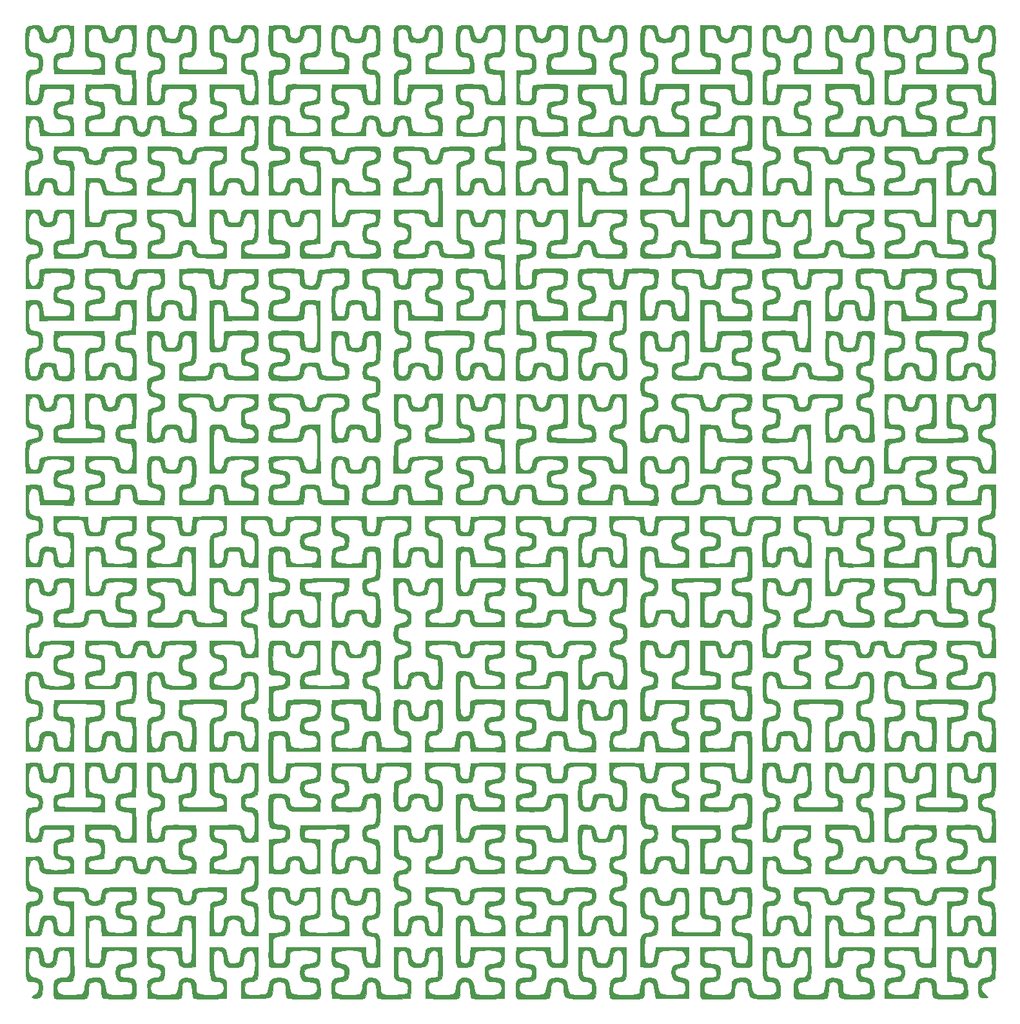
<source format=gbr>
G04 #@! TF.GenerationSoftware,KiCad,Pcbnew,(6.0.4-0)*
G04 #@! TF.CreationDate,2022-05-15T19:58:21-07:00*
G04 #@! TF.ProjectId,split_3x_bottom,73706c69-745f-4337-985f-626f74746f6d,rev?*
G04 #@! TF.SameCoordinates,Original*
G04 #@! TF.FileFunction,Legend,Top*
G04 #@! TF.FilePolarity,Positive*
%FSLAX46Y46*%
G04 Gerber Fmt 4.6, Leading zero omitted, Abs format (unit mm)*
G04 Created by KiCad (PCBNEW (6.0.4-0)) date 2022-05-15 19:58:21*
%MOMM*%
%LPD*%
G01*
G04 APERTURE LIST*
%ADD10C,0.150000*%
%ADD11C,0.010000*%
G04 APERTURE END LIST*
D10*
G04 #@! TO.C, *
G04 #@! TO.C,G\u002A\u002A\u002A*
G36*
X201294618Y-37423592D02*
G01*
X201427523Y-37832806D01*
X201489867Y-38204221D01*
X201490526Y-38233835D01*
X201597596Y-38572962D01*
X201869253Y-38760884D01*
X202231166Y-38766416D01*
X202487681Y-38652197D01*
X202730216Y-38420801D01*
X202821407Y-38090631D01*
X202827368Y-37918690D01*
X202897776Y-37448301D01*
X203129508Y-37149380D01*
X203553330Y-36997461D01*
X204026315Y-36965263D01*
X204428871Y-36980394D01*
X204715005Y-37051670D01*
X204904633Y-37217918D01*
X205017671Y-37517964D01*
X205074035Y-37990633D01*
X205093641Y-38674750D01*
X205095748Y-39050070D01*
X205086217Y-39837371D01*
X205040789Y-40396106D01*
X204941424Y-40764476D01*
X204770085Y-40980688D01*
X204508731Y-41082944D01*
X204139325Y-41109448D01*
X204123345Y-41109473D01*
X203651622Y-41212783D01*
X203357258Y-41503088D01*
X203260628Y-41950950D01*
X203307334Y-42288329D01*
X203399507Y-42585808D01*
X203539912Y-42742762D01*
X203812107Y-42820466D01*
X204080565Y-42855357D01*
X204441372Y-42909941D01*
X204705318Y-43003767D01*
X204887486Y-43174675D01*
X205002955Y-43460500D01*
X205066810Y-43899079D01*
X205094130Y-44528250D01*
X205099997Y-45385850D01*
X205100000Y-45412919D01*
X205100000Y-47392631D01*
X204173759Y-47392631D01*
X203556923Y-47364388D01*
X203158953Y-47255961D01*
X202935100Y-47031805D01*
X202840614Y-46656375D01*
X202827368Y-46323157D01*
X202805488Y-45887061D01*
X202712048Y-45588013D01*
X202505353Y-45400621D01*
X202143707Y-45299494D01*
X201585412Y-45259241D01*
X201071136Y-45253684D01*
X200330955Y-45264758D01*
X199817250Y-45310571D01*
X199489599Y-45410005D01*
X199307581Y-45581944D01*
X199230774Y-45845271D01*
X199217895Y-46119445D01*
X199253128Y-46503426D01*
X199341806Y-46768275D01*
X199385000Y-46816058D01*
X199601831Y-46884635D01*
X199991033Y-46951300D01*
X200354210Y-46991053D01*
X201156316Y-47058421D01*
X201328222Y-47601391D01*
X201428885Y-48043161D01*
X201396631Y-48432386D01*
X201328220Y-48670864D01*
X201221712Y-48963089D01*
X201094220Y-49126799D01*
X200869415Y-49208534D01*
X200470965Y-49254834D01*
X200354208Y-49264736D01*
X199896123Y-49318018D01*
X199536492Y-49386558D01*
X199385000Y-49439731D01*
X199282121Y-49634396D01*
X199224113Y-50005916D01*
X199217894Y-50193587D01*
X199231176Y-50544428D01*
X199301924Y-50778863D01*
X199476496Y-50925255D01*
X199801249Y-51011965D01*
X200322538Y-51067357D01*
X200688421Y-51093318D01*
X201525422Y-51100685D01*
X202162225Y-51000942D01*
X202225789Y-50981063D01*
X202760526Y-50801574D01*
X202827443Y-49961128D01*
X202905509Y-49398959D01*
X203028608Y-49061038D01*
X203094812Y-48990866D01*
X203327051Y-48928360D01*
X203732794Y-48894630D01*
X204164210Y-48895525D01*
X205033158Y-48930000D01*
X205070260Y-50920668D01*
X205079398Y-51794831D01*
X205060742Y-52437291D01*
X205001198Y-52883310D01*
X204887674Y-53168149D01*
X204707079Y-53327070D01*
X204446320Y-53395334D01*
X204146573Y-53408421D01*
X203681807Y-53500262D01*
X203387279Y-53746140D01*
X203298490Y-54101590D01*
X203371759Y-54378854D01*
X203532633Y-54604805D01*
X203807354Y-54729001D01*
X204136929Y-54782757D01*
X204479136Y-54835091D01*
X204729095Y-54928711D01*
X204901229Y-55101479D01*
X205009962Y-55391257D01*
X205069719Y-55835909D01*
X205094922Y-56473296D01*
X205100000Y-57310814D01*
X205100000Y-59290526D01*
X204102072Y-59290526D01*
X203504612Y-59266699D01*
X203125440Y-59174086D01*
X202918059Y-58980992D01*
X202835972Y-58655722D01*
X202827368Y-58421579D01*
X202743900Y-57930789D01*
X202503918Y-57635740D01*
X202187665Y-57554678D01*
X201825089Y-57597612D01*
X201608812Y-57760834D01*
X201482792Y-58103665D01*
X201438116Y-58348104D01*
X201356794Y-58767023D01*
X201235080Y-59039151D01*
X201020561Y-59195986D01*
X200660819Y-59269030D01*
X200103439Y-59289784D01*
X199869947Y-59290526D01*
X198683158Y-59290526D01*
X198683158Y-57100328D01*
X198682338Y-56255576D01*
X198693364Y-55641406D01*
X198736466Y-55221162D01*
X198831873Y-54958190D01*
X198999814Y-54815835D01*
X199260520Y-54757440D01*
X199634219Y-54746351D01*
X199981875Y-54747088D01*
X200420634Y-54725179D01*
X200673838Y-54644661D01*
X200821374Y-54478968D01*
X200828769Y-54465443D01*
X200922684Y-54080950D01*
X200827473Y-53731022D01*
X200572626Y-53509368D01*
X200522778Y-53493062D01*
X200186229Y-53443088D01*
X199692291Y-53416548D01*
X199118516Y-53412013D01*
X198542460Y-53428055D01*
X198041676Y-53463245D01*
X197693718Y-53516154D01*
X197604895Y-53546808D01*
X197411488Y-53756686D01*
X197346721Y-54144166D01*
X197346316Y-54189678D01*
X197308105Y-54651511D01*
X197164442Y-54951746D01*
X196871777Y-55122384D01*
X196386560Y-55195423D01*
X195963550Y-55205731D01*
X195467132Y-55194515D01*
X195080033Y-55164877D01*
X194875399Y-55122832D01*
X194864479Y-55115356D01*
X194788209Y-54939729D01*
X194697906Y-54597520D01*
X194656981Y-54398053D01*
X194567737Y-53982082D01*
X194451290Y-53702757D01*
X194258070Y-53532905D01*
X193938503Y-53445354D01*
X193443016Y-53412931D01*
X192851526Y-53408421D01*
X192208708Y-53414579D01*
X191775452Y-53439264D01*
X191494112Y-53491790D01*
X191307039Y-53581473D01*
X191196842Y-53675789D01*
X190979385Y-53933291D01*
X190959953Y-54145468D01*
X191124050Y-54428832D01*
X191340268Y-54615591D01*
X191711281Y-54733059D01*
X192090289Y-54786272D01*
X192623627Y-54876426D01*
X192956347Y-55048458D01*
X193132859Y-55355499D01*
X193197574Y-55850683D01*
X193202105Y-56116444D01*
X193180095Y-56704501D01*
X193086313Y-57081602D01*
X192879130Y-57302457D01*
X192516916Y-57421776D01*
X192170883Y-57471686D01*
X191724867Y-57535586D01*
X191381246Y-57608270D01*
X191248281Y-57656605D01*
X191046696Y-57926605D01*
X191011022Y-58288784D01*
X191118494Y-58562275D01*
X191230674Y-58677795D01*
X191400122Y-58753398D01*
X191679217Y-58797278D01*
X192120338Y-58817624D01*
X192775863Y-58822631D01*
X192783203Y-58822631D01*
X193503937Y-58808523D01*
X194037299Y-58768225D01*
X194350547Y-58704777D01*
X194408842Y-58671713D01*
X194522056Y-58449713D01*
X194615964Y-58084999D01*
X194633210Y-57975322D01*
X194728970Y-57537088D01*
X194907309Y-57253685D01*
X195216043Y-57097215D01*
X195702988Y-57039779D01*
X196227065Y-57045398D01*
X197279473Y-57084736D01*
X197279473Y-63367894D01*
X196210000Y-63402091D01*
X195683453Y-63404206D01*
X195249727Y-63379056D01*
X194987007Y-63331856D01*
X194959301Y-63318633D01*
X194830383Y-63125869D01*
X194706860Y-62768418D01*
X194657540Y-62549173D01*
X194542868Y-62132453D01*
X194388970Y-61816230D01*
X194311898Y-61730263D01*
X194058949Y-61646061D01*
X193618268Y-61591250D01*
X193067908Y-61566182D01*
X192485923Y-61571210D01*
X191950369Y-61606687D01*
X191539300Y-61672965D01*
X191406228Y-61717129D01*
X191072501Y-61980190D01*
X190969406Y-62331002D01*
X191050921Y-62609768D01*
X191224679Y-62777697D01*
X191566540Y-62891072D01*
X191990835Y-62955295D01*
X192569751Y-63051846D01*
X192930803Y-63218120D01*
X193123032Y-63508060D01*
X193195476Y-63975608D01*
X193202105Y-64287682D01*
X193170833Y-64901425D01*
X193049919Y-65302300D01*
X192798717Y-65540279D01*
X192376581Y-65665335D01*
X192049513Y-65704744D01*
X191588907Y-65762728D01*
X191313049Y-65856987D01*
X191139317Y-66023695D01*
X191072041Y-66132706D01*
X190947970Y-66406497D01*
X190986506Y-66599597D01*
X191121732Y-66767706D01*
X191260807Y-66891919D01*
X191445448Y-66972495D01*
X191731554Y-67018614D01*
X192175027Y-67039458D01*
X192805403Y-67044210D01*
X193502398Y-67037072D01*
X193980017Y-66999132D01*
X194286183Y-66905599D01*
X194468821Y-66731684D01*
X194575853Y-66452595D01*
X194647055Y-66091555D01*
X194812261Y-65608492D01*
X195130336Y-65314899D01*
X195635148Y-65185776D01*
X195889261Y-65174602D01*
X196550814Y-65233927D01*
X196997251Y-65431945D01*
X197253290Y-65789171D01*
X197343648Y-66326122D01*
X197344490Y-66382473D01*
X197373975Y-66653936D01*
X197486445Y-66840139D01*
X197723051Y-66956582D01*
X198124944Y-67018764D01*
X198733274Y-67042184D01*
X199101398Y-67044210D01*
X199858676Y-67027924D01*
X200386399Y-66970548D01*
X200720876Y-66859308D01*
X200898418Y-66681429D01*
X200955333Y-66424137D01*
X200955789Y-66391791D01*
X200890709Y-66066687D01*
X200670808Y-65852861D01*
X200259097Y-65729533D01*
X199685789Y-65678407D01*
X198750000Y-65640526D01*
X198750000Y-61228947D01*
X199838177Y-61190357D01*
X200485270Y-61188015D01*
X200918588Y-61254242D01*
X201188613Y-61416914D01*
X201345824Y-61703909D01*
X201428848Y-62068771D01*
X201514479Y-62522032D01*
X201611097Y-62771089D01*
X201764972Y-62876764D01*
X202022373Y-62899884D01*
X202061173Y-62900000D01*
X202494908Y-62833516D01*
X202737652Y-62608482D01*
X202825290Y-62186526D01*
X202827368Y-62080706D01*
X202874611Y-61654923D01*
X203043946Y-61379398D01*
X203376780Y-61225878D01*
X203914523Y-61166113D01*
X204173759Y-61162105D01*
X205100000Y-61162105D01*
X205100000Y-63213491D01*
X205093441Y-64088438D01*
X205064528Y-64731529D01*
X204999407Y-65178141D01*
X204884223Y-65463650D01*
X204705122Y-65623433D01*
X204448250Y-65692868D01*
X204123345Y-65707368D01*
X203666424Y-65802347D01*
X203381471Y-66056162D01*
X203303723Y-66422130D01*
X203378948Y-66693579D01*
X203539138Y-66932762D01*
X203790165Y-67030690D01*
X204051984Y-67044210D01*
X204574173Y-67140011D01*
X204832631Y-67311579D01*
X204936451Y-67436737D01*
X205009446Y-67600455D01*
X205056956Y-67848132D01*
X205084324Y-68225171D01*
X205096890Y-68776973D01*
X205099997Y-69548939D01*
X205100000Y-69584210D01*
X205100000Y-71589473D01*
X204102072Y-71589473D01*
X203510455Y-71568890D01*
X203136070Y-71476732D01*
X202930042Y-71267385D01*
X202843500Y-70895237D01*
X202827368Y-70399808D01*
X202804919Y-70011951D01*
X202710177Y-69744363D01*
X202502050Y-69575154D01*
X202139449Y-69482432D01*
X201581280Y-69444307D01*
X201022631Y-69438373D01*
X200292304Y-69451393D01*
X199788070Y-69503658D01*
X199469365Y-69614973D01*
X199295621Y-69805143D01*
X199226271Y-70093972D01*
X199217895Y-70319473D01*
X199270001Y-70764208D01*
X199455674Y-71032743D01*
X199818942Y-71161525D01*
X200267646Y-71188421D01*
X200770544Y-71217621D01*
X201079262Y-71333635D01*
X201263313Y-71579087D01*
X201356662Y-71856174D01*
X201422260Y-72403771D01*
X201324143Y-72878379D01*
X201221731Y-73156887D01*
X201096085Y-73320406D01*
X200875128Y-73412342D01*
X200486785Y-73476100D01*
X200290812Y-73500675D01*
X199830270Y-73578878D01*
X199479659Y-73677931D01*
X199324199Y-73768145D01*
X199239060Y-74056469D01*
X199225584Y-74450745D01*
X199278376Y-74824360D01*
X199378316Y-75038526D01*
X199586047Y-75113399D01*
X199990926Y-75165893D01*
X200523670Y-75196006D01*
X201114997Y-75203740D01*
X201695624Y-75189094D01*
X202196268Y-75152068D01*
X202547648Y-75092661D01*
X202666947Y-75038526D01*
X202758739Y-74820149D01*
X202816793Y-74438661D01*
X202827368Y-74179127D01*
X202860136Y-73667624D01*
X202988711Y-73337869D01*
X203258503Y-73152119D01*
X203714921Y-73072630D01*
X204173759Y-73060000D01*
X205100000Y-73060000D01*
X205100000Y-75065263D01*
X205097155Y-75846756D01*
X205085058Y-76406311D01*
X205058369Y-76789328D01*
X205011746Y-77041209D01*
X204939848Y-77207356D01*
X204837334Y-77333169D01*
X204832631Y-77337894D01*
X204495401Y-77539148D01*
X204164210Y-77605263D01*
X203754359Y-77706785D01*
X203417402Y-77963036D01*
X203238558Y-78301545D01*
X203228421Y-78401078D01*
X203283526Y-78721178D01*
X203383563Y-79002657D01*
X203531537Y-79226368D01*
X203764994Y-79324269D01*
X204098107Y-79343158D01*
X204478345Y-79366113D01*
X204748928Y-79460377D01*
X204928114Y-79664042D01*
X205034158Y-80015201D01*
X205085317Y-80551950D01*
X205099849Y-81312380D01*
X205100000Y-81433659D01*
X205091059Y-82228191D01*
X205051849Y-82793953D01*
X204963784Y-83169288D01*
X204808282Y-83392541D01*
X204566757Y-83502055D01*
X204220627Y-83536173D01*
X204080363Y-83537421D01*
X203460387Y-83486459D01*
X203064065Y-83325513D01*
X202864469Y-83037839D01*
X202827368Y-82758335D01*
X202756122Y-82189357D01*
X202553752Y-81824180D01*
X202237310Y-81680123D01*
X201847677Y-81763345D01*
X201627509Y-81924397D01*
X201498929Y-82207206D01*
X201436251Y-82551965D01*
X201353050Y-82958607D01*
X201239318Y-83257134D01*
X201183661Y-83330989D01*
X200914155Y-83447516D01*
X200472475Y-83537795D01*
X199953377Y-83590904D01*
X199451616Y-83595923D01*
X199158374Y-83564404D01*
X198683158Y-83475253D01*
X198683158Y-81801469D01*
X198694044Y-80933142D01*
X198739181Y-80296326D01*
X198837290Y-79855618D01*
X199007090Y-79575613D01*
X199267301Y-79420905D01*
X199636643Y-79356090D01*
X199981875Y-79345205D01*
X200494730Y-79294364D01*
X200797516Y-79118790D01*
X200933803Y-78778331D01*
X200953742Y-78449578D01*
X200946421Y-78196129D01*
X200905589Y-78004782D01*
X200798252Y-77866811D01*
X200591417Y-77773487D01*
X200252092Y-77716083D01*
X199747284Y-77685870D01*
X199043998Y-77674120D01*
X198109243Y-77672107D01*
X198014737Y-77672105D01*
X197057877Y-77673267D01*
X196335406Y-77683305D01*
X195814347Y-77712043D01*
X195461721Y-77769306D01*
X195244552Y-77864920D01*
X195129861Y-78008710D01*
X195084671Y-78210501D01*
X195076004Y-78480118D01*
X195075731Y-78547736D01*
X195122659Y-78958534D01*
X195298804Y-79203613D01*
X195650663Y-79319319D01*
X196093350Y-79343158D01*
X196536691Y-79364458D01*
X196814539Y-79452454D01*
X197027017Y-79643281D01*
X197069244Y-79695397D01*
X197187950Y-79873916D01*
X197267312Y-80087680D01*
X197315009Y-80391510D01*
X197338717Y-80840229D01*
X197346114Y-81488657D01*
X197346316Y-81673923D01*
X197331967Y-82517724D01*
X197288843Y-83097000D01*
X197216828Y-83413056D01*
X197185895Y-83460631D01*
X196931458Y-83571636D01*
X196516994Y-83613280D01*
X196019783Y-83594494D01*
X195517106Y-83524211D01*
X195086244Y-83411360D01*
X194804477Y-83264873D01*
X194742499Y-83178254D01*
X194687997Y-82945213D01*
X194620740Y-82589561D01*
X194614238Y-82551579D01*
X194496061Y-82075931D01*
X194316962Y-81815871D01*
X194035066Y-81720298D01*
X193929576Y-81716052D01*
X193533444Y-81829504D01*
X193284282Y-82152860D01*
X193202105Y-82634423D01*
X193142485Y-83001291D01*
X193001659Y-83267663D01*
X192741383Y-83403013D01*
X192303722Y-83515920D01*
X191778551Y-83591547D01*
X191255745Y-83615060D01*
X190992356Y-83599354D01*
X190595263Y-83554210D01*
X190557841Y-81765536D01*
X190548156Y-80905083D01*
X190571160Y-80275720D01*
X190642935Y-79841683D01*
X190779561Y-79567211D01*
X190997120Y-79416540D01*
X191311692Y-79353908D01*
X191647099Y-79343158D01*
X192231184Y-79279467D01*
X192600165Y-79076420D01*
X192777161Y-78716057D01*
X192801052Y-78446632D01*
X192738451Y-78087514D01*
X192525630Y-77843761D01*
X192125065Y-77691518D01*
X191499233Y-77606930D01*
X191477569Y-77605263D01*
X190595263Y-77538421D01*
X190595263Y-73126842D01*
X191754170Y-73126842D01*
X192287296Y-73136764D01*
X192714059Y-73163246D01*
X192967145Y-73201360D01*
X193004291Y-73218366D01*
X193068141Y-73391661D01*
X193139052Y-73745403D01*
X193187187Y-74087451D01*
X193253963Y-74538516D01*
X193330630Y-74891103D01*
X193382061Y-75031979D01*
X193557916Y-75108098D01*
X193933710Y-75162599D01*
X194442878Y-75195347D01*
X195018856Y-75206210D01*
X195595078Y-75195054D01*
X196104981Y-75161747D01*
X196481998Y-75106154D01*
X196651158Y-75038526D01*
X196760361Y-74789544D01*
X196805577Y-74405835D01*
X196782077Y-74013392D01*
X196699195Y-73758308D01*
X196514126Y-73648934D01*
X196154843Y-73550930D01*
X195865716Y-73505924D01*
X195297847Y-73427003D01*
X194945797Y-73314717D01*
X194758395Y-73121478D01*
X194684470Y-72799701D01*
X194672631Y-72396424D01*
X194710714Y-71816325D01*
X194851185Y-71451621D01*
X195133384Y-71257878D01*
X195596649Y-71190663D01*
X195742105Y-71188421D01*
X196291998Y-71127971D01*
X196630586Y-70928565D01*
X196789404Y-70563116D01*
X196811579Y-70269819D01*
X196791673Y-69935921D01*
X196703970Y-69707111D01*
X196506494Y-69563795D01*
X196157269Y-69486377D01*
X195614317Y-69455263D01*
X195056496Y-69450526D01*
X194318080Y-69461901D01*
X193805815Y-69511714D01*
X193478897Y-69623497D01*
X193296525Y-69820781D01*
X193217896Y-70127098D01*
X193202105Y-70520000D01*
X193165557Y-71013303D01*
X193026050Y-71330393D01*
X192738792Y-71507406D01*
X192258990Y-71580478D01*
X191876433Y-71589473D01*
X191258829Y-71556304D01*
X190859432Y-71431372D01*
X190634516Y-71176547D01*
X190540354Y-70753694D01*
X190528421Y-70413914D01*
X190504923Y-69971007D01*
X190418656Y-69717111D01*
X190269841Y-69588914D01*
X189997476Y-69515774D01*
X189556313Y-69470153D01*
X189022014Y-69451456D01*
X188470240Y-69459082D01*
X187976651Y-69492436D01*
X187616909Y-69550920D01*
X187480421Y-69610947D01*
X187379974Y-69837818D01*
X187324096Y-70209527D01*
X187320000Y-70341507D01*
X187387218Y-70804270D01*
X187612814Y-71073528D01*
X188032700Y-71183400D01*
X188213580Y-71190468D01*
X188591257Y-71234249D01*
X188827425Y-71399600D01*
X188982952Y-71745178D01*
X189047183Y-71993815D01*
X189104501Y-72373844D01*
X189147902Y-72912650D01*
X189176123Y-73539660D01*
X189187898Y-74184304D01*
X189181962Y-74776007D01*
X189157049Y-75244198D01*
X189111895Y-75518305D01*
X189110434Y-75522224D01*
X188938637Y-75640932D01*
X188587854Y-75714222D01*
X188142883Y-75740289D01*
X187688525Y-75717330D01*
X187309580Y-75643541D01*
X187139252Y-75564151D01*
X186967331Y-75301001D01*
X186830354Y-74805430D01*
X186787647Y-74547396D01*
X186714725Y-74097775D01*
X186642990Y-73763162D01*
X186592894Y-73625175D01*
X186425137Y-73580277D01*
X186087791Y-73553488D01*
X185904554Y-73550175D01*
X185462891Y-73586669D01*
X185203423Y-73730997D01*
X185080726Y-74035431D01*
X185049415Y-74534201D01*
X185002421Y-74976900D01*
X184887367Y-75351577D01*
X184839261Y-75436570D01*
X184692867Y-75596620D01*
X184487200Y-75686770D01*
X184149454Y-75726059D01*
X183702946Y-75733684D01*
X182774737Y-75733684D01*
X182774737Y-73671127D01*
X182780930Y-72797399D01*
X182807292Y-72155580D01*
X182865496Y-71710344D01*
X182967217Y-71426366D01*
X183124126Y-71268322D01*
X183347900Y-71200887D01*
X183595179Y-71188421D01*
X184092510Y-71127992D01*
X184382964Y-70923896D01*
X184503604Y-70541922D01*
X184512631Y-70341507D01*
X184477059Y-69948944D01*
X184388193Y-69661487D01*
X184352210Y-69610947D01*
X184122364Y-69526838D01*
X183638515Y-69473146D01*
X182912423Y-69451055D01*
X182757549Y-69450526D01*
X182018285Y-69462425D01*
X181505276Y-69513031D01*
X181177908Y-69624704D01*
X180995567Y-69819804D01*
X180917639Y-70120692D01*
X180903158Y-70471495D01*
X180873459Y-71016348D01*
X180750953Y-71350717D01*
X180485529Y-71523907D01*
X180027074Y-71585222D01*
X179766842Y-71589473D01*
X179210221Y-71558491D01*
X178867868Y-71438142D01*
X178691075Y-71187324D01*
X178631131Y-70764934D01*
X178628701Y-70629051D01*
X178575221Y-70025529D01*
X178416521Y-69653457D01*
X178210650Y-69511394D01*
X177903575Y-69460103D01*
X177435160Y-69433330D01*
X176877755Y-69429112D01*
X176303710Y-69445484D01*
X175785375Y-69480484D01*
X175395098Y-69532147D01*
X175211236Y-69592794D01*
X175084451Y-69833127D01*
X175023145Y-70235797D01*
X175021052Y-70331139D01*
X175085034Y-70795129D01*
X175302332Y-71065996D01*
X175710974Y-71179274D01*
X175938504Y-71188421D01*
X176298483Y-71254531D01*
X176543621Y-71393244D01*
X176765638Y-71781368D01*
X176844116Y-72294829D01*
X176766066Y-72825637D01*
X176728416Y-72929589D01*
X176590041Y-73200472D01*
X176399194Y-73362045D01*
X176071418Y-73469134D01*
X175815735Y-73522081D01*
X175087895Y-73661579D01*
X175046304Y-74239616D01*
X175035610Y-74620155D01*
X175093886Y-74884349D01*
X175260461Y-75053261D01*
X175574663Y-75147954D01*
X176075817Y-75189492D01*
X176803253Y-75198939D01*
X176837455Y-75198947D01*
X177559304Y-75191383D01*
X178055899Y-75151393D01*
X178369276Y-75053030D01*
X178541471Y-74870345D01*
X178614518Y-74577393D01*
X178630455Y-74148225D01*
X178630526Y-74092139D01*
X178680776Y-73602445D01*
X178857140Y-73289454D01*
X179198037Y-73124652D01*
X179741888Y-73079528D01*
X179985385Y-73086642D01*
X180836316Y-73126842D01*
X180836316Y-79811052D01*
X179919040Y-79789461D01*
X179435983Y-79758837D01*
X179054550Y-79699406D01*
X178858746Y-79624851D01*
X178767710Y-79422778D01*
X178677328Y-79044353D01*
X178619827Y-78668493D01*
X178555172Y-78224185D01*
X178484270Y-77893106D01*
X178432684Y-77763630D01*
X178246627Y-77706441D01*
X177863481Y-77664282D01*
X177353150Y-77638037D01*
X176785540Y-77628592D01*
X176230556Y-77636829D01*
X175758101Y-77663633D01*
X175438081Y-77709888D01*
X175388684Y-77725128D01*
X175154093Y-77850001D01*
X175047557Y-78046002D01*
X175021140Y-78406881D01*
X175021052Y-78444164D01*
X175071129Y-78933321D01*
X175247833Y-79214616D01*
X175590876Y-79333034D01*
X175816473Y-79345205D01*
X176180563Y-79373501D01*
X176434938Y-79439779D01*
X176449794Y-79448188D01*
X176661058Y-79712855D01*
X176802424Y-80134845D01*
X176844660Y-80607224D01*
X176822695Y-80812293D01*
X176682548Y-81290575D01*
X176465688Y-81545025D01*
X176160948Y-81615789D01*
X175822485Y-81660107D01*
X175434912Y-81765041D01*
X175149088Y-81895434D01*
X175043226Y-82081074D01*
X175047332Y-82392307D01*
X175109192Y-82725710D01*
X175277206Y-82898109D01*
X175555789Y-82991973D01*
X175866616Y-83035787D01*
X176329919Y-83058701D01*
X176874472Y-83062377D01*
X177429052Y-83048481D01*
X177922434Y-83018674D01*
X178283393Y-82974623D01*
X178435653Y-82924698D01*
X178499719Y-82755670D01*
X178572932Y-82415611D01*
X178607488Y-82200379D01*
X178755379Y-81683055D01*
X179040517Y-81373397D01*
X179494913Y-81248704D01*
X179933874Y-81259614D01*
X180462263Y-81366108D01*
X180770649Y-81578039D01*
X180895800Y-81926321D01*
X180903158Y-82074502D01*
X180942595Y-82487444D01*
X181089045Y-82765691D01*
X181384711Y-82937237D01*
X181871800Y-83030078D01*
X182396783Y-83065259D01*
X182983682Y-83072453D01*
X183527085Y-83049983D01*
X183925458Y-83002635D01*
X183978351Y-82990715D01*
X184304422Y-82867892D01*
X184449253Y-82668576D01*
X184486723Y-82456456D01*
X184412169Y-82047892D01*
X184121937Y-81759786D01*
X183652205Y-81622857D01*
X183496623Y-81615789D01*
X183235749Y-81599335D01*
X183046075Y-81526050D01*
X182917356Y-81360051D01*
X182839349Y-81065454D01*
X182801812Y-80606375D01*
X182794502Y-79946930D01*
X182804593Y-79191480D01*
X182841579Y-77137368D01*
X183663915Y-77138133D01*
X184296251Y-77182256D01*
X184710715Y-77335655D01*
X184945886Y-77631983D01*
X185040341Y-78104888D01*
X185047368Y-78344876D01*
X185088932Y-78869236D01*
X185241285Y-79177555D01*
X185545916Y-79312027D01*
X186004217Y-79317906D01*
X186304143Y-79283731D01*
X186506349Y-79199878D01*
X186642435Y-79016461D01*
X186743999Y-78683595D01*
X186842641Y-78151393D01*
X186877350Y-77939473D01*
X186985789Y-77271052D01*
X187754178Y-77149196D01*
X188344881Y-77092034D01*
X188760907Y-77144627D01*
X188874054Y-77187488D01*
X189225541Y-77347636D01*
X189165840Y-79180923D01*
X189127487Y-80056798D01*
X189070611Y-80699343D01*
X188984416Y-81142489D01*
X188858106Y-81420162D01*
X188680885Y-81566292D01*
X188441956Y-81614805D01*
X188391060Y-81615789D01*
X187819258Y-81693974D01*
X187461760Y-81926904D01*
X187321999Y-82312143D01*
X187320000Y-82375377D01*
X187363676Y-82682762D01*
X187527306Y-82891106D01*
X187859793Y-83034871D01*
X188410042Y-83148522D01*
X188419186Y-83150009D01*
X188745622Y-83231226D01*
X188926136Y-83393181D01*
X189048799Y-83721967D01*
X189065070Y-83781385D01*
X189143432Y-84426625D01*
X189067663Y-85085355D01*
X188907641Y-85523591D01*
X188654374Y-85715245D01*
X188309139Y-85760000D01*
X187777954Y-85817758D01*
X187461154Y-86006174D01*
X187328515Y-86347958D01*
X187320000Y-86503275D01*
X187361802Y-86849047D01*
X187526223Y-87037112D01*
X187662913Y-87100151D01*
X188068833Y-87200679D01*
X188393473Y-87230526D01*
X188643899Y-87265161D01*
X188830933Y-87391654D01*
X188965318Y-87643887D01*
X189057795Y-88055744D01*
X189119104Y-88661107D01*
X189159987Y-89493859D01*
X189165895Y-89667095D01*
X189225650Y-91502085D01*
X188848810Y-91645359D01*
X188457006Y-91718154D01*
X187933587Y-91716705D01*
X187752679Y-91698763D01*
X187236991Y-91580592D01*
X186935819Y-91352009D01*
X186803144Y-90962667D01*
X186785263Y-90640319D01*
X186668585Y-90240859D01*
X186352685Y-89981006D01*
X185964820Y-89904210D01*
X185460098Y-89970620D01*
X185163629Y-90185580D01*
X185047290Y-90572686D01*
X185043117Y-90677598D01*
X184996800Y-91134842D01*
X184837376Y-91429448D01*
X184520004Y-91596452D01*
X183999842Y-91670895D01*
X183758138Y-91681670D01*
X182841579Y-91708947D01*
X182804593Y-89654835D01*
X182798527Y-88789577D01*
X182813848Y-88114754D01*
X182849401Y-87655425D01*
X182904031Y-87436649D01*
X182906996Y-87432769D01*
X183116663Y-87317285D01*
X183483071Y-87221790D01*
X183662358Y-87195386D01*
X184147243Y-87090839D01*
X184414518Y-86890598D01*
X184507072Y-86559175D01*
X184508537Y-86495263D01*
X184485477Y-86221240D01*
X184388389Y-86033767D01*
X184175410Y-85916755D01*
X183804677Y-85854117D01*
X183234329Y-85829767D01*
X182769150Y-85826842D01*
X182025343Y-85839742D01*
X181508086Y-85891732D01*
X181177250Y-86002746D01*
X180992703Y-86192718D01*
X180914315Y-86481583D01*
X180901111Y-86754761D01*
X180851736Y-87169359D01*
X180674011Y-87419817D01*
X180315836Y-87554130D01*
X179983792Y-87599791D01*
X179339340Y-87589598D01*
X178903136Y-87413695D01*
X178672116Y-87070181D01*
X178630526Y-86759549D01*
X178577803Y-86330176D01*
X178395842Y-86037385D01*
X178048954Y-85859570D01*
X177501448Y-85775126D01*
X176979422Y-85760000D01*
X176398732Y-85777951D01*
X175868784Y-85825501D01*
X175487439Y-85893194D01*
X175434912Y-85909251D01*
X175150731Y-86038215D01*
X175043843Y-86221197D01*
X175047332Y-86544251D01*
X175087885Y-86834077D01*
X175194867Y-86996740D01*
X175440029Y-87094929D01*
X175756316Y-87163684D01*
X176173990Y-87260580D01*
X176491018Y-87358013D01*
X176584118Y-87400747D01*
X176726427Y-87625247D01*
X176817244Y-88026290D01*
X176847724Y-88516478D01*
X176809024Y-89008409D01*
X176766831Y-89206511D01*
X176645302Y-89564194D01*
X176478399Y-89743653D01*
X176178616Y-89830689D01*
X176120238Y-89840517D01*
X175560696Y-89957115D01*
X175222094Y-90104932D01*
X175058001Y-90314571D01*
X175021052Y-90565062D01*
X175114773Y-90946395D01*
X175279632Y-91102665D01*
X175526779Y-91163237D01*
X175959933Y-91206008D01*
X176505053Y-91230418D01*
X177088095Y-91235905D01*
X177635018Y-91221910D01*
X178071779Y-91187872D01*
X178324338Y-91133230D01*
X178337887Y-91125815D01*
X178458227Y-90936567D01*
X178566475Y-90580887D01*
X178606426Y-90362542D01*
X178731694Y-89883710D01*
X178971462Y-89581712D01*
X179369086Y-89428676D01*
X179967923Y-89396729D01*
X180101052Y-89401717D01*
X180836316Y-89436315D01*
X180872156Y-92611315D01*
X180907997Y-95786315D01*
X179990507Y-95786315D01*
X179352706Y-95745777D01*
X178936735Y-95608992D01*
X178707352Y-95353206D01*
X178629317Y-94955662D01*
X178628479Y-94906842D01*
X178572022Y-94479638D01*
X178367195Y-94214605D01*
X178050945Y-94056784D01*
X177623952Y-93963742D01*
X177037917Y-93922648D01*
X176396064Y-93933470D01*
X175801619Y-93996179D01*
X175514798Y-94057540D01*
X175187753Y-94167989D01*
X175052364Y-94313902D01*
X175039271Y-94588672D01*
X175046903Y-94687554D01*
X175077642Y-94936930D01*
X175154340Y-95102981D01*
X175329745Y-95218915D01*
X175656601Y-95317941D01*
X176187653Y-95433267D01*
X176252654Y-95446693D01*
X176569559Y-95631837D01*
X176768792Y-95982488D01*
X176850539Y-96424161D01*
X176814987Y-96882373D01*
X176662322Y-97282639D01*
X176392732Y-97550477D01*
X176247244Y-97604989D01*
X175696563Y-97730123D01*
X175353663Y-97826199D01*
X175167000Y-97929239D01*
X175085028Y-98075266D01*
X175056201Y-98300300D01*
X175046304Y-98444242D01*
X175035703Y-98821694D01*
X175094583Y-99083767D01*
X175262238Y-99251338D01*
X175577961Y-99345282D01*
X176081046Y-99386472D01*
X176810787Y-99395784D01*
X176837455Y-99395789D01*
X177559304Y-99388225D01*
X178055899Y-99348235D01*
X178369276Y-99249872D01*
X178541471Y-99067187D01*
X178614518Y-98774235D01*
X178630455Y-98345067D01*
X178630526Y-98288981D01*
X178692958Y-97780450D01*
X178903621Y-97459707D01*
X179297566Y-97295850D01*
X179801240Y-97256842D01*
X180353513Y-97307547D01*
X180694114Y-97484667D01*
X180863521Y-97825708D01*
X180903158Y-98277811D01*
X180915351Y-98728962D01*
X180980040Y-99038929D01*
X181139383Y-99234152D01*
X181435543Y-99341071D01*
X181910680Y-99386126D01*
X182606954Y-99395756D01*
X182685861Y-99395789D01*
X183418230Y-99387251D01*
X183924522Y-99349702D01*
X184245802Y-99265244D01*
X184423129Y-99115978D01*
X184497567Y-98884003D01*
X184510584Y-98600368D01*
X184471642Y-98158477D01*
X184318354Y-97904370D01*
X183988772Y-97763652D01*
X183777062Y-97719410D01*
X183382021Y-97643866D01*
X183107338Y-97554648D01*
X182931158Y-97406797D01*
X182831626Y-97155357D01*
X182786889Y-96755370D01*
X182775092Y-96161879D01*
X182774737Y-95657477D01*
X182782025Y-94856172D01*
X182816748Y-94283795D01*
X182898190Y-93902029D01*
X183045639Y-93672556D01*
X183278378Y-93557061D01*
X183615695Y-93517226D01*
X183853759Y-93513684D01*
X184442141Y-93587281D01*
X184822755Y-93819521D01*
X185014706Y-94227575D01*
X185047368Y-94586466D01*
X185074396Y-94950906D01*
X185190807Y-95148466D01*
X185413609Y-95263756D01*
X185821418Y-95343571D01*
X186234719Y-95310707D01*
X186560418Y-95183322D01*
X186699213Y-95012987D01*
X186762985Y-94730229D01*
X186836741Y-94339165D01*
X186846185Y-94283993D01*
X186981129Y-93874421D01*
X187247872Y-93632642D01*
X187694241Y-93527166D01*
X188013053Y-93515731D01*
X188504493Y-93550779D01*
X188803409Y-93684890D01*
X188980097Y-93968016D01*
X189064373Y-94262812D01*
X189142623Y-94779037D01*
X189174020Y-95393254D01*
X189162562Y-96035962D01*
X189112251Y-96637662D01*
X189027086Y-97128856D01*
X188911066Y-97440045D01*
X188879217Y-97480080D01*
X188720329Y-97544806D01*
X188384621Y-97638367D01*
X188098843Y-97705875D01*
X187386842Y-97863297D01*
X187345252Y-98438896D01*
X187337438Y-98839655D01*
X187409985Y-99110305D01*
X187604086Y-99275977D01*
X187960933Y-99361799D01*
X188521718Y-99392900D01*
X188913842Y-99395789D01*
X189619706Y-99377985D01*
X190109354Y-99326327D01*
X190358940Y-99243446D01*
X190368000Y-99235368D01*
X190460455Y-99016343D01*
X190518428Y-98635508D01*
X190528421Y-98387140D01*
X190568068Y-97872120D01*
X190715651Y-97537362D01*
X191014134Y-97347502D01*
X191506480Y-97267177D01*
X191901630Y-97256842D01*
X192397405Y-97269200D01*
X192701714Y-97319930D01*
X192889861Y-97429513D01*
X192993998Y-97553956D01*
X193133802Y-97887585D01*
X193201045Y-98311462D01*
X193202105Y-98364850D01*
X193216185Y-98781118D01*
X193286472Y-99067169D01*
X193455038Y-99247332D01*
X193763952Y-99345937D01*
X194255285Y-99387312D01*
X194971108Y-99395788D01*
X194984809Y-99395789D01*
X195717177Y-99387251D01*
X196223470Y-99349702D01*
X196544749Y-99265244D01*
X196722077Y-99115978D01*
X196796514Y-98884003D01*
X196809532Y-98600368D01*
X196777829Y-98191836D01*
X196649227Y-97943989D01*
X196366930Y-97803149D01*
X195874141Y-97715638D01*
X195873280Y-97715528D01*
X195303441Y-97628579D01*
X194949502Y-97513916D01*
X194760661Y-97324984D01*
X194686114Y-97015226D01*
X194674678Y-96617138D01*
X194695967Y-96163488D01*
X194748624Y-95804000D01*
X194797180Y-95662835D01*
X194994989Y-95540925D01*
X195385571Y-95432324D01*
X195748747Y-95374517D01*
X196293587Y-95280976D01*
X196619772Y-95135977D01*
X196775420Y-94905881D01*
X196809532Y-94632947D01*
X196765356Y-94366123D01*
X196604090Y-94180507D01*
X196289362Y-94063178D01*
X195784795Y-94001214D01*
X195054017Y-93981695D01*
X194975912Y-93981579D01*
X194252579Y-93996392D01*
X193754931Y-94055408D01*
X193442218Y-94180492D01*
X193273691Y-94393510D01*
X193208601Y-94716327D01*
X193202105Y-94933370D01*
X193160840Y-95305774D01*
X193009874Y-95554726D01*
X192708449Y-95702699D01*
X192215808Y-95772165D01*
X191655188Y-95786315D01*
X190528421Y-95786315D01*
X190528421Y-93594829D01*
X190528211Y-92749627D01*
X190539389Y-92135082D01*
X190579661Y-91714560D01*
X190666736Y-91451422D01*
X190818322Y-91309035D01*
X191052127Y-91250761D01*
X191385859Y-91239964D01*
X191666121Y-91241052D01*
X192270274Y-91174821D01*
X192649042Y-90978176D01*
X192797028Y-90654187D01*
X192799005Y-90596503D01*
X192747536Y-90297749D01*
X192569752Y-90100662D01*
X192220791Y-89979979D01*
X191655789Y-89910438D01*
X191569589Y-89904210D01*
X190595263Y-89837368D01*
X190595263Y-85425789D01*
X191683440Y-85387199D01*
X192351170Y-85388647D01*
X192796615Y-85463662D01*
X193059784Y-85633970D01*
X193180686Y-85921299D01*
X193202105Y-86211892D01*
X193294810Y-86706218D01*
X193546868Y-87028238D01*
X193919191Y-87144816D01*
X194232715Y-87085597D01*
X194427313Y-86952238D01*
X194547650Y-86685192D01*
X194618213Y-86296199D01*
X194701122Y-85874236D01*
X194848564Y-85599363D01*
X195109433Y-85444248D01*
X195532625Y-85381559D01*
X196167032Y-85383964D01*
X196245084Y-85386775D01*
X197279473Y-85425789D01*
X197317850Y-87364210D01*
X197334476Y-88246110D01*
X197335846Y-88896023D01*
X197309168Y-89349318D01*
X197241650Y-89641366D01*
X197120499Y-89807537D01*
X196932922Y-89883200D01*
X196666128Y-89903725D01*
X196399191Y-89904210D01*
X195767074Y-89936176D01*
X195359673Y-90044271D01*
X195140664Y-90246796D01*
X195073723Y-90562048D01*
X195073684Y-90571968D01*
X195112239Y-90796214D01*
X195246757Y-90967375D01*
X195505519Y-91090974D01*
X195916808Y-91172534D01*
X196508903Y-91217575D01*
X197310086Y-91231622D01*
X198348639Y-91220194D01*
X198389508Y-91219403D01*
X199276509Y-91198584D01*
X199931312Y-91169720D01*
X200389086Y-91123614D01*
X200684998Y-91051067D01*
X200854217Y-90942881D01*
X200931911Y-90789859D01*
X200953248Y-90582804D01*
X200953742Y-90548759D01*
X200843345Y-90208623D01*
X200502550Y-89994754D01*
X199928004Y-89905312D01*
X199776504Y-89902163D01*
X199328667Y-89882898D01*
X198979385Y-89835460D01*
X198846750Y-89791839D01*
X198779479Y-89679304D01*
X198734494Y-89421293D01*
X198709938Y-88986731D01*
X198703955Y-88344541D01*
X198713065Y-87554675D01*
X198750000Y-85425789D01*
X199682993Y-85385562D01*
X200198566Y-85375297D01*
X200641017Y-85387526D01*
X200906213Y-85418177D01*
X201160963Y-85604976D01*
X201364927Y-85976141D01*
X201478906Y-86448920D01*
X201490526Y-86651762D01*
X201598910Y-86973692D01*
X201872017Y-87152791D01*
X202231778Y-87158205D01*
X202487681Y-87045881D01*
X202727140Y-86819833D01*
X202819802Y-86498788D01*
X202827368Y-86301204D01*
X202872355Y-85865518D01*
X203035399Y-85583733D01*
X203358626Y-85426369D01*
X203884158Y-85363945D01*
X204173759Y-85358947D01*
X205100000Y-85358947D01*
X205100000Y-87364210D01*
X205097155Y-88145703D01*
X205085058Y-88705258D01*
X205058369Y-89088275D01*
X205011746Y-89340157D01*
X204939848Y-89506303D01*
X204837334Y-89632117D01*
X204832631Y-89636842D01*
X204448835Y-89853371D01*
X204100450Y-89904210D01*
X203704256Y-89970450D01*
X203439175Y-90205176D01*
X203416654Y-90238421D01*
X203290448Y-90611915D01*
X203408541Y-90931954D01*
X203748900Y-91168613D01*
X204183675Y-91280182D01*
X204510458Y-91338903D01*
X204748853Y-91439779D01*
X204912716Y-91621012D01*
X205015902Y-91920806D01*
X205072268Y-92377364D01*
X205095670Y-93028888D01*
X205100000Y-93806603D01*
X205100000Y-95786315D01*
X204197631Y-95782064D01*
X203568815Y-95750163D01*
X203160706Y-95642560D01*
X202930843Y-95430757D01*
X202836764Y-95086254D01*
X202827368Y-94862388D01*
X202805009Y-94494367D01*
X202694925Y-94287789D01*
X202432602Y-94137740D01*
X202363767Y-94108441D01*
X201858185Y-93979682D01*
X201208287Y-93924072D01*
X200526879Y-93941458D01*
X199926770Y-94031689D01*
X199672788Y-94112080D01*
X199362789Y-94270384D01*
X199242421Y-94454568D01*
X199242608Y-94747080D01*
X199287468Y-95009635D01*
X199405145Y-95156733D01*
X199668176Y-95244463D01*
X199953158Y-95296505D01*
X200407492Y-95373884D01*
X200794157Y-95442109D01*
X200917578Y-95464955D01*
X201176178Y-95638827D01*
X201349339Y-95998899D01*
X201416934Y-96472103D01*
X201358839Y-96985372D01*
X201347846Y-97027109D01*
X201238053Y-97348714D01*
X201136675Y-97527104D01*
X201116611Y-97538640D01*
X200945514Y-97567636D01*
X200589962Y-97629357D01*
X200153684Y-97705745D01*
X199284737Y-97858421D01*
X199243146Y-98436458D01*
X199232688Y-98818937D01*
X199292184Y-99083813D01*
X199461143Y-99252511D01*
X199779077Y-99346456D01*
X200285497Y-99387073D01*
X201012263Y-99395789D01*
X201806418Y-99380063D01*
X202351012Y-99333356D01*
X202638758Y-99256375D01*
X202666947Y-99235368D01*
X202759402Y-99016343D01*
X202817376Y-98635508D01*
X202827368Y-98387140D01*
X202866624Y-97873368D01*
X203013044Y-97539009D01*
X203309613Y-97348878D01*
X203799311Y-97267791D01*
X204208158Y-97256842D01*
X205100000Y-97256842D01*
X205100000Y-99321367D01*
X205098213Y-100107642D01*
X205089070Y-100669960D01*
X205066896Y-101051724D01*
X205026016Y-101296339D01*
X204960757Y-101447211D01*
X204865443Y-101547744D01*
X204802886Y-101593998D01*
X204451403Y-101745237D01*
X204075203Y-101802105D01*
X203646044Y-101912465D01*
X203358350Y-102199734D01*
X203241251Y-102598197D01*
X203323879Y-103042138D01*
X203436528Y-103242886D01*
X203729235Y-103480426D01*
X204104949Y-103540000D01*
X204572502Y-103636051D01*
X204832631Y-103807368D01*
X204936451Y-103932527D01*
X205009446Y-104096244D01*
X205056956Y-104343922D01*
X205084324Y-104720961D01*
X205096890Y-105272763D01*
X205099997Y-106044729D01*
X205100000Y-106080000D01*
X205100000Y-108085263D01*
X204184930Y-108085263D01*
X203561486Y-108050503D01*
X203156941Y-107923765D01*
X202929257Y-107671364D01*
X202836396Y-107259611D01*
X202827368Y-106997393D01*
X202772202Y-106441015D01*
X202593809Y-106106383D01*
X202272843Y-105968883D01*
X202019362Y-105969214D01*
X201744771Y-106011157D01*
X201596768Y-106117779D01*
X201520067Y-106361946D01*
X201475190Y-106686404D01*
X201387747Y-107292443D01*
X201268262Y-107696750D01*
X201067546Y-107936989D01*
X200736406Y-108050826D01*
X200225652Y-108075924D01*
X199682993Y-108058648D01*
X198750000Y-108018421D01*
X198713065Y-105889534D01*
X198703780Y-105031693D01*
X198711380Y-104409722D01*
X198737721Y-103992545D01*
X198784661Y-103749086D01*
X198846750Y-103652371D01*
X199068119Y-103592228D01*
X199457465Y-103552021D01*
X199776504Y-103542047D01*
X200364279Y-103491523D01*
X200733412Y-103327747D01*
X200917303Y-103026686D01*
X200953742Y-102694924D01*
X200933865Y-102352330D01*
X200849017Y-102118781D01*
X200655524Y-101971228D01*
X200309709Y-101886619D01*
X199767898Y-101841904D01*
X199303052Y-101823738D01*
X198540251Y-101810222D01*
X198004441Y-101839185D01*
X197656385Y-101928455D01*
X197456846Y-102095862D01*
X197366584Y-102359235D01*
X197346316Y-102712852D01*
X197300908Y-103178947D01*
X197185226Y-103561441D01*
X197138209Y-103643938D01*
X196996944Y-103800182D01*
X196799916Y-103890067D01*
X196476936Y-103931167D01*
X195957815Y-103941052D01*
X195951420Y-103941052D01*
X195352357Y-103916660D01*
X194966747Y-103846523D01*
X194841058Y-103773947D01*
X194753111Y-103553762D01*
X194668664Y-103167779D01*
X194626532Y-102871579D01*
X194523658Y-102342099D01*
X194364824Y-102015665D01*
X194315239Y-101969210D01*
X194043478Y-101879342D01*
X193536192Y-101822535D01*
X192823567Y-101802120D01*
X192801052Y-101802105D01*
X192079023Y-101821503D01*
X191569292Y-101877739D01*
X191298330Y-101967870D01*
X191296552Y-101969210D01*
X191057888Y-102303468D01*
X190993156Y-102744037D01*
X191098980Y-103138947D01*
X191242828Y-103337739D01*
X191469543Y-103458213D01*
X191856749Y-103534233D01*
X192060188Y-103558302D01*
X192624894Y-103659978D01*
X192972036Y-103848836D01*
X193148650Y-104173681D01*
X193201773Y-104683318D01*
X193202105Y-104743158D01*
X193161753Y-105264016D01*
X193008992Y-105597681D01*
X192696264Y-105791617D01*
X192176011Y-105893291D01*
X192035595Y-105907394D01*
X191573416Y-105960965D01*
X191303296Y-106039017D01*
X191150120Y-106176222D01*
X191058614Y-106358339D01*
X190976411Y-106877015D01*
X191026307Y-107109259D01*
X191117120Y-107313454D01*
X191267561Y-107441554D01*
X191545541Y-107526646D01*
X192018970Y-107601817D01*
X192044364Y-107605280D01*
X192823263Y-107659570D01*
X193573519Y-107623572D01*
X193705441Y-107605280D01*
X194472105Y-107483684D01*
X194583873Y-106815263D01*
X194660545Y-106364034D01*
X194727307Y-105983271D01*
X194749516Y-105862026D01*
X194845221Y-105657618D01*
X195068077Y-105523073D01*
X195459784Y-105446387D01*
X196062042Y-105415552D01*
X196307716Y-105413404D01*
X196790549Y-105420377D01*
X197070355Y-105456887D01*
X197211296Y-105542636D01*
X197277533Y-105697328D01*
X197281305Y-105712368D01*
X197301500Y-105931871D01*
X197316034Y-106374533D01*
X197324407Y-106996198D01*
X197326119Y-107752707D01*
X197320670Y-108599901D01*
X197317273Y-108887368D01*
X197279473Y-111761579D01*
X196210000Y-111795775D01*
X195683453Y-111797891D01*
X195249727Y-111772740D01*
X194987007Y-111725540D01*
X194959301Y-111712317D01*
X194829768Y-111519342D01*
X194705788Y-111162313D01*
X194657334Y-110948364D01*
X194559458Y-110541251D01*
X194447952Y-110240855D01*
X194397377Y-110162875D01*
X194206964Y-110103349D01*
X193801513Y-110058661D01*
X193233146Y-110033130D01*
X192779742Y-110028915D01*
X192118827Y-110036430D01*
X191673289Y-110058810D01*
X191391221Y-110104147D01*
X191220718Y-110180534D01*
X191115398Y-110288413D01*
X190946913Y-110618852D01*
X191002476Y-110919202D01*
X191112036Y-111091198D01*
X191320675Y-111253452D01*
X191694085Y-111354364D01*
X192124351Y-111400885D01*
X192623408Y-111464202D01*
X192940794Y-111600920D01*
X193116347Y-111862080D01*
X193189904Y-112298719D01*
X193202105Y-112781702D01*
X193173092Y-113344698D01*
X193053875Y-113700346D01*
X192796191Y-113905358D01*
X192351774Y-114016445D01*
X192126504Y-114045533D01*
X191601305Y-114133452D01*
X191277932Y-114266614D01*
X191125097Y-114415988D01*
X190959407Y-114702780D01*
X190980438Y-114914957D01*
X191196842Y-115170526D01*
X191357033Y-115296504D01*
X191572319Y-115375994D01*
X191902577Y-115419137D01*
X192407682Y-115436075D01*
X192775501Y-115437894D01*
X193491097Y-115423836D01*
X193985676Y-115367414D01*
X194304767Y-115247254D01*
X194493894Y-115041984D01*
X194598586Y-114730231D01*
X194627392Y-114568508D01*
X194711171Y-114156380D01*
X194845612Y-113900053D01*
X195087556Y-113762967D01*
X195493843Y-113708562D01*
X195977684Y-113700000D01*
X196598426Y-113725418D01*
X196999960Y-113822936D01*
X197227404Y-114024450D01*
X197325880Y-114361857D01*
X197342064Y-114664507D01*
X197376301Y-114983669D01*
X197498132Y-115204953D01*
X197745814Y-115343027D01*
X198157606Y-115412557D01*
X198771764Y-115428208D01*
X199303052Y-115416261D01*
X199997135Y-115382823D01*
X200466486Y-115324161D01*
X200753623Y-115223002D01*
X200901064Y-115062069D01*
X200951327Y-114824088D01*
X200953742Y-114745601D01*
X200837989Y-114407365D01*
X200500350Y-114186962D01*
X199965984Y-114099976D01*
X199910188Y-114099227D01*
X199463125Y-114098812D01*
X199139389Y-114075930D01*
X198919912Y-113993612D01*
X198785630Y-113814890D01*
X198717476Y-113502798D01*
X198696386Y-113020366D01*
X198703294Y-112330627D01*
X198713346Y-111778562D01*
X198750000Y-109622631D01*
X199784390Y-109583617D01*
X200450952Y-109577240D01*
X200900976Y-109635650D01*
X201182583Y-109785669D01*
X201343892Y-110054118D01*
X201433025Y-110467820D01*
X201438134Y-110505391D01*
X201578037Y-111040836D01*
X201818078Y-111338784D01*
X202148161Y-111392143D01*
X202487681Y-111242723D01*
X202730216Y-111011328D01*
X202821407Y-110681157D01*
X202827368Y-110509216D01*
X202882021Y-110068813D01*
X203071247Y-109781008D01*
X203432951Y-109619629D01*
X204005037Y-109558503D01*
X204208158Y-109555789D01*
X205100000Y-109555789D01*
X205100000Y-111535501D01*
X205094323Y-112393414D01*
X205068055Y-113022246D01*
X205007340Y-113460201D01*
X204898322Y-113745480D01*
X204727145Y-113916288D01*
X204479953Y-114010827D01*
X204183675Y-114061922D01*
X203683377Y-114215707D01*
X203376209Y-114498058D01*
X203292087Y-114876628D01*
X203314256Y-115001990D01*
X203388613Y-115186918D01*
X203535536Y-115309899D01*
X203818277Y-115401880D01*
X204300089Y-115493809D01*
X204329691Y-115498816D01*
X204716872Y-115625745D01*
X204957682Y-115823647D01*
X204964691Y-115835911D01*
X205013085Y-116055809D01*
X205053823Y-116487689D01*
X205083502Y-117076198D01*
X205098718Y-117765983D01*
X205100000Y-118035948D01*
X205100000Y-119983158D01*
X204173759Y-119983158D01*
X203550378Y-119951260D01*
X203147081Y-119836372D01*
X202922133Y-119609697D01*
X202833800Y-119242441D01*
X202827368Y-119054188D01*
X202802198Y-118713668D01*
X202699496Y-118478645D01*
X202478475Y-118330084D01*
X202098348Y-118248948D01*
X201518330Y-118216199D01*
X201022631Y-118211842D01*
X200287945Y-118224914D01*
X199780191Y-118274574D01*
X199459754Y-118376483D01*
X199287018Y-118546303D01*
X199222367Y-118799697D01*
X199217895Y-118925349D01*
X199304969Y-119270935D01*
X199582571Y-119483106D01*
X200075269Y-119576656D01*
X200312001Y-119584152D01*
X200802591Y-119618976D01*
X201100845Y-119753986D01*
X201277475Y-120041483D01*
X201367356Y-120364760D01*
X201411168Y-120776364D01*
X201394846Y-121255029D01*
X201329185Y-121701040D01*
X201224982Y-122014681D01*
X201182310Y-122073829D01*
X201025855Y-122124802D01*
X200682361Y-122193412D01*
X200282178Y-122256523D01*
X199737754Y-122350019D01*
X199412738Y-122464009D01*
X199259531Y-122632852D01*
X199230533Y-122890908D01*
X199240864Y-123008188D01*
X199406791Y-123345822D01*
X199808964Y-123574705D01*
X200438007Y-123691702D01*
X201284545Y-123693679D01*
X201290780Y-123693307D01*
X201961955Y-123631934D01*
X202408764Y-123525908D01*
X202673609Y-123348474D01*
X202798891Y-123072874D01*
X202827368Y-122723684D01*
X202867849Y-122312197D01*
X203019449Y-122051622D01*
X203327405Y-121910676D01*
X203836955Y-121858073D01*
X204083876Y-121854736D01*
X204540690Y-121874325D01*
X204805559Y-121947528D01*
X204951987Y-122096000D01*
X204961612Y-122113316D01*
X205016134Y-122344723D01*
X205060539Y-122779766D01*
X205090066Y-123354765D01*
X205100000Y-123964176D01*
X205088530Y-124745094D01*
X205041147Y-125297783D01*
X204938387Y-125660874D01*
X204760787Y-125872999D01*
X204488885Y-125972791D01*
X204103217Y-125998882D01*
X204074879Y-125998947D01*
X203701112Y-126030474D01*
X203490955Y-126157776D01*
X203383563Y-126339448D01*
X203248724Y-126861081D01*
X203328790Y-127297849D01*
X203600315Y-127604332D01*
X204039852Y-127735111D01*
X204104949Y-127736842D01*
X204572502Y-127832893D01*
X204832631Y-128004210D01*
X204936451Y-128129369D01*
X205009446Y-128293086D01*
X205056956Y-128540764D01*
X205084324Y-128917803D01*
X205096890Y-129469605D01*
X205099997Y-130241571D01*
X205100000Y-130276842D01*
X205100000Y-132282105D01*
X204173759Y-132282105D01*
X203556378Y-132253512D01*
X203157948Y-132144518D01*
X202933967Y-131920304D01*
X202839932Y-131546047D01*
X202827368Y-131228633D01*
X202775870Y-130661733D01*
X202607847Y-130317598D01*
X202303008Y-130169544D01*
X202019362Y-130166056D01*
X201744771Y-130207999D01*
X201596768Y-130314621D01*
X201520067Y-130558788D01*
X201475190Y-130883246D01*
X201387747Y-131489285D01*
X201268262Y-131893592D01*
X201067546Y-132133832D01*
X200736406Y-132247668D01*
X200225652Y-132272766D01*
X199682993Y-132255490D01*
X198750000Y-132215263D01*
X198750000Y-127803684D01*
X199724325Y-127736842D01*
X200307797Y-127676238D01*
X200673156Y-127568272D01*
X200869377Y-127377821D01*
X200945437Y-127069765D01*
X200953742Y-126855193D01*
X200938581Y-126575737D01*
X200868333Y-126364494D01*
X200710552Y-126212092D01*
X200432790Y-126109157D01*
X200002602Y-126046318D01*
X199387539Y-126014201D01*
X198555156Y-126003435D01*
X198004210Y-126003199D01*
X197047448Y-126008269D01*
X196325155Y-126026529D01*
X195804450Y-126068167D01*
X195452452Y-126143373D01*
X195236277Y-126262337D01*
X195123046Y-126435250D01*
X195079874Y-126672300D01*
X195073684Y-126911350D01*
X195115039Y-127294686D01*
X195268401Y-127540986D01*
X195577715Y-127677618D01*
X196086927Y-127731949D01*
X196399191Y-127736842D01*
X196735570Y-127739027D01*
X196982898Y-127769165D01*
X197153969Y-127862623D01*
X197261574Y-128054772D01*
X197318505Y-128380983D01*
X197337556Y-128876624D01*
X197331519Y-129577066D01*
X197317850Y-130276842D01*
X197279473Y-132215263D01*
X196245084Y-132254277D01*
X195589668Y-132263822D01*
X195151009Y-132212468D01*
X194880095Y-132068509D01*
X194727912Y-131800239D01*
X194645447Y-131375949D01*
X194626302Y-131207072D01*
X194569408Y-130754530D01*
X194508375Y-130408993D01*
X194465076Y-130265469D01*
X194281185Y-130175560D01*
X193961944Y-130146240D01*
X193631975Y-130175622D01*
X193415894Y-130261821D01*
X193399696Y-130281591D01*
X193336649Y-130480204D01*
X193259659Y-130855622D01*
X193198451Y-131238480D01*
X193110691Y-131688724D01*
X192999758Y-132030280D01*
X192908487Y-132170296D01*
X192698899Y-132219710D01*
X192299968Y-132248808D01*
X191789277Y-132252649D01*
X191664737Y-132249460D01*
X190595263Y-132215263D01*
X190595263Y-127803684D01*
X191477569Y-127736842D01*
X192107822Y-127654722D01*
X192512620Y-127506035D01*
X192730673Y-127265493D01*
X192800687Y-126907809D01*
X192801052Y-126872245D01*
X192712658Y-126429575D01*
X192435142Y-126148319D01*
X191950007Y-126014700D01*
X191628370Y-125998947D01*
X191233036Y-125980913D01*
X190945294Y-125902629D01*
X190748240Y-125727826D01*
X190624970Y-125420234D01*
X190558583Y-124943580D01*
X190532173Y-124261597D01*
X190528421Y-123638736D01*
X190530979Y-122868332D01*
X190557495Y-122328374D01*
X190636227Y-121981978D01*
X190795433Y-121792257D01*
X191063375Y-121722324D01*
X191468310Y-121735294D01*
X191948794Y-121784748D01*
X192559439Y-121887581D01*
X192945515Y-122057845D01*
X193147072Y-122324733D01*
X193204152Y-122699812D01*
X193253755Y-123135962D01*
X193436091Y-123404516D01*
X193781686Y-123584268D01*
X194214698Y-123677250D01*
X194801336Y-123713487D01*
X195434256Y-123694381D01*
X196006117Y-123621335D01*
X196276842Y-123551665D01*
X196613859Y-123387256D01*
X196762963Y-123149891D01*
X196788609Y-123008188D01*
X196791879Y-122711755D01*
X196688167Y-122515952D01*
X196429961Y-122386665D01*
X195969748Y-122289781D01*
X195740319Y-122255537D01*
X195284208Y-122167583D01*
X194936746Y-122057309D01*
X194787263Y-121962171D01*
X194730249Y-121745373D01*
X194689609Y-121349722D01*
X194674678Y-120895075D01*
X194703564Y-120287022D01*
X194817850Y-119897028D01*
X195053944Y-119680310D01*
X195448253Y-119592085D01*
X195742105Y-119582105D01*
X196316456Y-119510724D01*
X196670002Y-119293796D01*
X196808872Y-118927146D01*
X196811579Y-118853662D01*
X196773104Y-118592288D01*
X196632102Y-118410977D01*
X196350202Y-118296258D01*
X195889037Y-118234662D01*
X195210236Y-118212716D01*
X194983435Y-118211842D01*
X194259881Y-118224478D01*
X193761958Y-118276520D01*
X193448545Y-118389167D01*
X193278525Y-118583616D01*
X193210780Y-118881067D01*
X193202105Y-119130212D01*
X193148456Y-119529616D01*
X192961276Y-119787903D01*
X192601210Y-119930181D01*
X192028908Y-119981558D01*
X191865263Y-119983158D01*
X191243561Y-119950280D01*
X190841917Y-119832720D01*
X190619010Y-119602085D01*
X190533524Y-119229985D01*
X190528421Y-119064556D01*
X190466246Y-118600762D01*
X190255796Y-118341196D01*
X189861187Y-118247485D01*
X189762225Y-118245263D01*
X189489771Y-118262727D01*
X189326227Y-118355668D01*
X189225325Y-118584911D01*
X189140795Y-119011282D01*
X189129901Y-119076492D01*
X188987096Y-119562472D01*
X188724056Y-119846647D01*
X188289830Y-119969534D01*
X187989806Y-119983158D01*
X187460062Y-119964373D01*
X187136077Y-119879507D01*
X186957259Y-119685790D01*
X186863016Y-119340453D01*
X186838044Y-119170176D01*
X186751506Y-118756197D01*
X186630202Y-118446749D01*
X186567412Y-118364569D01*
X186340422Y-118289180D01*
X185919475Y-118238640D01*
X185376797Y-118212632D01*
X184784612Y-118210838D01*
X184215145Y-118232940D01*
X183740621Y-118278620D01*
X183433264Y-118347562D01*
X183376727Y-118378605D01*
X183203126Y-118675802D01*
X183208260Y-119049186D01*
X183385864Y-119372030D01*
X183662907Y-119515101D01*
X184064367Y-119581260D01*
X184113547Y-119582105D01*
X184557838Y-119655670D01*
X184848235Y-119895439D01*
X185004658Y-120330018D01*
X185047368Y-120923142D01*
X185005818Y-121508330D01*
X184853714Y-121890588D01*
X184549880Y-122125196D01*
X184053138Y-122267434D01*
X184044863Y-122268987D01*
X183557733Y-122395848D01*
X183291709Y-122576328D01*
X183200722Y-122853854D01*
X183208000Y-123057894D01*
X183368155Y-123362533D01*
X183768290Y-123573020D01*
X184396902Y-123685978D01*
X185242485Y-123698028D01*
X185368049Y-123691990D01*
X185979300Y-123640711D01*
X186378208Y-123541471D01*
X186619618Y-123356096D01*
X186758375Y-123046408D01*
X186834270Y-122671408D01*
X186936717Y-122294100D01*
X187083946Y-122022809D01*
X187114055Y-121992917D01*
X187400460Y-121876070D01*
X187822001Y-121830193D01*
X188277832Y-121851122D01*
X188667106Y-121934695D01*
X188881670Y-122065889D01*
X189036078Y-122433887D01*
X189133412Y-122985275D01*
X189174116Y-123642335D01*
X189158636Y-124327351D01*
X189087419Y-124962603D01*
X188960910Y-125470375D01*
X188860950Y-125678032D01*
X188625780Y-125911471D01*
X188273745Y-125995610D01*
X188145760Y-125998947D01*
X187691950Y-126054868D01*
X187433902Y-126252655D01*
X187328817Y-126637343D01*
X187320000Y-126867894D01*
X187375922Y-127351238D01*
X187565893Y-127626217D01*
X187923218Y-127732130D01*
X188056449Y-127736842D01*
X188540372Y-127824597D01*
X188864929Y-128106470D01*
X189062053Y-128609369D01*
X189114444Y-128968005D01*
X189153469Y-129489842D01*
X189178135Y-130103894D01*
X189187450Y-130739174D01*
X189180421Y-131324696D01*
X189156057Y-131789472D01*
X189113366Y-132062517D01*
X189110434Y-132070645D01*
X188991921Y-132195018D01*
X188720991Y-132261250D01*
X188243042Y-132282025D01*
X188200195Y-132282105D01*
X187601175Y-132251161D01*
X187211353Y-132130660D01*
X186976910Y-131879100D01*
X186844031Y-131454977D01*
X186804218Y-131205556D01*
X186717156Y-130675323D01*
X186604292Y-130358020D01*
X186421606Y-130199833D01*
X186125076Y-130146945D01*
X185935163Y-130143158D01*
X185463139Y-130189708D01*
X185189382Y-130361937D01*
X185067382Y-130708711D01*
X185047368Y-131075938D01*
X185001980Y-131521877D01*
X184888151Y-131898147D01*
X184839261Y-131984991D01*
X184692867Y-132145041D01*
X184487200Y-132235191D01*
X184149454Y-132274480D01*
X183702946Y-132282105D01*
X182774737Y-132282105D01*
X182774737Y-130217580D01*
X182776523Y-129431304D01*
X182785666Y-128868987D01*
X182807840Y-128487223D01*
X182848720Y-128242607D01*
X182913979Y-128091736D01*
X183009294Y-127991203D01*
X183071851Y-127944948D01*
X183417987Y-127783659D01*
X183682218Y-127736842D01*
X184142311Y-127665185D01*
X184407874Y-127429002D01*
X184509316Y-126996473D01*
X184512631Y-126867894D01*
X184478059Y-126447233D01*
X184356298Y-126210627D01*
X184254052Y-126137335D01*
X184029122Y-126087817D01*
X183582699Y-126046864D01*
X182960590Y-126017065D01*
X182208604Y-126001011D01*
X181806445Y-125998947D01*
X180892739Y-126003599D01*
X180212684Y-126025498D01*
X179732615Y-126076557D01*
X179418870Y-126168690D01*
X179237782Y-126313810D01*
X179155688Y-126523831D01*
X179138924Y-126810666D01*
X179142656Y-126941637D01*
X179203278Y-127389883D01*
X179377624Y-127632933D01*
X179721353Y-127726575D01*
X179933947Y-127734795D01*
X180372032Y-127832262D01*
X180639343Y-128007764D01*
X180744679Y-128131634D01*
X180817182Y-128287244D01*
X180861664Y-128520664D01*
X180882938Y-128877965D01*
X180885819Y-129405218D01*
X180875119Y-130148494D01*
X180873290Y-130246974D01*
X180836316Y-132215263D01*
X179949255Y-132254443D01*
X179335501Y-132246258D01*
X178938823Y-132138146D01*
X178718829Y-131902267D01*
X178635125Y-131510779D01*
X178630526Y-131345469D01*
X178595055Y-130901972D01*
X178508548Y-130509940D01*
X178497486Y-130479062D01*
X178396716Y-130275389D01*
X178243469Y-130177863D01*
X177957147Y-130156629D01*
X177661960Y-130169570D01*
X176959473Y-130210000D01*
X176863826Y-131077365D01*
X176773509Y-131647006D01*
X176619411Y-132005458D01*
X176348674Y-132195879D01*
X175908442Y-132261426D01*
X175422647Y-132254042D01*
X174553158Y-132215263D01*
X174515426Y-130718550D01*
X174509518Y-130035276D01*
X174523528Y-129379627D01*
X174554577Y-128840307D01*
X174584888Y-128579602D01*
X174664414Y-128190218D01*
X174779964Y-127983300D01*
X175001463Y-127876107D01*
X175224199Y-127823111D01*
X175772768Y-127693408D01*
X176108907Y-127564859D01*
X176284051Y-127395470D01*
X176349633Y-127143249D01*
X176357895Y-126897497D01*
X176307945Y-126408842D01*
X176131299Y-126128215D01*
X175787764Y-126010656D01*
X175554603Y-125998947D01*
X175172807Y-125979886D01*
X174902188Y-125896833D01*
X174723848Y-125710987D01*
X174618891Y-125383544D01*
X174568418Y-124875703D01*
X174553534Y-124148661D01*
X174553158Y-123942633D01*
X174560984Y-123147239D01*
X174598319Y-122580693D01*
X174685945Y-122204618D01*
X174844647Y-121980638D01*
X175095207Y-121870373D01*
X175458410Y-121835448D01*
X175694936Y-121834292D01*
X176237433Y-121881953D01*
X176577060Y-122044359D01*
X176768934Y-122366035D01*
X176853380Y-122770152D01*
X176944049Y-123156591D01*
X177078235Y-123436619D01*
X177117927Y-123479504D01*
X177383157Y-123584837D01*
X177834552Y-123657337D01*
X178392620Y-123694399D01*
X178977871Y-123693413D01*
X179510814Y-123651774D01*
X179900526Y-123570771D01*
X180265221Y-123410508D01*
X180436163Y-123209609D01*
X180476316Y-123037400D01*
X180398100Y-122678629D01*
X180116877Y-122402522D01*
X179695461Y-122263030D01*
X179566316Y-122255789D01*
X179188758Y-122177749D01*
X178927640Y-122047682D01*
X178765921Y-121898990D01*
X178675686Y-121689418D01*
X178637237Y-121345010D01*
X178630526Y-120932086D01*
X178669928Y-120302717D01*
X178806063Y-119893577D01*
X179065822Y-119666812D01*
X179476099Y-119584564D01*
X179589544Y-119582105D01*
X180007969Y-119495209D01*
X180317986Y-119274615D01*
X180488515Y-118980467D01*
X180488476Y-118672907D01*
X180286789Y-118412078D01*
X180216374Y-118369120D01*
X179946097Y-118296732D01*
X179497759Y-118247737D01*
X178943879Y-118222200D01*
X178356976Y-118220183D01*
X177809569Y-118241749D01*
X177374177Y-118286964D01*
X177123318Y-118355890D01*
X177108279Y-118366397D01*
X176977512Y-118586824D01*
X176872572Y-118953082D01*
X176851993Y-119078080D01*
X176746673Y-119517022D01*
X176541252Y-119791030D01*
X176187786Y-119929521D01*
X175638331Y-119961911D01*
X175422647Y-119955095D01*
X174553158Y-119916315D01*
X174515426Y-118419602D01*
X174509518Y-117736329D01*
X174523528Y-117080680D01*
X174554577Y-116541360D01*
X174584888Y-116280655D01*
X174664414Y-115891270D01*
X174779964Y-115684353D01*
X175001463Y-115577160D01*
X175224199Y-115524163D01*
X175780840Y-115389288D01*
X176121861Y-115255309D01*
X176296891Y-115089519D01*
X176355560Y-114859212D01*
X176357894Y-114777043D01*
X176306885Y-114473487D01*
X176121716Y-114267679D01*
X175754175Y-114125238D01*
X175321422Y-114037913D01*
X175051326Y-113978907D01*
X174853127Y-113879430D01*
X174715755Y-113701872D01*
X174628141Y-113408620D01*
X174579217Y-112962063D01*
X174557913Y-112324588D01*
X174553160Y-111458584D01*
X174553158Y-111427368D01*
X174553158Y-109622631D01*
X175501488Y-109583775D01*
X176086796Y-109581131D01*
X176462398Y-109656461D01*
X176682928Y-109847588D01*
X176803018Y-110192334D01*
X176853468Y-110519757D01*
X176986685Y-111031427D01*
X177249268Y-111324304D01*
X177668110Y-111426545D01*
X177720288Y-111427368D01*
X178163328Y-111307871D01*
X178483839Y-110988401D01*
X178627562Y-110527492D01*
X178630526Y-110445456D01*
X178693665Y-110030352D01*
X178906046Y-109758601D01*
X179302113Y-109608011D01*
X179916311Y-109556389D01*
X180011316Y-109555789D01*
X180903158Y-109555789D01*
X180903158Y-111502999D01*
X180894161Y-112216238D01*
X180869440Y-112848694D01*
X180832398Y-113345013D01*
X180786442Y-113649843D01*
X180767849Y-113703035D01*
X180538924Y-113903172D01*
X180157058Y-114035823D01*
X180132849Y-114040130D01*
X179636070Y-114131346D01*
X179347239Y-114224087D01*
X179210028Y-114360429D01*
X179168109Y-114582447D01*
X179165263Y-114762890D01*
X179182555Y-115032175D01*
X179262124Y-115218060D01*
X179445508Y-115335973D01*
X179774244Y-115401339D01*
X180289871Y-115429585D01*
X180977870Y-115436069D01*
X181671149Y-115420548D01*
X182145065Y-115356079D01*
X182446380Y-115219501D01*
X182621853Y-114987655D01*
X182718244Y-114637382D01*
X182729497Y-114568508D01*
X182825361Y-114123597D01*
X182984541Y-113862325D01*
X183269880Y-113737223D01*
X183744222Y-113700819D01*
X183879263Y-113700000D01*
X184447342Y-113739599D01*
X184800985Y-113882938D01*
X184984610Y-114166829D01*
X185042639Y-114628082D01*
X185043117Y-114664507D01*
X185077354Y-114983669D01*
X185199185Y-115204953D01*
X185446867Y-115343027D01*
X185858658Y-115412557D01*
X186472817Y-115428208D01*
X187004105Y-115416261D01*
X187695544Y-115383667D01*
X188162783Y-115326010D01*
X188448927Y-115223986D01*
X188597082Y-115058295D01*
X188650354Y-114809634D01*
X188654795Y-114677100D01*
X188625561Y-114457474D01*
X188498279Y-114304640D01*
X188219128Y-114183902D01*
X187734283Y-114060562D01*
X187679404Y-114048300D01*
X187271970Y-113940729D01*
X187048345Y-113810226D01*
X186927878Y-113594535D01*
X186880083Y-113431316D01*
X186819774Y-113007095D01*
X186822133Y-112517275D01*
X186877820Y-112049130D01*
X186977495Y-111689939D01*
X187082519Y-111539752D01*
X187333951Y-111460410D01*
X187657886Y-111429415D01*
X188133573Y-111334974D01*
X188478006Y-111092538D01*
X188650390Y-110755433D01*
X188609929Y-110376986D01*
X188550068Y-110263174D01*
X188364454Y-110169145D01*
X187980836Y-110090483D01*
X187468382Y-110032321D01*
X186896259Y-109999794D01*
X186333635Y-109998035D01*
X185849678Y-110032180D01*
X185715789Y-110052798D01*
X185355243Y-110131105D01*
X185168773Y-110245705D01*
X185083895Y-110477991D01*
X185039379Y-110812359D01*
X184941182Y-111290388D01*
X184746938Y-111595029D01*
X184407556Y-111761317D01*
X183873945Y-111824290D01*
X183615713Y-111828421D01*
X182769898Y-111828421D01*
X182805738Y-108653421D01*
X182841579Y-105478421D01*
X183754730Y-105478421D01*
X184354899Y-105510698D01*
X184738145Y-105636371D01*
X184950174Y-105898702D01*
X185036689Y-106340952D01*
X185047368Y-106701977D01*
X185047368Y-107406536D01*
X185615526Y-107561253D01*
X186025780Y-107628985D01*
X186554913Y-107656499D01*
X187133308Y-107647905D01*
X187691347Y-107607315D01*
X188159413Y-107538841D01*
X188467890Y-107446592D01*
X188543601Y-107388341D01*
X188632959Y-107093770D01*
X188649202Y-106695774D01*
X188596963Y-106320253D01*
X188496421Y-106106736D01*
X188236986Y-105973960D01*
X188048475Y-105946315D01*
X187715214Y-105902125D01*
X187346522Y-105801845D01*
X187068606Y-105663669D01*
X186924525Y-105440519D01*
X186854757Y-105100003D01*
X186831878Y-104636181D01*
X186874561Y-104206738D01*
X186890355Y-104141579D01*
X187022139Y-103857046D01*
X187269885Y-103697122D01*
X187529277Y-103626269D01*
X188075437Y-103496051D01*
X188409614Y-103367286D01*
X188583408Y-103196608D01*
X188648421Y-102940647D01*
X188656842Y-102678622D01*
X188632841Y-102324606D01*
X188533554Y-102080315D01*
X188318054Y-101925870D01*
X187945415Y-101841396D01*
X187374709Y-101807014D01*
X186852105Y-101802105D01*
X186125563Y-101812646D01*
X185624464Y-101859194D01*
X185307231Y-101964132D01*
X185132286Y-102149844D01*
X185058052Y-102438715D01*
X185043117Y-102776019D01*
X185003394Y-103340427D01*
X184861044Y-103690639D01*
X184568722Y-103874048D01*
X184079081Y-103938048D01*
X183879263Y-103941052D01*
X183376771Y-103912865D01*
X183037716Y-103836002D01*
X182941698Y-103773947D01*
X182855041Y-103552889D01*
X182776989Y-103167032D01*
X182742271Y-102882558D01*
X182679273Y-102435670D01*
X182556685Y-102131606D01*
X182329347Y-101943356D01*
X181952099Y-101843912D01*
X181379780Y-101806267D01*
X180935660Y-101802105D01*
X180215982Y-101813616D01*
X179721644Y-101862730D01*
X179411082Y-101971314D01*
X179242732Y-102161239D01*
X179175028Y-102454372D01*
X179165263Y-102733589D01*
X179174045Y-103096057D01*
X179237816Y-103316886D01*
X179412715Y-103446397D01*
X179754879Y-103534911D01*
X180132849Y-103600921D01*
X180520030Y-103727850D01*
X180760840Y-103925752D01*
X180767849Y-103938016D01*
X180816243Y-104157915D01*
X180856981Y-104589794D01*
X180886660Y-105178303D01*
X180901876Y-105868088D01*
X180903158Y-106138053D01*
X180903158Y-108085263D01*
X179988088Y-108085263D01*
X179357658Y-108046747D01*
X178947425Y-107912884D01*
X178718978Y-107656196D01*
X178633902Y-107249208D01*
X178630526Y-107114229D01*
X178593172Y-106679031D01*
X178503022Y-106296896D01*
X178500151Y-106289229D01*
X178390559Y-106082603D01*
X178212299Y-105980780D01*
X177882124Y-105948058D01*
X177700592Y-105946315D01*
X177354311Y-105952694D01*
X177134898Y-106006156D01*
X177004908Y-106158189D01*
X176926897Y-106460282D01*
X176863420Y-106963925D01*
X176846102Y-107121295D01*
X176767825Y-107586445D01*
X176621849Y-107873956D01*
X176354389Y-108021266D01*
X175911662Y-108065814D01*
X175501488Y-108057277D01*
X174553158Y-108018421D01*
X174515426Y-106521708D01*
X174509518Y-105838434D01*
X174523528Y-105182785D01*
X174554577Y-104643465D01*
X174584888Y-104382760D01*
X174664414Y-103993376D01*
X174779964Y-103786458D01*
X175001463Y-103679265D01*
X175224199Y-103626269D01*
X175772295Y-103496970D01*
X176108168Y-103368700D01*
X176283305Y-103198419D01*
X176349194Y-102943090D01*
X176357895Y-102678622D01*
X176329620Y-102305893D01*
X176216271Y-102055326D01*
X175975061Y-101903541D01*
X175563202Y-101827161D01*
X174937906Y-101802806D01*
X174753684Y-101802105D01*
X174088300Y-101814980D01*
X173640700Y-101873874D01*
X173361760Y-102009188D01*
X173202352Y-102251323D01*
X173113349Y-102630682D01*
X173085625Y-102834364D01*
X173010861Y-103284203D01*
X172918126Y-103635453D01*
X172852852Y-103773947D01*
X172645443Y-103865173D01*
X172259064Y-103921299D01*
X171779835Y-103942065D01*
X171293873Y-103927213D01*
X170887299Y-103876482D01*
X170646232Y-103789613D01*
X170636210Y-103780631D01*
X170540855Y-103558768D01*
X170483394Y-103180966D01*
X170475789Y-102978526D01*
X170444219Y-102502104D01*
X170323195Y-102172236D01*
X170073243Y-101963317D01*
X169654892Y-101849741D01*
X169028668Y-101805903D01*
X168662264Y-101802105D01*
X167934764Y-101814154D01*
X167433179Y-101863307D01*
X167116638Y-101969076D01*
X166944267Y-102150971D01*
X166875193Y-102428501D01*
X166866316Y-102659387D01*
X166902331Y-103047048D01*
X166992610Y-103322896D01*
X167033421Y-103373038D01*
X167254479Y-103459695D01*
X167640336Y-103537747D01*
X167924810Y-103572466D01*
X168471841Y-103670782D01*
X168803619Y-103876243D01*
X168966015Y-104238552D01*
X169005263Y-104743157D01*
X168968252Y-105248763D01*
X168825236Y-105577091D01*
X168528237Y-105774910D01*
X168029278Y-105888986D01*
X167800523Y-105917510D01*
X166933158Y-106013158D01*
X166933158Y-107476284D01*
X167534737Y-107588102D01*
X167981110Y-107635694D01*
X168564256Y-107651521D01*
X169134823Y-107633316D01*
X169748301Y-107568701D01*
X170141991Y-107444822D01*
X170362970Y-107218733D01*
X170458321Y-106847489D01*
X170475789Y-106410117D01*
X170491905Y-105990701D01*
X170563041Y-105753167D01*
X170723383Y-105612842D01*
X170816290Y-105566721D01*
X171130774Y-105484017D01*
X171599185Y-105427736D01*
X172014744Y-105411579D01*
X172504299Y-105425415D01*
X172795891Y-105478780D01*
X172958039Y-105589456D01*
X173011086Y-105670158D01*
X173059807Y-105892786D01*
X173098773Y-106319331D01*
X173127050Y-106886485D01*
X173143702Y-107530944D01*
X173147795Y-108189400D01*
X173138392Y-108798548D01*
X173114560Y-109295081D01*
X173075362Y-109615692D01*
X173069704Y-109638884D01*
X172995278Y-109792087D01*
X172832367Y-109888163D01*
X172519473Y-109948350D01*
X172053727Y-109989751D01*
X171480754Y-110053125D01*
X171126412Y-110163232D01*
X170942499Y-110349951D01*
X170880808Y-110643159D01*
X170878889Y-110717945D01*
X170997728Y-111059558D01*
X171347378Y-111294863D01*
X171909335Y-111414138D01*
X172229127Y-111427368D01*
X172704195Y-111449256D01*
X172968770Y-111523988D01*
X173068329Y-111638828D01*
X173109592Y-111889082D01*
X173135902Y-112340743D01*
X173148065Y-112928315D01*
X173146889Y-113586301D01*
X173133184Y-114249204D01*
X173107755Y-114851529D01*
X173071412Y-115327778D01*
X173024962Y-115612455D01*
X173019098Y-115629718D01*
X172930366Y-115811905D01*
X172793108Y-115914762D01*
X172539140Y-115960779D01*
X172100278Y-115972442D01*
X171979370Y-115972631D01*
X171291423Y-115931029D01*
X170830706Y-115795501D01*
X170568665Y-115549967D01*
X170476744Y-115178345D01*
X170475789Y-115125849D01*
X170391988Y-114657343D01*
X170172504Y-114296831D01*
X169865219Y-114113342D01*
X169766367Y-114103099D01*
X169429085Y-114157256D01*
X169211822Y-114349409D01*
X169068721Y-114732721D01*
X169018461Y-114970126D01*
X168898408Y-115432630D01*
X168711379Y-115729328D01*
X168405557Y-115891447D01*
X167929126Y-115950213D01*
X167402031Y-115944249D01*
X166398421Y-115905789D01*
X166361767Y-113666579D01*
X166325114Y-111427368D01*
X167057319Y-111427368D01*
X167542132Y-111398385D01*
X167969171Y-111324422D01*
X168136636Y-111269213D01*
X168372024Y-111115267D01*
X168451352Y-110882727D01*
X168443716Y-110634213D01*
X168410823Y-110369652D01*
X168324977Y-110217090D01*
X168120878Y-110131086D01*
X167733227Y-110066196D01*
X167601579Y-110048165D01*
X167147795Y-110011468D01*
X166512974Y-109993252D01*
X165782882Y-109994633D01*
X165075940Y-110015259D01*
X164340229Y-110053473D01*
X163826979Y-110096685D01*
X163491291Y-110152216D01*
X163288266Y-110227388D01*
X163176372Y-110324988D01*
X163046650Y-110670689D01*
X163144245Y-110997089D01*
X163430499Y-111257605D01*
X163866756Y-111405656D01*
X164087665Y-111423116D01*
X164364645Y-111445048D01*
X164567158Y-111528867D01*
X164705636Y-111709766D01*
X164790507Y-112022937D01*
X164832204Y-112503575D01*
X164841157Y-113186873D01*
X164831217Y-113931858D01*
X164794210Y-115905789D01*
X163989870Y-115944780D01*
X163340507Y-115914763D01*
X162904450Y-115740586D01*
X162660776Y-115407021D01*
X162588421Y-114924687D01*
X162533075Y-114473996D01*
X162336832Y-114216843D01*
X161954383Y-114110789D01*
X161709106Y-114101052D01*
X161291014Y-114137700D01*
X161030740Y-114283883D01*
X160875745Y-114593962D01*
X160782604Y-115059674D01*
X160658304Y-115504596D01*
X160416609Y-115786116D01*
X160015579Y-115928251D01*
X159413279Y-115955020D01*
X159233461Y-115946910D01*
X158511052Y-115905789D01*
X158473785Y-114139384D01*
X158468785Y-113196648D01*
X158504797Y-112489723D01*
X158590584Y-111989006D01*
X158734910Y-111664892D01*
X158946539Y-111487776D01*
X159234234Y-111428054D01*
X159276591Y-111427368D01*
X159752970Y-111344626D01*
X160117387Y-111126905D01*
X160302947Y-110819961D01*
X160313742Y-110717945D01*
X160251259Y-110361393D01*
X160032120Y-110148725D01*
X159647368Y-110030498D01*
X159164517Y-109924017D01*
X158876199Y-109818248D01*
X158712949Y-109671588D01*
X158605300Y-109442435D01*
X158589068Y-109396694D01*
X158522867Y-109072558D01*
X158476703Y-108579537D01*
X158450322Y-107980052D01*
X158443471Y-107336526D01*
X158455894Y-106711378D01*
X158487338Y-106167030D01*
X158537550Y-105765904D01*
X158604631Y-105572000D01*
X158846122Y-105470713D01*
X159252698Y-105420869D01*
X159726723Y-105424288D01*
X160170560Y-105482789D01*
X160366601Y-105539168D01*
X160562482Y-105648836D01*
X160681389Y-105839933D01*
X160757243Y-106185811D01*
X160791772Y-106458590D01*
X160856108Y-106912239D01*
X160929836Y-107266420D01*
X160981124Y-107411847D01*
X161163899Y-107503495D01*
X161542943Y-107577850D01*
X162047455Y-107630333D01*
X162606638Y-107656368D01*
X163149694Y-107651376D01*
X163605823Y-107610781D01*
X163723534Y-107589159D01*
X164180630Y-107385746D01*
X164419162Y-107030755D01*
X164432060Y-106536181D01*
X164408378Y-106427259D01*
X164332611Y-106198668D01*
X164202854Y-106059961D01*
X163949009Y-105969493D01*
X163500983Y-105885617D01*
X163495087Y-105884638D01*
X163005790Y-105739659D01*
X162720924Y-105472141D01*
X162600069Y-105031909D01*
X162588421Y-104759160D01*
X162638008Y-104213705D01*
X162817935Y-103864600D01*
X163174952Y-103654229D01*
X163563806Y-103557077D01*
X163957519Y-103469634D01*
X164233920Y-103381313D01*
X164299069Y-103344439D01*
X164363761Y-103146685D01*
X164390075Y-102797287D01*
X164379417Y-102408991D01*
X164333191Y-102094544D01*
X164282073Y-101980350D01*
X164092042Y-101918599D01*
X163704465Y-101870817D01*
X163188866Y-101838387D01*
X162614769Y-101822687D01*
X162051699Y-101825099D01*
X161569182Y-101847003D01*
X161236742Y-101889778D01*
X161150784Y-101918187D01*
X160985250Y-102079832D01*
X160875914Y-102390164D01*
X160804197Y-102877137D01*
X160747303Y-103329679D01*
X160686269Y-103675217D01*
X160642971Y-103818741D01*
X160479689Y-103882070D01*
X160128558Y-103926268D01*
X159713901Y-103941052D01*
X159116323Y-103896169D01*
X158733634Y-103734876D01*
X158524519Y-103417206D01*
X158447660Y-102903191D01*
X158444210Y-102712852D01*
X158421266Y-102342000D01*
X158324769Y-102087357D01*
X158113224Y-101927525D01*
X157745137Y-101841107D01*
X157179012Y-101806707D01*
X156678008Y-101802105D01*
X155920857Y-101825104D01*
X155393061Y-101904755D01*
X155059717Y-102057041D01*
X154885923Y-102297943D01*
X154836776Y-102643444D01*
X154836784Y-102645212D01*
X154882975Y-103064176D01*
X155053418Y-103325089D01*
X155403356Y-103485210D01*
X155714793Y-103555297D01*
X156121903Y-103653095D01*
X156422298Y-103764407D01*
X156500282Y-103814858D01*
X156554385Y-103996610D01*
X156603859Y-104403495D01*
X156645216Y-104993280D01*
X156674970Y-105723732D01*
X156682305Y-106019471D01*
X156725136Y-108085263D01*
X155813358Y-108083216D01*
X155323023Y-108065540D01*
X154925918Y-108021278D01*
X154714119Y-107962483D01*
X154598446Y-107774592D01*
X154485900Y-107404064D01*
X154411252Y-106999927D01*
X154334391Y-106543218D01*
X154249180Y-106194465D01*
X154182889Y-106043099D01*
X153992816Y-105984967D01*
X153636695Y-105964315D01*
X153416282Y-105971650D01*
X152762631Y-106013158D01*
X152656370Y-106875634D01*
X152579140Y-107351205D01*
X152483676Y-107731886D01*
X152401543Y-107917122D01*
X152201106Y-108020324D01*
X151800535Y-108063440D01*
X151304646Y-108057277D01*
X150356316Y-108018421D01*
X150356316Y-105986305D01*
X150365459Y-105170403D01*
X150391471Y-104516750D01*
X150432229Y-104058493D01*
X150485605Y-103828780D01*
X150495507Y-103815114D01*
X150701966Y-103710011D01*
X151068178Y-103600953D01*
X151280996Y-103555297D01*
X151762218Y-103427618D01*
X152031450Y-103232808D01*
X152143882Y-102913786D01*
X152159005Y-102647180D01*
X152119165Y-102279182D01*
X151968521Y-102032708D01*
X151666685Y-101885791D01*
X151173274Y-101816465D01*
X150605347Y-101802105D01*
X149907764Y-101818020D01*
X149435062Y-101878871D01*
X149145951Y-102004317D01*
X148999142Y-102214014D01*
X148953344Y-102527622D01*
X148952631Y-102588965D01*
X148911599Y-103059545D01*
X148812211Y-103501385D01*
X148805869Y-103520051D01*
X148659108Y-103941052D01*
X147619080Y-103941052D01*
X147015426Y-103925631D01*
X146624821Y-103852030D01*
X146393495Y-103679246D01*
X146267682Y-103366274D01*
X146193614Y-102872111D01*
X146191438Y-102852311D01*
X146105819Y-102393900D01*
X145976471Y-102060862D01*
X145903141Y-101969210D01*
X145638603Y-101878208D01*
X145128724Y-101821773D01*
X144393566Y-101802109D01*
X144381817Y-101802105D01*
X143761196Y-101808510D01*
X143346876Y-101834921D01*
X143077947Y-101892131D01*
X142893499Y-101990935D01*
X142788108Y-102084523D01*
X142592008Y-102368180D01*
X142566059Y-102721463D01*
X142581865Y-102836350D01*
X142652086Y-103169245D01*
X142724291Y-103369555D01*
X142733155Y-103380874D01*
X142896444Y-103435328D01*
X143243926Y-103500328D01*
X143610342Y-103550562D01*
X144184981Y-103642764D01*
X144541978Y-103785167D01*
X144731029Y-104024089D01*
X144801832Y-104405846D01*
X144808421Y-104667133D01*
X144774613Y-105208046D01*
X144640659Y-105557110D01*
X144357766Y-105765172D01*
X143877139Y-105883081D01*
X143608542Y-105917510D01*
X143140934Y-105977027D01*
X142869978Y-106049955D01*
X142726049Y-106173861D01*
X142639524Y-106386313D01*
X142620756Y-106450486D01*
X142574830Y-106985106D01*
X142641206Y-107207661D01*
X142758016Y-107386080D01*
X142953788Y-107499651D01*
X143297185Y-107575693D01*
X143687491Y-107623949D01*
X144299063Y-107657252D01*
X144938779Y-107642627D01*
X145333233Y-107602037D01*
X146078421Y-107483684D01*
X146163849Y-106688138D01*
X146265490Y-106112758D01*
X146454407Y-105736284D01*
X146778128Y-105520162D01*
X147284180Y-105425838D01*
X147737547Y-105411579D01*
X148249061Y-105435304D01*
X148630266Y-105498855D01*
X148792210Y-105572000D01*
X148850176Y-105722800D01*
X148894164Y-106057562D01*
X148925171Y-106595683D01*
X148944190Y-107356562D01*
X148952217Y-108359597D01*
X148952631Y-108699276D01*
X148954509Y-109694321D01*
X148951128Y-110453747D01*
X148928964Y-111009172D01*
X148874495Y-111392217D01*
X148774198Y-111634503D01*
X148614550Y-111767649D01*
X148382029Y-111823277D01*
X148063110Y-111833006D01*
X147644272Y-111828457D01*
X147614404Y-111828421D01*
X146992545Y-111798296D01*
X146582005Y-111676826D01*
X146330501Y-111417368D01*
X146185745Y-110973280D01*
X146115846Y-110491579D01*
X146065336Y-110297463D01*
X145924381Y-110177343D01*
X145627099Y-110094519D01*
X145308176Y-110041698D01*
X144639690Y-109980508D01*
X143981203Y-109987936D01*
X143394105Y-110056283D01*
X142939783Y-110177850D01*
X142679630Y-110344937D01*
X142661016Y-110373697D01*
X142566056Y-110760188D01*
X142710546Y-111075800D01*
X143071552Y-111301029D01*
X143626137Y-111416369D01*
X143900017Y-111427368D01*
X144331530Y-111480377D01*
X144606248Y-111666522D01*
X144753703Y-112026482D01*
X144803429Y-112600936D01*
X144804169Y-112672736D01*
X144783742Y-113265361D01*
X144686991Y-113647001D01*
X144472462Y-113871754D01*
X144098700Y-113993721D01*
X143754090Y-114043126D01*
X143228110Y-114113652D01*
X142907370Y-114199708D01*
X142730252Y-114333340D01*
X142635139Y-114546592D01*
X142611900Y-114637128D01*
X142575160Y-114947766D01*
X142662126Y-115161129D01*
X142908761Y-115297327D01*
X143351026Y-115376470D01*
X144008365Y-115418036D01*
X144610432Y-115430238D01*
X145162262Y-115422047D01*
X145572072Y-115395469D01*
X145667313Y-115381759D01*
X145945429Y-115305835D01*
X146088437Y-115159886D01*
X146158996Y-114860344D01*
X146178611Y-114699848D01*
X146254058Y-114240862D01*
X146390543Y-113947911D01*
X146640675Y-113784480D01*
X147057064Y-113714050D01*
X147619080Y-113700000D01*
X148659108Y-113700000D01*
X148805869Y-114121001D01*
X148911015Y-114516754D01*
X148952631Y-114851561D01*
X149019259Y-115119715D01*
X149239425Y-115298542D01*
X149643555Y-115397831D01*
X150262077Y-115427373D01*
X150710504Y-115417214D01*
X151359831Y-115376082D01*
X151785555Y-115299773D01*
X152030976Y-115168897D01*
X152139394Y-114964064D01*
X152156958Y-114769473D01*
X152075808Y-114453732D01*
X151807320Y-114237690D01*
X151313937Y-114092033D01*
X151280996Y-114085755D01*
X150873884Y-113987907D01*
X150573488Y-113876470D01*
X150495507Y-113825938D01*
X150440247Y-113637239D01*
X150397255Y-113214512D01*
X150368655Y-112590903D01*
X150356574Y-111799560D01*
X150356316Y-111654747D01*
X150356316Y-109622631D01*
X151270717Y-109582828D01*
X151823990Y-109583467D01*
X152219780Y-109634254D01*
X152370878Y-109697191D01*
X152496563Y-109913750D01*
X152605903Y-110289649D01*
X152644080Y-110510537D01*
X152766877Y-111017127D01*
X152995481Y-111306525D01*
X153370626Y-111420867D01*
X153530397Y-111427368D01*
X153940439Y-111336050D01*
X154223006Y-111044610D01*
X154401725Y-110526818D01*
X154418593Y-110441353D01*
X154523494Y-110038461D01*
X154654433Y-109748270D01*
X154720354Y-109674716D01*
X154940122Y-109616024D01*
X155339297Y-109573926D01*
X155813358Y-109557836D01*
X156725136Y-109555789D01*
X156682305Y-111621581D01*
X156657697Y-112393157D01*
X156620203Y-113039604D01*
X156573309Y-113518688D01*
X156520504Y-113788176D01*
X156500282Y-113826194D01*
X156293825Y-113931146D01*
X155927617Y-114040111D01*
X155714793Y-114085755D01*
X155208521Y-114228517D01*
X154929122Y-114440119D01*
X154839040Y-114749877D01*
X154838831Y-114769473D01*
X154919412Y-115084260D01*
X155186352Y-115299618D01*
X155677443Y-115444853D01*
X155720300Y-115452986D01*
X156222753Y-115592661D01*
X156524690Y-115821751D01*
X156670882Y-116198004D01*
X156706316Y-116724743D01*
X156680390Y-117343446D01*
X156581921Y-117748715D01*
X156379872Y-117991241D01*
X156043206Y-118121717D01*
X155828213Y-118158947D01*
X155286504Y-118274214D01*
X154970790Y-118454705D01*
X154842509Y-118726948D01*
X154834737Y-118842491D01*
X154955917Y-119215711D01*
X155298168Y-119478096D01*
X155829554Y-119605263D01*
X155834294Y-119605654D01*
X156141629Y-119655323D01*
X156367409Y-119770994D01*
X156523943Y-119988706D01*
X156623540Y-120344500D01*
X156678511Y-120874414D01*
X156701164Y-121614489D01*
X156704345Y-122152979D01*
X156706316Y-123988590D01*
X156364856Y-124074291D01*
X155988681Y-124119225D01*
X155529982Y-124108139D01*
X155078962Y-124051734D01*
X154725825Y-123960710D01*
X154568071Y-123861136D01*
X154489383Y-123634494D01*
X154409402Y-123253390D01*
X154377896Y-123046103D01*
X154311939Y-122655065D01*
X154208974Y-122450334D01*
X154008064Y-122351921D01*
X153817977Y-122311161D01*
X153312015Y-122292539D01*
X152927924Y-122426246D01*
X152718749Y-122687544D01*
X152695789Y-122834553D01*
X152650959Y-123191643D01*
X152550372Y-123568826D01*
X152365038Y-123871834D01*
X152039826Y-124051024D01*
X151534601Y-124119838D01*
X150954885Y-124103120D01*
X150356316Y-124060526D01*
X150356316Y-122042062D01*
X150362078Y-121174148D01*
X150387830Y-120537840D01*
X150446268Y-120097473D01*
X150550088Y-119817386D01*
X150711987Y-119661915D01*
X150944661Y-119595397D01*
X151232083Y-119582105D01*
X151630968Y-119527638D01*
X151928133Y-119392558D01*
X151950977Y-119372030D01*
X152130182Y-119042552D01*
X152132446Y-118669840D01*
X151961073Y-118379401D01*
X151727018Y-118297743D01*
X151306196Y-118243059D01*
X150777179Y-118215756D01*
X150218540Y-118216239D01*
X149708852Y-118244911D01*
X149326686Y-118302179D01*
X149169947Y-118365013D01*
X149038091Y-118586409D01*
X148932563Y-118953299D01*
X148911993Y-119078080D01*
X148802981Y-119516751D01*
X148585916Y-119792172D01*
X148212059Y-119936706D01*
X147632668Y-119982719D01*
X147548947Y-119983158D01*
X146943666Y-119948647D01*
X146550060Y-119821492D01*
X146318628Y-119566263D01*
X146199869Y-119147525D01*
X146180938Y-119003948D01*
X146128317Y-118660791D01*
X146028142Y-118443824D01*
X145825901Y-118320445D01*
X145467080Y-118258052D01*
X144897167Y-118224042D01*
X144875263Y-118223076D01*
X143973632Y-118207375D01*
X143318866Y-118251751D01*
X142896950Y-118357733D01*
X142745864Y-118455338D01*
X142554694Y-118780312D01*
X142597631Y-119092534D01*
X142842537Y-119354764D01*
X143257276Y-119529761D01*
X143718228Y-119582105D01*
X144216292Y-119624544D01*
X144540300Y-119779958D01*
X144723713Y-120090495D01*
X144799989Y-120598302D01*
X144808421Y-120955314D01*
X144796062Y-121451089D01*
X144745333Y-121755399D01*
X144635750Y-121943545D01*
X144511307Y-122047682D01*
X144145411Y-122210234D01*
X143859596Y-122255789D01*
X143200779Y-122311844D01*
X142783486Y-122480333D01*
X142613593Y-122727603D01*
X142583753Y-123059833D01*
X142616051Y-123245187D01*
X142819182Y-123437679D01*
X143223629Y-123586695D01*
X143765800Y-123684942D01*
X144382102Y-123725132D01*
X145008943Y-123699972D01*
X145582731Y-123602172D01*
X145626734Y-123590355D01*
X145930332Y-123482580D01*
X146084964Y-123321418D01*
X146158805Y-123016115D01*
X146178462Y-122855910D01*
X146253855Y-122445961D01*
X146362443Y-122132464D01*
X146404475Y-122065090D01*
X146638514Y-121936598D01*
X147050611Y-121835441D01*
X147552072Y-121770787D01*
X148054204Y-121751802D01*
X148468315Y-121787654D01*
X148628878Y-121835177D01*
X148952631Y-121982689D01*
X148952631Y-128132800D01*
X148613549Y-128217905D01*
X148193627Y-128269872D01*
X147677696Y-128261091D01*
X147156193Y-128201875D01*
X146719555Y-128102537D01*
X146458217Y-127973390D01*
X146456760Y-127971948D01*
X146318569Y-127714000D01*
X146210635Y-127297322D01*
X146176532Y-127044982D01*
X146115827Y-126610825D01*
X146031516Y-126276708D01*
X145978301Y-126166052D01*
X145789739Y-126080289D01*
X145375409Y-126025867D01*
X144718473Y-126001011D01*
X144394081Y-125998947D01*
X143753149Y-126001934D01*
X143325314Y-126018123D01*
X143056314Y-126058357D01*
X142891889Y-126133476D01*
X142777776Y-126254324D01*
X142724409Y-126332568D01*
X142570519Y-126758468D01*
X142593498Y-127133596D01*
X142655501Y-127385053D01*
X142764416Y-127548029D01*
X142976422Y-127651304D01*
X143347699Y-127723660D01*
X143867941Y-127786521D01*
X144353545Y-127898492D01*
X144646113Y-128133940D01*
X144783785Y-128540294D01*
X144808421Y-128956002D01*
X144774056Y-129410335D01*
X144643500Y-129728135D01*
X144375562Y-129939520D01*
X143929051Y-130074606D01*
X143262778Y-130163510D01*
X143141623Y-130174699D01*
X142842569Y-130255093D01*
X142675243Y-130482011D01*
X142620150Y-130647328D01*
X142548883Y-131111317D01*
X142650123Y-131452765D01*
X142943597Y-131684315D01*
X143449033Y-131818612D01*
X144186157Y-131868298D01*
X144524342Y-131867727D01*
X145186138Y-131848203D01*
X145629232Y-131794217D01*
X145902227Y-131677105D01*
X146053727Y-131468202D01*
X146132334Y-131138844D01*
X146161429Y-130902254D01*
X146267084Y-130294545D01*
X146456952Y-129907184D01*
X146778353Y-129695709D01*
X147278608Y-129615658D01*
X147536245Y-129610468D01*
X147996093Y-129627266D01*
X148355767Y-129668730D01*
X148509794Y-129713452D01*
X148705405Y-129958973D01*
X148863524Y-130370233D01*
X148948663Y-130845611D01*
X148954678Y-130987387D01*
X148988522Y-131341375D01*
X149065015Y-131583796D01*
X149278247Y-131713152D01*
X149688588Y-131807128D01*
X150227242Y-131858303D01*
X150825414Y-131859253D01*
X151274530Y-131822190D01*
X151699887Y-131759625D01*
X151932206Y-131675590D01*
X152044370Y-131520858D01*
X152106652Y-131260168D01*
X152131407Y-130721442D01*
X151960052Y-130358030D01*
X151580234Y-130151032D01*
X151352149Y-130105727D01*
X150992087Y-130043648D01*
X150730639Y-129942391D01*
X150550751Y-129762411D01*
X150435364Y-129464163D01*
X150367423Y-129008103D01*
X150329870Y-128354688D01*
X150310920Y-127691736D01*
X150295052Y-126858694D01*
X150305770Y-126258084D01*
X150361961Y-125855077D01*
X150482508Y-125614847D01*
X150686297Y-125502568D01*
X150992211Y-125483413D01*
X151419136Y-125522555D01*
X151483144Y-125529951D01*
X151935378Y-125607214D01*
X152284503Y-125711897D01*
X152426984Y-125796690D01*
X152522710Y-126022329D01*
X152610581Y-126410610D01*
X152649614Y-126686635D01*
X152758389Y-127236666D01*
X152960646Y-127566085D01*
X153291218Y-127715137D01*
X153556867Y-127734795D01*
X153932773Y-127698866D01*
X154163159Y-127558400D01*
X154297029Y-127257391D01*
X154376051Y-126798543D01*
X154463100Y-126239597D01*
X154582368Y-125889652D01*
X154782277Y-125690832D01*
X155111251Y-125585261D01*
X155431141Y-125537483D01*
X155914868Y-125481134D01*
X156257616Y-125476787D01*
X156483606Y-125560728D01*
X156617061Y-125769244D01*
X156682203Y-126138623D01*
X156703255Y-126705150D01*
X156704490Y-127445061D01*
X156698392Y-128140684D01*
X156682975Y-128758902D01*
X156660421Y-129240779D01*
X156632909Y-129527377D01*
X156626318Y-129558704D01*
X156418227Y-129857731D01*
X156020424Y-130065035D01*
X155505001Y-130143154D01*
X155501571Y-130143158D01*
X155127450Y-130238292D01*
X154973124Y-130401737D01*
X154852141Y-130802146D01*
X154858723Y-131226697D01*
X154986005Y-131558917D01*
X155045034Y-131621793D01*
X155292850Y-131718405D01*
X155730751Y-131794198D01*
X156281959Y-131844757D01*
X156869693Y-131865669D01*
X157417176Y-131852520D01*
X157847627Y-131800896D01*
X157909473Y-131786470D01*
X158164108Y-131707821D01*
X158311625Y-131593085D01*
X158391582Y-131372375D01*
X158443538Y-130975801D01*
X158459289Y-130815093D01*
X158552008Y-130231815D01*
X158723079Y-129867460D01*
X159016814Y-129675756D01*
X159477524Y-129610434D01*
X159614866Y-129608421D01*
X160154724Y-129643873D01*
X160491032Y-129784684D01*
X160681514Y-130082530D01*
X160783900Y-130589089D01*
X160792600Y-130662752D01*
X160858175Y-131117201D01*
X160935191Y-131474582D01*
X160988546Y-131620700D01*
X161172651Y-131713883D01*
X161552933Y-131788678D01*
X162058582Y-131840905D01*
X162618784Y-131866386D01*
X163162727Y-131860939D01*
X163619598Y-131820384D01*
X163791325Y-131786142D01*
X164190611Y-131597801D01*
X164385289Y-131304462D01*
X164446419Y-130860306D01*
X164336790Y-130473033D01*
X164088116Y-130220459D01*
X163922573Y-130169128D01*
X163303386Y-130053288D01*
X162905515Y-129859163D01*
X162684955Y-129541481D01*
X162597700Y-129054967D01*
X162590246Y-128798445D01*
X162654033Y-128320248D01*
X162877624Y-128006591D01*
X163302745Y-127812709D01*
X163563806Y-127753919D01*
X163951748Y-127671091D01*
X164217370Y-127593749D01*
X164276888Y-127563462D01*
X164339163Y-127396034D01*
X164404234Y-127069827D01*
X164418789Y-126969717D01*
X164441844Y-126591930D01*
X164369355Y-126325614D01*
X164165803Y-126151980D01*
X163795669Y-126052240D01*
X163223436Y-126007606D01*
X162583575Y-125998947D01*
X161898057Y-126002891D01*
X161431992Y-126036584D01*
X161137480Y-126132815D01*
X160966622Y-126324376D01*
X160871521Y-126644057D01*
X160804277Y-127124648D01*
X160792092Y-127225359D01*
X160726007Y-127663739D01*
X160634156Y-127913309D01*
X160472943Y-128052032D01*
X160287491Y-128127727D01*
X159820789Y-128231941D01*
X159288100Y-128269020D01*
X158819136Y-128233981D01*
X158655670Y-128190434D01*
X158567065Y-128118039D01*
X158506576Y-127952655D01*
X158469248Y-127651895D01*
X158450128Y-127173374D01*
X158444259Y-126474705D01*
X158444210Y-126381403D01*
X158458918Y-125449158D01*
X158509328Y-124752913D01*
X158604867Y-124262595D01*
X158754965Y-123948132D01*
X158969048Y-123779448D01*
X159256546Y-123726471D01*
X159276591Y-123726315D01*
X159802008Y-123638500D01*
X160151249Y-123392675D01*
X160292585Y-123015272D01*
X160289880Y-122882164D01*
X160254331Y-122664209D01*
X160163819Y-122515834D01*
X159965207Y-122406605D01*
X159605358Y-122306092D01*
X159092569Y-122196463D01*
X158766477Y-122017583D01*
X158591253Y-121701909D01*
X158536320Y-121410806D01*
X158493044Y-120929532D01*
X158462620Y-120326676D01*
X158446243Y-119670827D01*
X158445110Y-119030572D01*
X158460416Y-118474501D01*
X158493357Y-118071201D01*
X158525355Y-117921986D01*
X158661720Y-117787458D01*
X158972406Y-117722329D01*
X159318758Y-117710526D01*
X159948359Y-117737625D01*
X160364102Y-117838518D01*
X160615782Y-118042596D01*
X160753198Y-118379250D01*
X160790644Y-118579285D01*
X160926496Y-119118693D01*
X161159003Y-119436366D01*
X161523923Y-119570910D01*
X161719473Y-119582105D01*
X162196281Y-119484852D01*
X162487187Y-119195677D01*
X162588356Y-118718456D01*
X162588421Y-118703609D01*
X162661591Y-118240351D01*
X162899737Y-117933604D01*
X163330813Y-117763590D01*
X163982773Y-117710533D01*
X163992105Y-117710526D01*
X164861052Y-117710526D01*
X164861052Y-119761912D01*
X164854158Y-120637889D01*
X164824879Y-121281898D01*
X164760317Y-121729170D01*
X164647576Y-122014936D01*
X164473760Y-122174427D01*
X164225972Y-122242875D01*
X163948158Y-122255789D01*
X163596660Y-122332989D01*
X163260033Y-122522118D01*
X163033274Y-122759476D01*
X162989473Y-122898659D01*
X163112830Y-123184871D01*
X163441797Y-123432741D01*
X163914721Y-123596443D01*
X163933186Y-123600097D01*
X164492704Y-123670155D01*
X165216910Y-123708288D01*
X166013701Y-123714937D01*
X166790976Y-123690546D01*
X167456630Y-123635555D01*
X167795525Y-123581554D01*
X168190579Y-123487477D01*
X168390399Y-123382687D01*
X168461532Y-123202092D01*
X168470526Y-122921324D01*
X168455533Y-122596880D01*
X168361136Y-122435802D01*
X168113214Y-122361116D01*
X167902368Y-122331308D01*
X167409401Y-122273528D01*
X166932761Y-122227958D01*
X166866316Y-122222854D01*
X166398421Y-122188947D01*
X166398421Y-117777368D01*
X167494903Y-117777368D01*
X168082944Y-117796517D01*
X168517291Y-117849381D01*
X168742601Y-117929087D01*
X168746564Y-117932818D01*
X168861990Y-118150327D01*
X168976951Y-118523624D01*
X169021172Y-118727546D01*
X169146953Y-119205180D01*
X169330256Y-119468903D01*
X169617612Y-119571942D01*
X169766367Y-119580058D01*
X170094358Y-119460381D01*
X170340152Y-119134800D01*
X170466590Y-118660957D01*
X170475789Y-118479577D01*
X170519335Y-118147095D01*
X170676412Y-117923101D01*
X170986683Y-117788499D01*
X171489809Y-117724195D01*
X172073111Y-117710526D01*
X172463784Y-117712704D01*
X172745912Y-117744159D01*
X172937140Y-117842271D01*
X173055113Y-118044421D01*
X173117473Y-118387990D01*
X173141866Y-118910358D01*
X173145935Y-119648906D01*
X173145823Y-119983158D01*
X173145043Y-120802816D01*
X173130523Y-121393796D01*
X173083995Y-121794749D01*
X172987187Y-122044326D01*
X172821829Y-122181178D01*
X172569653Y-122243957D01*
X172212387Y-122271314D01*
X172060327Y-122279606D01*
X171484341Y-122336250D01*
X171127257Y-122446404D01*
X170941719Y-122639270D01*
X170880368Y-122944051D01*
X170878889Y-123008104D01*
X170953563Y-123306158D01*
X171203768Y-123514284D01*
X171661246Y-123649645D01*
X172188744Y-123716302D01*
X173082631Y-123793158D01*
X173119613Y-125680090D01*
X173123820Y-126393372D01*
X173109633Y-127036569D01*
X173079658Y-127549500D01*
X173036499Y-127871985D01*
X173022658Y-127919301D01*
X172928693Y-128112402D01*
X172785463Y-128217844D01*
X172520850Y-128261599D01*
X172062736Y-128269636D01*
X172049888Y-128269608D01*
X171389910Y-128240139D01*
X170947463Y-128134269D01*
X170676465Y-127920273D01*
X170530839Y-127566427D01*
X170475789Y-127185901D01*
X170418590Y-126702934D01*
X170318956Y-126372454D01*
X170131690Y-126165638D01*
X169811598Y-126053663D01*
X169313484Y-126007708D01*
X168614578Y-125998947D01*
X167849270Y-126015315D01*
X167322997Y-126063593D01*
X167048051Y-126142537D01*
X167026737Y-126159368D01*
X166930980Y-126381625D01*
X166873611Y-126758983D01*
X166866316Y-126955416D01*
X166862066Y-127237209D01*
X166879796Y-127424204D01*
X166965226Y-127544248D01*
X167164076Y-127625192D01*
X167522066Y-127694883D01*
X168084917Y-127781171D01*
X168268375Y-127809437D01*
X168656989Y-127938507D01*
X168889093Y-128207387D01*
X168992775Y-128661018D01*
X169005263Y-128988504D01*
X168968715Y-129430319D01*
X168831925Y-129740232D01*
X168554176Y-129947146D01*
X168094749Y-130079967D01*
X167412924Y-130167596D01*
X167334210Y-130174699D01*
X167103807Y-130209147D01*
X166984540Y-130306320D01*
X166939846Y-130535693D01*
X166933158Y-130936765D01*
X166941332Y-131356483D01*
X166994351Y-131586427D01*
X167134957Y-131704185D01*
X167401052Y-131786077D01*
X167757920Y-131837254D01*
X168280404Y-131862086D01*
X168867680Y-131856456D01*
X168990239Y-131850995D01*
X169641595Y-131797097D01*
X170070926Y-131690781D01*
X170323115Y-131495269D01*
X170443048Y-131173778D01*
X170475610Y-130689528D01*
X170475789Y-130633660D01*
X170506638Y-130188034D01*
X170628417Y-129893198D01*
X170884979Y-129719071D01*
X171320173Y-129635572D01*
X171964145Y-129612672D01*
X172484232Y-129616591D01*
X172797303Y-129644526D01*
X172963599Y-129712702D01*
X173043357Y-129837341D01*
X173065214Y-129909210D01*
X173088902Y-130127511D01*
X173110005Y-130569799D01*
X173127425Y-131192695D01*
X173140067Y-131952822D01*
X173146831Y-132806802D01*
X173147648Y-133168104D01*
X173145687Y-134157517D01*
X173137024Y-134912335D01*
X173119562Y-135465295D01*
X173091199Y-135849131D01*
X173049837Y-136096578D01*
X172993377Y-136240371D01*
X172947179Y-136294099D01*
X172699714Y-136376292D01*
X172279702Y-136408029D01*
X171776099Y-136394543D01*
X171277862Y-136341070D01*
X170873946Y-136252845D01*
X170678268Y-136160567D01*
X170533099Y-135887825D01*
X170476128Y-135411949D01*
X170475789Y-135366024D01*
X170450778Y-134887431D01*
X170347044Y-134561860D01*
X170121536Y-134357827D01*
X169731203Y-134243850D01*
X169132992Y-134188447D01*
X168849074Y-134176444D01*
X168253398Y-134171690D01*
X167720734Y-134196432D01*
X167334788Y-134245645D01*
X167233947Y-134273398D01*
X167012782Y-134385868D01*
X166903928Y-134557324D01*
X166868581Y-134872896D01*
X166866316Y-135079881D01*
X166876666Y-135477734D01*
X166942625Y-135692283D01*
X167116554Y-135807576D01*
X167367631Y-135884549D01*
X167828125Y-135980077D01*
X168270188Y-136024185D01*
X168298717Y-136024517D01*
X168659779Y-136096356D01*
X168882653Y-136333145D01*
X168988745Y-136769067D01*
X169005263Y-137152790D01*
X168932032Y-137714630D01*
X168695728Y-138075788D01*
X168271435Y-138260515D01*
X167828842Y-138297894D01*
X167309108Y-138345136D01*
X167004418Y-138504563D01*
X166876531Y-138802733D01*
X166866316Y-138966315D01*
X166893962Y-139240157D01*
X167004274Y-139428083D01*
X167238306Y-139545712D01*
X167637116Y-139608663D01*
X168241760Y-139632555D01*
X168623367Y-139634736D01*
X169264644Y-139630739D01*
X169692950Y-139612200D01*
X169962639Y-139569298D01*
X170128066Y-139492211D01*
X170243587Y-139371117D01*
X170267682Y-139337622D01*
X170420291Y-138983979D01*
X170475789Y-138618728D01*
X170512298Y-138299386D01*
X170652390Y-138083838D01*
X170941915Y-137944342D01*
X171426723Y-137853157D01*
X171808984Y-137812075D01*
X172287103Y-137774651D01*
X172635413Y-137787678D01*
X172874472Y-137885786D01*
X173024839Y-138103607D01*
X173107073Y-138475772D01*
X173141732Y-139036912D01*
X173149375Y-139821657D01*
X173149473Y-140070129D01*
X173139793Y-140770006D01*
X173113242Y-141387948D01*
X173073554Y-141866933D01*
X173024462Y-142149943D01*
X173011086Y-142183525D01*
X172885085Y-142330496D01*
X172660928Y-142409789D01*
X172269243Y-142439785D01*
X172035191Y-142442105D01*
X171453416Y-142474791D01*
X171093114Y-142586637D01*
X170914863Y-142798318D01*
X170876842Y-143049701D01*
X170980951Y-143416205D01*
X171300361Y-143653191D01*
X171845692Y-143766619D01*
X172176487Y-143778947D01*
X172665976Y-143797878D01*
X172944774Y-143863297D01*
X173067446Y-143988141D01*
X173068329Y-143990407D01*
X173100904Y-144209723D01*
X173124909Y-144634141D01*
X173140345Y-145201534D01*
X173147212Y-145849773D01*
X173145509Y-146516729D01*
X173135236Y-147140276D01*
X173116394Y-147658284D01*
X173088983Y-148008625D01*
X173068329Y-148112750D01*
X172968959Y-148224766D01*
X172742143Y-148289594D01*
X172334887Y-148317192D01*
X171965434Y-148319959D01*
X171302981Y-148292280D01*
X170863973Y-148200372D01*
X170607663Y-148021094D01*
X170493304Y-147731303D01*
X170475789Y-147473946D01*
X170383347Y-147004371D01*
X170142594Y-146656572D01*
X169808390Y-146473334D01*
X169435594Y-146497442D01*
X169306880Y-146562320D01*
X169185080Y-146748318D01*
X169067180Y-147098357D01*
X169023609Y-147294151D01*
X168915124Y-147771325D01*
X168767883Y-148074074D01*
X168526129Y-148238598D01*
X168134104Y-148301099D01*
X167536050Y-148297778D01*
X167480736Y-148295863D01*
X166398421Y-148257368D01*
X166361767Y-146018158D01*
X166325114Y-143778947D01*
X167139240Y-143778947D01*
X167764669Y-143750082D01*
X168167785Y-143648857D01*
X168388847Y-143453327D01*
X168468116Y-143141547D01*
X168470526Y-143053283D01*
X168406064Y-142678661D01*
X168259066Y-142523250D01*
X168060448Y-142496556D01*
X167642965Y-142473556D01*
X167055111Y-142455813D01*
X166345380Y-142444888D01*
X165739785Y-142442105D01*
X164891825Y-142444658D01*
X164270719Y-142454928D01*
X163835980Y-142476828D01*
X163547121Y-142514272D01*
X163363654Y-142571172D01*
X163245093Y-142651444D01*
X163210719Y-142686579D01*
X163015846Y-142989565D01*
X163056016Y-143263724D01*
X163256842Y-143511579D01*
X163652017Y-143731131D01*
X164010788Y-143778947D01*
X164305356Y-143796757D01*
X164522213Y-143873672D01*
X164673249Y-144044915D01*
X164770353Y-144345713D01*
X164825414Y-144811289D01*
X164850320Y-145476868D01*
X164856801Y-146285526D01*
X164861052Y-148324210D01*
X163992105Y-148324210D01*
X163335849Y-148271712D01*
X162901121Y-148101650D01*
X162660969Y-147795170D01*
X162588421Y-147342298D01*
X162479223Y-146868464D01*
X162170664Y-146562540D01*
X161691293Y-146452645D01*
X161685075Y-146452631D01*
X161269050Y-146529516D01*
X160993520Y-146783623D01*
X160826920Y-147250132D01*
X160791717Y-147448292D01*
X160686803Y-147873215D01*
X160493001Y-148138296D01*
X160160198Y-148272909D01*
X159638278Y-148306427D01*
X159343593Y-148297091D01*
X158511052Y-148257368D01*
X158473785Y-146490963D01*
X158468073Y-145553140D01*
X158502203Y-144850468D01*
X158585632Y-144352460D01*
X158727818Y-144028631D01*
X158938218Y-143848495D01*
X159226291Y-143781567D01*
X159315125Y-143778947D01*
X159867795Y-143709197D01*
X160205232Y-143504606D01*
X160315789Y-143183598D01*
X160260932Y-142739063D01*
X160078069Y-142504615D01*
X159775452Y-142442105D01*
X159321508Y-142405806D01*
X158980807Y-142276074D01*
X158738250Y-142021654D01*
X158578740Y-141611291D01*
X158487179Y-141013731D01*
X158448467Y-140197720D01*
X158444210Y-139686333D01*
X158452973Y-138912965D01*
X158494982Y-138370821D01*
X158593820Y-138023931D01*
X158773069Y-137836325D01*
X159056310Y-137772035D01*
X159467127Y-137795089D01*
X159667742Y-137820084D01*
X160182002Y-137900111D01*
X160492144Y-138002921D01*
X160660264Y-138176113D01*
X160748459Y-138467289D01*
X160782365Y-138674522D01*
X160866091Y-139084240D01*
X160969435Y-139392709D01*
X161013090Y-139467631D01*
X161221054Y-139557383D01*
X161624984Y-139616318D01*
X162155372Y-139645360D01*
X162742706Y-139645429D01*
X163317475Y-139617450D01*
X163810171Y-139562345D01*
X164151281Y-139481037D01*
X164249925Y-139424661D01*
X164442405Y-139091469D01*
X164388494Y-138698221D01*
X164321612Y-138556474D01*
X164124505Y-138368931D01*
X163759933Y-138299898D01*
X163653191Y-138297894D01*
X163124059Y-138212354D01*
X162782225Y-137945665D01*
X162613972Y-137482730D01*
X162590468Y-137128158D01*
X162625257Y-136607000D01*
X162761813Y-136282634D01*
X163054626Y-136088694D01*
X163549140Y-135960550D01*
X163985684Y-135854022D01*
X164231756Y-135719081D01*
X164363758Y-135510979D01*
X164376642Y-135475878D01*
X164442512Y-134996868D01*
X164319606Y-134580767D01*
X164034154Y-134306416D01*
X163979669Y-134282640D01*
X163616697Y-134202349D01*
X163105807Y-134159616D01*
X162527750Y-134152709D01*
X161963277Y-134179894D01*
X161493140Y-134239436D01*
X161198091Y-134329602D01*
X161177737Y-134342797D01*
X160973469Y-134634797D01*
X160818225Y-135180098D01*
X160784555Y-135370302D01*
X160699841Y-135832905D01*
X160606925Y-136099617D01*
X160466573Y-136240110D01*
X160248947Y-136321427D01*
X159847019Y-136376770D01*
X159376323Y-136367276D01*
X159298763Y-136358057D01*
X158873162Y-136230165D01*
X158606347Y-135961881D01*
X158472632Y-135512781D01*
X158444210Y-135013032D01*
X158422977Y-134626765D01*
X158331225Y-134416903D01*
X158126879Y-134293999D01*
X158101297Y-134284059D01*
X157744119Y-134208213D01*
X157223320Y-134167341D01*
X156625239Y-134160185D01*
X156036213Y-134185486D01*
X155542583Y-134241988D01*
X155235789Y-134325808D01*
X154951165Y-134590683D01*
X154860148Y-134919240D01*
X154878467Y-135408454D01*
X155069708Y-135727370D01*
X155466769Y-135913530D01*
X155783317Y-135972736D01*
X156207415Y-136051218D01*
X156445784Y-136171776D01*
X156580052Y-136378640D01*
X156593095Y-136411494D01*
X156654026Y-136717382D01*
X156686971Y-137194555D01*
X156694332Y-137776712D01*
X156678511Y-138397553D01*
X156641908Y-138990777D01*
X156586926Y-139490086D01*
X156515965Y-139829178D01*
X156465684Y-139929199D01*
X156225809Y-140032436D01*
X155827678Y-140088734D01*
X155373921Y-140096806D01*
X154967167Y-140055361D01*
X154710049Y-139963112D01*
X154696887Y-139951414D01*
X154584520Y-139742100D01*
X154459030Y-139367821D01*
X154386976Y-139082466D01*
X154228282Y-138364736D01*
X153652682Y-138323146D01*
X153170341Y-138334280D01*
X152873526Y-138485252D01*
X152704568Y-138823586D01*
X152636928Y-139160218D01*
X152517212Y-139644373D01*
X152296451Y-139930937D01*
X151909873Y-140087215D01*
X151707294Y-140126233D01*
X151136190Y-140129738D01*
X150690517Y-139955057D01*
X150417609Y-139625287D01*
X150370999Y-139474205D01*
X150315444Y-139004908D01*
X150292877Y-138388385D01*
X150301491Y-137721908D01*
X150339475Y-137102752D01*
X150405022Y-136628189D01*
X150425490Y-136543591D01*
X150526828Y-136251714D01*
X150676258Y-136094130D01*
X150957806Y-136010637D01*
X151224439Y-135971148D01*
X151736731Y-135845757D01*
X152032226Y-135610082D01*
X152152575Y-135222337D01*
X152161052Y-135031420D01*
X152081310Y-134630156D01*
X151825393Y-134359725D01*
X151368268Y-134205753D01*
X150684901Y-134153866D01*
X150632387Y-134153684D01*
X149923947Y-134171961D01*
X149441448Y-134239063D01*
X149145198Y-134373393D01*
X148995507Y-134593354D01*
X148952683Y-134917350D01*
X148952631Y-134932531D01*
X148913472Y-135399923D01*
X148818311Y-135834943D01*
X148809404Y-135861492D01*
X148655121Y-136153704D01*
X148395336Y-136305014D01*
X148152144Y-136359200D01*
X147679428Y-136393676D01*
X147151331Y-136370346D01*
X147033587Y-136355391D01*
X146640745Y-136270862D01*
X146424045Y-136130088D01*
X146292296Y-135872267D01*
X146287163Y-135857683D01*
X146189990Y-135437534D01*
X146145550Y-134966350D01*
X146145263Y-134932531D01*
X146107738Y-134609203D01*
X145968868Y-134387373D01*
X145689210Y-134249366D01*
X145229319Y-134177505D01*
X144549753Y-134154112D01*
X144407368Y-134153684D01*
X143617828Y-134185035D01*
X143064646Y-134290115D01*
X142722997Y-134485464D01*
X142568059Y-134787622D01*
X142575009Y-135213129D01*
X142602508Y-135356279D01*
X142727360Y-135651343D01*
X142992572Y-135826354D01*
X143180628Y-135887266D01*
X143640213Y-135981822D01*
X144082004Y-136024346D01*
X144101875Y-136024517D01*
X144454140Y-136091227D01*
X144674581Y-136314184D01*
X144784886Y-136729843D01*
X144808421Y-137212052D01*
X144745483Y-137737646D01*
X144534139Y-138073772D01*
X144140591Y-138250427D01*
X143585066Y-138297894D01*
X143061553Y-138371057D01*
X142701653Y-138565207D01*
X142532781Y-138842342D01*
X142582356Y-139164455D01*
X142780263Y-139413491D01*
X142951485Y-139518051D01*
X143222211Y-139585074D01*
X143644559Y-139621528D01*
X144270648Y-139634383D01*
X144434947Y-139634736D01*
X145117618Y-139628037D01*
X145580964Y-139592468D01*
X145872967Y-139504820D01*
X146041611Y-139341886D01*
X146134879Y-139080458D01*
X146187086Y-138787282D01*
X146275723Y-138405710D01*
X146392581Y-138125753D01*
X146414436Y-138095194D01*
X146643854Y-137972070D01*
X147051740Y-137875341D01*
X147549783Y-137813641D01*
X148049673Y-137795607D01*
X148463098Y-137829871D01*
X148631392Y-137878428D01*
X148957660Y-138027085D01*
X148921725Y-141070121D01*
X148885789Y-144113158D01*
X147736493Y-144151485D01*
X147103303Y-144159730D01*
X146684223Y-144111726D01*
X146426978Y-143974167D01*
X146279297Y-143713748D01*
X146188906Y-143297161D01*
X146167264Y-143151644D01*
X146075543Y-142508947D01*
X144474282Y-142471007D01*
X143781611Y-142459252D01*
X143307541Y-142466267D01*
X143003648Y-142497324D01*
X142821506Y-142557695D01*
X142712689Y-142652651D01*
X142704405Y-142663664D01*
X142554333Y-143034299D01*
X142641641Y-143362078D01*
X142936530Y-143614219D01*
X143409199Y-143757940D01*
X143718228Y-143778947D01*
X144216292Y-143821386D01*
X144540300Y-143976800D01*
X144723713Y-144287338D01*
X144799989Y-144795144D01*
X144808421Y-145152156D01*
X144796062Y-145647931D01*
X144745333Y-145952241D01*
X144635750Y-146140387D01*
X144511307Y-146244524D01*
X144187896Y-146377699D01*
X143755316Y-146448908D01*
X143642359Y-146452631D01*
X143129641Y-146531813D01*
X142759927Y-146742442D01*
X142570800Y-147044142D01*
X142599843Y-147396537D01*
X142658747Y-147509326D01*
X142866457Y-147640070D01*
X143266125Y-147751183D01*
X143782477Y-147831528D01*
X144340238Y-147869971D01*
X144864133Y-147855377D01*
X144942105Y-147847098D01*
X145498745Y-147775899D01*
X145845014Y-147702149D01*
X146035912Y-147590654D01*
X146126436Y-147406217D01*
X146171584Y-147113644D01*
X146178079Y-147056153D01*
X146257259Y-146584045D01*
X146401672Y-146287244D01*
X146665369Y-146126141D01*
X147102402Y-146061128D01*
X147548947Y-146051579D01*
X148139146Y-146071787D01*
X148518393Y-146157310D01*
X148741638Y-146345495D01*
X148863831Y-146673692D01*
X148915143Y-146980144D01*
X149006045Y-147362539D01*
X149141229Y-147637836D01*
X149177127Y-147675681D01*
X149415128Y-147756353D01*
X149874320Y-147808626D01*
X150509559Y-147827639D01*
X150586879Y-147827498D01*
X151188912Y-147816319D01*
X151580704Y-147782868D01*
X151819104Y-147717054D01*
X151960962Y-147608789D01*
X151983930Y-147579547D01*
X152147941Y-147182636D01*
X152077094Y-146826865D01*
X151803608Y-146565955D01*
X151359697Y-146453624D01*
X151308107Y-146452631D01*
X150953718Y-146432836D01*
X150698833Y-146348053D01*
X150525609Y-146160189D01*
X150416199Y-145831150D01*
X150352757Y-145322840D01*
X150317438Y-144597167D01*
X150309370Y-144320676D01*
X150288400Y-143464356D01*
X150287742Y-142839110D01*
X150321712Y-142408709D01*
X150404623Y-142136924D01*
X150550791Y-141987528D01*
X150774528Y-141924294D01*
X151090151Y-141910992D01*
X151261231Y-141911620D01*
X151864873Y-141949022D01*
X152258755Y-142077371D01*
X152494635Y-142331998D01*
X152624272Y-142748231D01*
X152642026Y-142854113D01*
X152748874Y-143349668D01*
X152913473Y-143632414D01*
X153186220Y-143756807D01*
X153497895Y-143778947D01*
X153929873Y-143717581D01*
X154201253Y-143503392D01*
X154355841Y-143091242D01*
X154395730Y-142853852D01*
X154507850Y-142387246D01*
X154724128Y-142098558D01*
X155092218Y-141956318D01*
X155659773Y-141929053D01*
X155788543Y-141934010D01*
X156639473Y-141974210D01*
X156639473Y-144023899D01*
X156636884Y-144812356D01*
X156625791Y-145376501D01*
X156601206Y-145759367D01*
X156558145Y-146003986D01*
X156491618Y-146153392D01*
X156396639Y-146250618D01*
X156379975Y-146263109D01*
X156043937Y-146410401D01*
X155759785Y-146452631D01*
X155386466Y-146537388D01*
X155086188Y-146706007D01*
X154873432Y-146929857D01*
X154855902Y-147171973D01*
X154906571Y-147341007D01*
X155026687Y-147577349D01*
X155232160Y-147723886D01*
X155602485Y-147829646D01*
X155745596Y-147858445D01*
X156166495Y-147970141D01*
X156478985Y-148108928D01*
X156576777Y-148192656D01*
X156660244Y-148474741D01*
X156698379Y-148916477D01*
X156693240Y-149417896D01*
X156646884Y-149879029D01*
X156561369Y-150199911D01*
X156534520Y-150245948D01*
X156284687Y-150417747D01*
X155874043Y-150538277D01*
X155765836Y-150554528D01*
X155363475Y-150644508D01*
X155063847Y-150782763D01*
X155001842Y-150838580D01*
X154842428Y-151205510D01*
X154912923Y-151547673D01*
X155177790Y-151808322D01*
X155601488Y-151930710D01*
X155687682Y-151933684D01*
X156078720Y-151991889D01*
X156379975Y-152123206D01*
X156479557Y-152216388D01*
X156549954Y-152355424D01*
X156596154Y-152583347D01*
X156623142Y-152943189D01*
X156635906Y-153477983D01*
X156639433Y-154230763D01*
X156639473Y-154362416D01*
X156639473Y-156412105D01*
X155752413Y-156451285D01*
X155138737Y-156442530D01*
X154740859Y-156333020D01*
X154517458Y-156095326D01*
X154427215Y-155702018D01*
X154420358Y-155567030D01*
X154333959Y-154905632D01*
X154115622Y-154476079D01*
X153763401Y-154276575D01*
X153275346Y-154305323D01*
X153107709Y-154356243D01*
X152897554Y-154453695D01*
X152772609Y-154609945D01*
X152698163Y-154897275D01*
X152646864Y-155315892D01*
X152561349Y-155867535D01*
X152407980Y-156214044D01*
X152134470Y-156397179D01*
X151688537Y-156458697D01*
X151225805Y-156450884D01*
X150356316Y-156412105D01*
X150356316Y-154379087D01*
X150362394Y-153517392D01*
X150390799Y-152886861D01*
X150456788Y-152451385D01*
X150575615Y-152174853D01*
X150762538Y-152021156D01*
X151032812Y-151954183D01*
X151387665Y-151937935D01*
X151837981Y-151837798D01*
X152098210Y-151554556D01*
X152161052Y-151216758D01*
X152099309Y-150946986D01*
X151891694Y-150763074D01*
X151504630Y-150652514D01*
X150904540Y-150602799D01*
X150496820Y-150596842D01*
X149855114Y-150605793D01*
X149429482Y-150651111D01*
X149168769Y-150760488D01*
X149021821Y-150961616D01*
X148937483Y-151282191D01*
X148908823Y-151456531D01*
X148794466Y-151915793D01*
X148587997Y-152201667D01*
X148236473Y-152350945D01*
X147686949Y-152400422D01*
X147548947Y-152401579D01*
X146953575Y-152367614D01*
X146566769Y-152241189D01*
X146335582Y-151985512D01*
X146207072Y-151563789D01*
X146189071Y-151456531D01*
X146121937Y-151098458D01*
X146019412Y-150856723D01*
X145834033Y-150708511D01*
X145518334Y-150631008D01*
X145024851Y-150601398D01*
X144400548Y-150596842D01*
X143626218Y-150613797D01*
X143087084Y-150673576D01*
X142752597Y-150789549D01*
X142592213Y-150975087D01*
X142575385Y-151243560D01*
X142603561Y-151383405D01*
X142722728Y-151686427D01*
X142932865Y-151853917D01*
X143301336Y-151922608D01*
X143608938Y-151931637D01*
X144194474Y-151992135D01*
X144567504Y-152188716D01*
X144760844Y-152551143D01*
X144808421Y-153019527D01*
X144773260Y-153601602D01*
X144649197Y-153965402D01*
X144408362Y-154152962D01*
X144022887Y-154206315D01*
X144021561Y-154206315D01*
X143410760Y-154266539D01*
X142939319Y-154432888D01*
X142659542Y-154683880D01*
X142617850Y-154782882D01*
X142544308Y-155258862D01*
X142640561Y-155607535D01*
X142803158Y-155810526D01*
X142963116Y-155936612D01*
X143177187Y-156015674D01*
X143505534Y-156057789D01*
X144008323Y-156073035D01*
X144373947Y-156073643D01*
X145100599Y-156055591D01*
X145600858Y-155994436D01*
X145914595Y-155871331D01*
X146081683Y-155667427D01*
X146141995Y-155363876D01*
X146145263Y-155236333D01*
X146198219Y-154730242D01*
X146335938Y-154273413D01*
X146526698Y-153960836D01*
X146588100Y-153910294D01*
X146805584Y-153856782D01*
X147200593Y-153822789D01*
X147683925Y-153809307D01*
X148166380Y-153817323D01*
X148558756Y-153847829D01*
X148741171Y-153886408D01*
X148808020Y-153939751D01*
X148859357Y-154062725D01*
X148897153Y-154286391D01*
X148923384Y-154641807D01*
X148940022Y-155160034D01*
X148949043Y-155872133D01*
X148952418Y-156809162D01*
X148952631Y-157214210D01*
X148954558Y-158258481D01*
X148952481Y-159065775D01*
X148934611Y-159666372D01*
X148889163Y-160090552D01*
X148804349Y-160368592D01*
X148668381Y-160530772D01*
X148469473Y-160607372D01*
X148195837Y-160628669D01*
X147835687Y-160624943D01*
X147625575Y-160623158D01*
X147002087Y-160585464D01*
X146590868Y-160445147D01*
X146344049Y-160161353D01*
X146213764Y-159693229D01*
X146178290Y-159387933D01*
X146096892Y-158907117D01*
X145962910Y-158582288D01*
X145904864Y-158517631D01*
X145639577Y-158426743D01*
X145129597Y-158370284D01*
X144395658Y-158350531D01*
X144381817Y-158350526D01*
X143761196Y-158356931D01*
X143346876Y-158383342D01*
X143077947Y-158440552D01*
X142893499Y-158539356D01*
X142788108Y-158632944D01*
X142593307Y-158912555D01*
X142565174Y-159259753D01*
X142582845Y-159390811D01*
X142662709Y-159720306D01*
X142811049Y-159929625D01*
X143086893Y-160057244D01*
X143549270Y-160141644D01*
X143777198Y-160169366D01*
X144286129Y-160258162D01*
X144595455Y-160419990D01*
X144752787Y-160712080D01*
X144805737Y-161191659D01*
X144808421Y-161408894D01*
X144743659Y-161938193D01*
X144527498Y-162275988D01*
X144127122Y-162452042D01*
X143608938Y-162496784D01*
X143110138Y-162528694D01*
X142811697Y-162648764D01*
X142650485Y-162899787D01*
X142582845Y-163192346D01*
X142569735Y-163583572D01*
X142712944Y-163868993D01*
X142788108Y-163950213D01*
X142950134Y-164082499D01*
X143156308Y-164166045D01*
X143467539Y-164211644D01*
X143944738Y-164230089D01*
X144381817Y-164232631D01*
X145119270Y-164213502D01*
X145633106Y-164157629D01*
X145902588Y-164067289D01*
X145904864Y-164065526D01*
X146052481Y-163816826D01*
X146156924Y-163374646D01*
X146180554Y-163171656D01*
X146289514Y-162589960D01*
X146520982Y-162218557D01*
X146916328Y-162020813D01*
X147516925Y-161960097D01*
X147548947Y-161960000D01*
X148159599Y-162015490D01*
X148563166Y-162206385D01*
X148801021Y-162569315D01*
X148914534Y-163140915D01*
X148917340Y-163171656D01*
X148999531Y-163668062D01*
X149133439Y-163998689D01*
X149193030Y-164065526D01*
X149455062Y-164157018D01*
X149943927Y-164214260D01*
X150572844Y-164232631D01*
X151259526Y-164211033D01*
X151721461Y-164132411D01*
X151998797Y-163976025D01*
X152131684Y-163721137D01*
X152161052Y-163412188D01*
X152094643Y-162907467D01*
X151879683Y-162610997D01*
X151492577Y-162494658D01*
X151387665Y-162490485D01*
X151022312Y-162473022D01*
X150755059Y-162403743D01*
X150570648Y-162246538D01*
X150453825Y-161965296D01*
X150389333Y-161523908D01*
X150361917Y-160886263D01*
X150356316Y-160049333D01*
X150356316Y-158016315D01*
X151225805Y-157977536D01*
X151828714Y-157977407D01*
X152221800Y-158069132D01*
X152457747Y-158293824D01*
X152589242Y-158692593D01*
X152646061Y-159085789D01*
X152722768Y-159597990D01*
X152841113Y-159898133D01*
X153048234Y-160041474D01*
X153391268Y-160083267D01*
X153497895Y-160084327D01*
X153889739Y-160055778D01*
X154137695Y-159934556D01*
X154288123Y-159667293D01*
X154387387Y-159200622D01*
X154411551Y-159032626D01*
X154499633Y-158574271D01*
X154613866Y-158222480D01*
X154714119Y-158069153D01*
X154939051Y-158010903D01*
X155339123Y-157980048D01*
X155770526Y-157981841D01*
X156639473Y-158016315D01*
X156639473Y-160066004D01*
X156636884Y-160854461D01*
X156625791Y-161418606D01*
X156601206Y-161801472D01*
X156558145Y-162046091D01*
X156491618Y-162195497D01*
X156396639Y-162292723D01*
X156379975Y-162305215D01*
X156060380Y-162441552D01*
X155687682Y-162494736D01*
X155218372Y-162594938D01*
X154931224Y-162889752D01*
X154834737Y-163365652D01*
X154882109Y-163720437D01*
X155048118Y-163967662D01*
X155368598Y-164124183D01*
X155879386Y-164206854D01*
X156616318Y-164232533D01*
X156678008Y-164232631D01*
X157396403Y-164221232D01*
X157889550Y-164172141D01*
X158199127Y-164063024D01*
X158366812Y-163871542D01*
X158434284Y-163575358D01*
X158444210Y-163286062D01*
X158531707Y-162662375D01*
X158796488Y-162238131D01*
X159241987Y-162009640D01*
X159674713Y-161964251D01*
X160179190Y-162015268D01*
X160503666Y-162190680D01*
X160695409Y-162537584D01*
X160799589Y-163084978D01*
X160874864Y-163576192D01*
X160995989Y-163903104D01*
X161211971Y-164098780D01*
X161571814Y-164196289D01*
X162124524Y-164228695D01*
X162497707Y-164230806D01*
X163225793Y-164222440D01*
X163731305Y-164190147D01*
X164058876Y-164119321D01*
X164253137Y-163995355D01*
X164358720Y-163803644D01*
X164406661Y-163606092D01*
X164425221Y-163189815D01*
X164349474Y-162826572D01*
X164345979Y-162818717D01*
X164192694Y-162600459D01*
X163938722Y-162508473D01*
X163660761Y-162494736D01*
X163132122Y-162412779D01*
X162790143Y-162154205D01*
X162617708Y-161699964D01*
X162588421Y-161301127D01*
X162636608Y-160775593D01*
X162813937Y-160444395D01*
X163169554Y-160251367D01*
X163584081Y-160163296D01*
X164078586Y-160022117D01*
X164357238Y-159756117D01*
X164457871Y-159324910D01*
X164460000Y-159228262D01*
X164366725Y-158875194D01*
X164192631Y-158617894D01*
X164032813Y-158492135D01*
X163818099Y-158412692D01*
X163488763Y-158369482D01*
X162985076Y-158352419D01*
X162609140Y-158350526D01*
X161912082Y-158363399D01*
X161434434Y-158423569D01*
X161128654Y-158563364D01*
X160947203Y-158815113D01*
X160842541Y-159211142D01*
X160789982Y-159587581D01*
X160700461Y-160080880D01*
X160540864Y-160390988D01*
X160259274Y-160554104D01*
X159803771Y-160606426D01*
X159343593Y-160596038D01*
X158511052Y-160556315D01*
X158473785Y-158789911D01*
X158467283Y-157856957D01*
X158499382Y-157158542D01*
X158580361Y-156663339D01*
X158720499Y-156340021D01*
X158930074Y-156157263D01*
X159219364Y-156083739D01*
X159363629Y-156077894D01*
X159872864Y-155998309D01*
X160181898Y-155747134D01*
X160309823Y-155305747D01*
X160315789Y-155148925D01*
X160255742Y-154714635D01*
X160045099Y-154441987D01*
X159638112Y-154286386D01*
X159387224Y-154243803D01*
X159001623Y-154149753D01*
X158720421Y-154007092D01*
X158681620Y-153969691D01*
X158592692Y-153728396D01*
X158525924Y-153291637D01*
X158482922Y-152730527D01*
X158465289Y-152116178D01*
X158474630Y-151519704D01*
X158512549Y-151012217D01*
X158580650Y-150664831D01*
X158605715Y-150605238D01*
X158908375Y-150302470D01*
X159384133Y-150140717D01*
X159968356Y-150138649D01*
X160126835Y-150165901D01*
X160430574Y-150248880D01*
X160604347Y-150387893D01*
X160714893Y-150661746D01*
X160782322Y-150939901D01*
X160910260Y-151445772D01*
X161045625Y-151742968D01*
X161240415Y-151886441D01*
X161546626Y-151931144D01*
X161722660Y-151933684D01*
X162193740Y-151869465D01*
X162467544Y-151651674D01*
X162580280Y-151242610D01*
X162588421Y-151032234D01*
X162653509Y-150589167D01*
X162873056Y-150313964D01*
X163283482Y-150177352D01*
X163687712Y-150148718D01*
X164139516Y-150154195D01*
X164457486Y-150212186D01*
X164665077Y-150362197D01*
X164785744Y-150643735D01*
X164842941Y-151096304D01*
X164860125Y-151759413D01*
X164861052Y-152125028D01*
X164853010Y-152899169D01*
X164817361Y-153448460D01*
X164736824Y-153815222D01*
X164594116Y-154041773D01*
X164371955Y-154170434D01*
X164053060Y-154243523D01*
X163992105Y-154252858D01*
X163496388Y-154418115D01*
X163157544Y-154710846D01*
X163001435Y-155077169D01*
X163053922Y-155463202D01*
X163270450Y-155756385D01*
X163413307Y-155858245D01*
X163611798Y-155931650D01*
X163911803Y-155982721D01*
X164359204Y-156017583D01*
X164999880Y-156042359D01*
X165509661Y-156055236D01*
X166385519Y-156062702D01*
X167123044Y-156044423D01*
X167677158Y-156002335D01*
X167969210Y-155949607D01*
X168268371Y-155845622D01*
X168415973Y-155711031D01*
X168465523Y-155459745D01*
X168470526Y-155143022D01*
X168459726Y-154748259D01*
X168391700Y-154535988D01*
X168213010Y-154421358D01*
X167969210Y-154347029D01*
X167508717Y-154251502D01*
X167066654Y-154207393D01*
X167038124Y-154207061D01*
X166773631Y-154179573D01*
X166583497Y-154074296D01*
X166457206Y-153855425D01*
X166384243Y-153487151D01*
X166354091Y-152933670D01*
X166356236Y-152159175D01*
X166361109Y-151901781D01*
X166398421Y-150128947D01*
X166866316Y-150084431D01*
X167281714Y-150075367D01*
X167800675Y-150103198D01*
X168043739Y-150128432D01*
X168444644Y-150194625D01*
X168703804Y-150309732D01*
X168871378Y-150531376D01*
X168997524Y-150917177D01*
X169091532Y-151332105D01*
X169191458Y-151681301D01*
X169341437Y-151845733D01*
X169617214Y-151906769D01*
X169627421Y-151907775D01*
X170041849Y-151835628D01*
X170327735Y-151543456D01*
X170465884Y-151055223D01*
X170475789Y-150848767D01*
X170495854Y-150563627D01*
X170587186Y-150371886D01*
X170796491Y-150248956D01*
X171170476Y-150170251D01*
X171755848Y-150111186D01*
X171898449Y-150099872D01*
X172398875Y-150067309D01*
X172701299Y-150075806D01*
X172873745Y-150139652D01*
X172984237Y-150273138D01*
X173018879Y-150335247D01*
X173076251Y-150587442D01*
X173106497Y-151031562D01*
X173112267Y-151601485D01*
X173096212Y-152231090D01*
X173060980Y-152854255D01*
X173009221Y-153404857D01*
X172943584Y-153816777D01*
X172871274Y-154018840D01*
X172677783Y-154113934D01*
X172309154Y-154201883D01*
X171981782Y-154248034D01*
X171418349Y-154351795D01*
X171074896Y-154545657D01*
X170909420Y-154866331D01*
X170876842Y-155213779D01*
X170952167Y-155631699D01*
X171197173Y-155902139D01*
X171640407Y-156044077D01*
X172176487Y-156077894D01*
X172665976Y-156096826D01*
X172944774Y-156162245D01*
X173067446Y-156287088D01*
X173068329Y-156289354D01*
X173100904Y-156508670D01*
X173124909Y-156933088D01*
X173140345Y-157500481D01*
X173147212Y-158148720D01*
X173145509Y-158815677D01*
X173135236Y-159439223D01*
X173116394Y-159957231D01*
X173088983Y-160307572D01*
X173068329Y-160411697D01*
X172968745Y-160523485D01*
X172741045Y-160589158D01*
X172332752Y-160618662D01*
X171952732Y-160623158D01*
X171300608Y-160596332D01*
X170869652Y-160494378D01*
X170617131Y-160285080D01*
X170500311Y-159936222D01*
X170475789Y-159509736D01*
X170443282Y-159039899D01*
X170319560Y-158714521D01*
X170065319Y-158508479D01*
X169641258Y-158396652D01*
X169008073Y-158353916D01*
X168662264Y-158350526D01*
X167936599Y-158361705D01*
X167436578Y-158409439D01*
X167120910Y-158515020D01*
X166948308Y-158699743D01*
X166877483Y-158984899D01*
X166866316Y-159276716D01*
X166879637Y-159644818D01*
X166954345Y-159878641D01*
X167142555Y-160018758D01*
X167496384Y-160105741D01*
X168019498Y-160174483D01*
X168519159Y-160268803D01*
X168817545Y-160445481D01*
X168963270Y-160762470D01*
X169004944Y-161277719D01*
X169005263Y-161349632D01*
X168927771Y-161917513D01*
X168682412Y-162282750D01*
X168249860Y-162465006D01*
X167879881Y-162494736D01*
X167364401Y-162513872D01*
X167060470Y-162600521D01*
X166913316Y-162798547D01*
X166868166Y-163151814D01*
X166866316Y-163306441D01*
X166887993Y-163680674D01*
X166980552Y-163938541D01*
X167185282Y-164101334D01*
X167543471Y-164190347D01*
X168096409Y-164226872D01*
X168662264Y-164232631D01*
X169396078Y-164212474D01*
X169904044Y-164134575D01*
X170225811Y-163972800D01*
X170401024Y-163701008D01*
X170469332Y-163293064D01*
X170475789Y-163037054D01*
X170539479Y-162515735D01*
X170752823Y-162182068D01*
X171149229Y-162006717D01*
X171702402Y-161960000D01*
X172301270Y-161993475D01*
X172689932Y-162121114D01*
X172920175Y-162383735D01*
X173043786Y-162822158D01*
X173073252Y-163040521D01*
X173151324Y-163553795D01*
X173280031Y-163894580D01*
X173508539Y-164097753D01*
X173886014Y-164198194D01*
X174461622Y-164230782D01*
X174753684Y-164232631D01*
X175439264Y-164212858D01*
X175900908Y-164137676D01*
X176180173Y-163983288D01*
X176318616Y-163725898D01*
X176357793Y-163341709D01*
X176357895Y-163314030D01*
X176296728Y-162852229D01*
X176086440Y-162592991D01*
X175686844Y-162494710D01*
X175562473Y-162490485D01*
X175206858Y-162472605D01*
X174946684Y-162402205D01*
X174767049Y-162243174D01*
X174653051Y-161959397D01*
X174589787Y-161514764D01*
X174562357Y-160873160D01*
X174555919Y-160051264D01*
X174553158Y-158016315D01*
X175501488Y-157977459D01*
X176084236Y-157973306D01*
X176456909Y-158049460D01*
X176674608Y-158252036D01*
X176792433Y-158627152D01*
X176854598Y-159109977D01*
X176925786Y-159614931D01*
X177044848Y-159908341D01*
X177259919Y-160046030D01*
X177619133Y-160083820D01*
X177694737Y-160084327D01*
X178102825Y-160050855D01*
X178360416Y-159915572D01*
X178513206Y-159626178D01*
X178606891Y-159130373D01*
X178619780Y-159025589D01*
X178703999Y-158544254D01*
X178817966Y-158196897D01*
X178908098Y-158070922D01*
X179134639Y-158011735D01*
X179535960Y-157980247D01*
X179967368Y-157981841D01*
X180836316Y-158016315D01*
X180873290Y-159984604D01*
X180885209Y-160754879D01*
X180884084Y-161303982D01*
X180865104Y-161677986D01*
X180823454Y-161922962D01*
X180754321Y-162084979D01*
X180652892Y-162210110D01*
X180639343Y-162223815D01*
X180302044Y-162427510D01*
X179978302Y-162494736D01*
X179526893Y-162528219D01*
X179280188Y-162667539D01*
X179179781Y-162971009D01*
X179165263Y-163306441D01*
X179187388Y-163683004D01*
X179281456Y-163941671D01*
X179489003Y-164104173D01*
X179851569Y-164192239D01*
X180410690Y-164227600D01*
X180935660Y-164232631D01*
X181645882Y-164219291D01*
X182133957Y-164160018D01*
X182444561Y-164025930D01*
X182622370Y-163788149D01*
X182712062Y-163417794D01*
X182746496Y-163062057D01*
X182794416Y-162597392D01*
X182873475Y-162325322D01*
X183013759Y-162171075D01*
X183130248Y-162108303D01*
X183640020Y-161977662D01*
X184176707Y-161999364D01*
X184647463Y-162157744D01*
X184945058Y-162414486D01*
X185001610Y-162624796D01*
X185038102Y-163000423D01*
X185045321Y-163258717D01*
X185066675Y-163653405D01*
X185154442Y-163928112D01*
X185348241Y-164102098D01*
X185687689Y-164194625D01*
X186212407Y-164224954D01*
X186962013Y-164212345D01*
X187004105Y-164210998D01*
X187693554Y-164179228D01*
X188159180Y-164122317D01*
X188444504Y-164018575D01*
X188593050Y-163846310D01*
X188648339Y-163583832D01*
X188654795Y-163388316D01*
X188584701Y-162889760D01*
X188356940Y-162598643D01*
X187955222Y-162495471D01*
X187908087Y-162494736D01*
X187511363Y-162457229D01*
X187196713Y-162366391D01*
X187185666Y-162360705D01*
X186996435Y-162128916D01*
X186870479Y-161724779D01*
X186823839Y-161239109D01*
X186872559Y-160762723D01*
X186890807Y-160691555D01*
X186994030Y-160442515D01*
X187176763Y-160298980D01*
X187520986Y-160206623D01*
X187659385Y-160182213D01*
X188177876Y-160066603D01*
X188481754Y-159903602D01*
X188623777Y-159645361D01*
X188656842Y-159277527D01*
X188616743Y-158902682D01*
X188471570Y-158641486D01*
X188184006Y-158475504D01*
X187716737Y-158386302D01*
X187032446Y-158355447D01*
X186788938Y-158354778D01*
X186076072Y-158370446D01*
X185588158Y-158428615D01*
X185283344Y-158554434D01*
X185119777Y-158773054D01*
X185055605Y-159109624D01*
X185047368Y-159401316D01*
X184999745Y-159955585D01*
X184830692Y-160319789D01*
X184500933Y-160528115D01*
X183971193Y-160614752D01*
X183643684Y-160623158D01*
X182774737Y-160623158D01*
X182774737Y-153805263D01*
X183643684Y-153805263D01*
X184279263Y-153845885D01*
X184696599Y-153991447D01*
X184935651Y-154277495D01*
X185036382Y-154739572D01*
X185047368Y-155053804D01*
X185062033Y-155481211D01*
X185127600Y-155724468D01*
X185276426Y-155866151D01*
X185387869Y-155922752D01*
X185676263Y-155994135D01*
X186145436Y-156048179D01*
X186708930Y-156075989D01*
X186895492Y-156077894D01*
X187627337Y-156054324D01*
X188132155Y-155970549D01*
X188447182Y-155806970D01*
X188609657Y-155543988D01*
X188656818Y-155162005D01*
X188656842Y-155150893D01*
X188606578Y-154739339D01*
X188423549Y-154473816D01*
X188059402Y-154310763D01*
X187633272Y-154228788D01*
X187243883Y-154157748D01*
X187036352Y-154045889D01*
X186926384Y-153826927D01*
X186876141Y-153633423D01*
X186813241Y-153087525D01*
X186870222Y-152586087D01*
X187031410Y-152208944D01*
X187183280Y-152068993D01*
X187504729Y-151968360D01*
X187836399Y-151933684D01*
X188282399Y-151828701D01*
X188571639Y-151543865D01*
X188656842Y-151193575D01*
X188607911Y-150951634D01*
X188437624Y-150782056D01*
X188110739Y-150673791D01*
X187592011Y-150615787D01*
X186846200Y-150596991D01*
X186753946Y-150596842D01*
X186049954Y-150606852D01*
X185570523Y-150650480D01*
X185273176Y-150748119D01*
X185115432Y-150920161D01*
X185054812Y-151187000D01*
X185047368Y-151416135D01*
X184996074Y-151800464D01*
X184870373Y-152088494D01*
X184848217Y-152113737D01*
X184499223Y-152320023D01*
X184031858Y-152422508D01*
X183543295Y-152418889D01*
X183130704Y-152306865D01*
X182936208Y-152159038D01*
X182835464Y-151929394D01*
X182746108Y-151565781D01*
X182732914Y-151487282D01*
X182661158Y-151118178D01*
X182548660Y-150868115D01*
X182348294Y-150714026D01*
X182012932Y-150632848D01*
X181495449Y-150601517D01*
X180913526Y-150596842D01*
X180198322Y-150606770D01*
X179708405Y-150648451D01*
X179402056Y-150739727D01*
X179237556Y-150898439D01*
X179173185Y-151142431D01*
X179165263Y-151344539D01*
X179215344Y-151668423D01*
X179399476Y-151850783D01*
X179768491Y-151925776D01*
X180042062Y-151933684D01*
X180349547Y-151961405D01*
X180575298Y-152067129D01*
X180730325Y-152284693D01*
X180825636Y-152647938D01*
X180872240Y-153190703D01*
X180881147Y-153946826D01*
X180873515Y-154489406D01*
X180836316Y-156412105D01*
X179949255Y-156451285D01*
X179335501Y-156443100D01*
X178938823Y-156334988D01*
X178718829Y-156099109D01*
X178635125Y-155707621D01*
X178630526Y-155542311D01*
X178555134Y-154901647D01*
X178332299Y-154479545D01*
X177967035Y-154280424D01*
X177464356Y-154308701D01*
X177290171Y-154361256D01*
X177086903Y-154457676D01*
X176967077Y-154616558D01*
X176897500Y-154910118D01*
X176853895Y-155310397D01*
X176774269Y-155860974D01*
X176622213Y-156208841D01*
X176346949Y-156394459D01*
X175897698Y-156458293D01*
X175422647Y-156450884D01*
X174553158Y-156412105D01*
X174556285Y-154360357D01*
X174560169Y-153570637D01*
X174572344Y-153005355D01*
X174597781Y-152621599D01*
X174641454Y-152376460D01*
X174708336Y-152227028D01*
X174803399Y-152130391D01*
X174815784Y-152121147D01*
X175143269Y-151979362D01*
X175456445Y-151933684D01*
X175967075Y-151853477D01*
X176270610Y-151617985D01*
X176357895Y-151287296D01*
X176272696Y-150878352D01*
X176003910Y-150654786D01*
X175610705Y-150596842D01*
X175197617Y-150515016D01*
X174868757Y-150341350D01*
X174746777Y-150231553D01*
X174661105Y-150102211D01*
X174605337Y-149907876D01*
X174573067Y-149603103D01*
X174557889Y-149142443D01*
X174553398Y-148480449D01*
X174553158Y-148102139D01*
X174553158Y-146118421D01*
X175501488Y-146079564D01*
X176089904Y-146077610D01*
X176468112Y-146155758D01*
X176690029Y-146352572D01*
X176809570Y-146706614D01*
X176859197Y-147050663D01*
X176913475Y-147374597D01*
X177020419Y-147594183D01*
X177225637Y-147729527D01*
X177574735Y-147800734D01*
X178113323Y-147827909D01*
X178630526Y-147831498D01*
X179353831Y-147817760D01*
X179854583Y-147767881D01*
X180176594Y-147668860D01*
X180363675Y-147507697D01*
X180455106Y-147290114D01*
X180423270Y-146936480D01*
X180184369Y-146645467D01*
X179798662Y-146474827D01*
X179581251Y-146452631D01*
X179190461Y-146374021D01*
X178927640Y-146244524D01*
X178765921Y-146095832D01*
X178675686Y-145886260D01*
X178637237Y-145541852D01*
X178630526Y-145128928D01*
X178669928Y-144499559D01*
X178806063Y-144090419D01*
X179065822Y-143863654D01*
X179476099Y-143781407D01*
X179589544Y-143778947D01*
X180056127Y-143679287D01*
X180379078Y-143411698D01*
X180502070Y-143023264D01*
X180502105Y-143016105D01*
X180468366Y-142783903D01*
X180341905Y-142623033D01*
X180084854Y-142522943D01*
X179659347Y-142473085D01*
X179027518Y-142462907D01*
X178546163Y-142471158D01*
X176962352Y-142508947D01*
X176870631Y-143151644D01*
X176776473Y-143648913D01*
X176629273Y-143955183D01*
X176372227Y-144111958D01*
X175948532Y-144160741D01*
X175501488Y-144152014D01*
X174553158Y-144113158D01*
X174553158Y-142155242D01*
X174556609Y-141378501D01*
X174570467Y-140822857D01*
X174599989Y-140442089D01*
X174650432Y-140189974D01*
X174727052Y-140020292D01*
X174807824Y-139916032D01*
X175199549Y-139678905D01*
X175549772Y-139634736D01*
X176018598Y-139565925D01*
X176279498Y-139345508D01*
X176357895Y-138966315D01*
X176275895Y-138580508D01*
X176012019Y-138364993D01*
X175539451Y-138297894D01*
X175538601Y-138297894D01*
X175153836Y-138246239D01*
X174864984Y-138119664D01*
X174839704Y-138097449D01*
X174676270Y-137779214D01*
X174565153Y-137211244D01*
X174507777Y-136406286D01*
X174505562Y-135377084D01*
X174511524Y-135156315D01*
X174553158Y-133819473D01*
X175501488Y-133780617D01*
X176081446Y-133776017D01*
X176451887Y-133849086D01*
X176668516Y-134043683D01*
X176787038Y-134403665D01*
X176848785Y-134841372D01*
X176917719Y-135276361D01*
X177006606Y-135611613D01*
X177061058Y-135724473D01*
X177267055Y-135827168D01*
X177627517Y-135886087D01*
X177781256Y-135891579D01*
X178164267Y-135869375D01*
X178372007Y-135774015D01*
X178494878Y-135562375D01*
X178500151Y-135548665D01*
X178589722Y-135175430D01*
X178630314Y-134734459D01*
X178630526Y-134705269D01*
X178667223Y-134248100D01*
X178807428Y-133961980D01*
X179096315Y-133814054D01*
X179579056Y-133771467D01*
X179903703Y-133779255D01*
X180836316Y-133819473D01*
X180873290Y-135787762D01*
X180885209Y-136558036D01*
X180884084Y-137107140D01*
X180865104Y-137481144D01*
X180823454Y-137726120D01*
X180754321Y-137888137D01*
X180652892Y-138013268D01*
X180639343Y-138026972D01*
X180302044Y-138230668D01*
X179978302Y-138297894D01*
X179516310Y-138338516D01*
X179263195Y-138484219D01*
X179169609Y-138770763D01*
X179165263Y-138887039D01*
X179212750Y-139236956D01*
X179325684Y-139474315D01*
X179514029Y-139532117D01*
X179915237Y-139577690D01*
X180475068Y-139610791D01*
X181139285Y-139631179D01*
X181853650Y-139638610D01*
X182563926Y-139632842D01*
X183215874Y-139613633D01*
X183755256Y-139580741D01*
X184127835Y-139533921D01*
X184254052Y-139496349D01*
X184448689Y-139260411D01*
X184512461Y-138910114D01*
X184433543Y-138570504D01*
X184352210Y-138458315D01*
X184118355Y-138350821D01*
X183756961Y-138298792D01*
X183704509Y-138297894D01*
X183379232Y-138279112D01*
X183139700Y-138199385D01*
X182972957Y-138023645D01*
X182866050Y-137716821D01*
X182806024Y-137243843D01*
X182779925Y-136569643D01*
X182774737Y-135780789D01*
X182774737Y-133752631D01*
X183689807Y-133752631D01*
X184310263Y-133785421D01*
X184712234Y-133908681D01*
X184939271Y-134159749D01*
X185034923Y-134575963D01*
X185047368Y-134916525D01*
X185094053Y-135438252D01*
X185259885Y-135749093D01*
X185583529Y-135893131D01*
X185926069Y-135918315D01*
X186302924Y-135885493D01*
X186541807Y-135751582D01*
X186687582Y-135463420D01*
X186785112Y-134967842D01*
X186796369Y-134887024D01*
X186891088Y-134341032D01*
X187032722Y-134003861D01*
X187278498Y-133829634D01*
X187685642Y-133772470D01*
X188176406Y-133780617D01*
X189124737Y-133819473D01*
X189120500Y-135703398D01*
X189107373Y-136606722D01*
X189064271Y-137276631D01*
X188978650Y-137746510D01*
X188837968Y-138049744D01*
X188629682Y-138219718D01*
X188341251Y-138289816D01*
X188145760Y-138297894D01*
X187670554Y-138363713D01*
X187404513Y-138576070D01*
X187320027Y-138957315D01*
X187320000Y-138966315D01*
X187401312Y-139350976D01*
X187663655Y-139566326D01*
X188134641Y-139634714D01*
X188145760Y-139634736D01*
X188483170Y-139664445D01*
X188733595Y-139775829D01*
X188909579Y-140002272D01*
X189023663Y-140377159D01*
X189088392Y-140933874D01*
X189116306Y-141705804D01*
X189120500Y-142229233D01*
X189124737Y-144113158D01*
X188328202Y-144154081D01*
X187707392Y-144171241D01*
X187299933Y-144130431D01*
X187054021Y-144008002D01*
X186917850Y-143780307D01*
X186848402Y-143478578D01*
X186771082Y-143049668D01*
X186675114Y-142759187D01*
X186512463Y-142580164D01*
X186235093Y-142485625D01*
X185794970Y-142448598D01*
X185144060Y-142442111D01*
X185002559Y-142442105D01*
X184264127Y-142452272D01*
X183752750Y-142491608D01*
X183428586Y-142573363D01*
X183251797Y-142710790D01*
X183182542Y-142917138D01*
X183175789Y-143049701D01*
X183296223Y-143412692D01*
X183620213Y-143669409D01*
X184091790Y-143777868D01*
X184147946Y-143778947D01*
X184575144Y-143856219D01*
X184855643Y-144105833D01*
X185007014Y-144554488D01*
X185047368Y-145145535D01*
X184984010Y-145776112D01*
X184783344Y-146189390D01*
X184429488Y-146406274D01*
X184054285Y-146452631D01*
X183676967Y-146511825D01*
X183393835Y-146655039D01*
X183385864Y-146662706D01*
X183198402Y-146998690D01*
X183212317Y-147357552D01*
X183418984Y-147638738D01*
X183472381Y-147671429D01*
X183736079Y-147742606D01*
X184174960Y-147792653D01*
X184718005Y-147821088D01*
X185294197Y-147827425D01*
X185832518Y-147811182D01*
X186261949Y-147771874D01*
X186511474Y-147709019D01*
X186534868Y-147692289D01*
X186647589Y-147483655D01*
X186765881Y-147124691D01*
X186802843Y-146975367D01*
X186938290Y-146493679D01*
X187120772Y-146215378D01*
X187419925Y-146086205D01*
X187905387Y-146051900D01*
X187988421Y-146051579D01*
X188510076Y-146078827D01*
X188830805Y-146195440D01*
X189014469Y-146453717D01*
X189124928Y-146905957D01*
X189139169Y-146994001D01*
X189242550Y-147444700D01*
X189408945Y-147686865D01*
X189692154Y-147779173D01*
X189866684Y-147787426D01*
X190248773Y-147706155D01*
X190462584Y-147439951D01*
X190528421Y-146970180D01*
X190572006Y-146553254D01*
X190730619Y-146280640D01*
X191046050Y-146125085D01*
X191560084Y-146059336D01*
X191936950Y-146051579D01*
X192530843Y-146075443D01*
X192906864Y-146169355D01*
X193111995Y-146366790D01*
X193193222Y-146701226D01*
X193202105Y-146953028D01*
X193229546Y-147311599D01*
X193338974Y-147558291D01*
X193571052Y-147713050D01*
X193966439Y-147795818D01*
X194565796Y-147826540D01*
X194987016Y-147828515D01*
X195726423Y-147813071D01*
X196238617Y-147762602D01*
X196563040Y-147661632D01*
X196739133Y-147494686D01*
X196806336Y-147246286D01*
X196811579Y-147112573D01*
X196779823Y-146840669D01*
X196650497Y-146662144D01*
X196372509Y-146546181D01*
X195894769Y-146461963D01*
X195690997Y-146436642D01*
X195248869Y-146358124D01*
X194916492Y-146250645D01*
X194790539Y-146164313D01*
X194731808Y-145944576D01*
X194689981Y-145546612D01*
X194674678Y-145091917D01*
X194703564Y-144483864D01*
X194817850Y-144093870D01*
X195053944Y-143877152D01*
X195448253Y-143788927D01*
X195742105Y-143778947D01*
X196318598Y-143706632D01*
X196673272Y-143488091D01*
X196809689Y-143120931D01*
X196811579Y-143060872D01*
X196781937Y-142810964D01*
X196666357Y-142637924D01*
X196424862Y-142528211D01*
X196017471Y-142468282D01*
X195404205Y-142444595D01*
X194984809Y-142442105D01*
X194264032Y-142450973D01*
X193768549Y-142491942D01*
X193456493Y-142586559D01*
X193285997Y-142756369D01*
X193215194Y-143022919D01*
X193202105Y-143359557D01*
X193156059Y-143731016D01*
X192991727Y-143974208D01*
X192669819Y-144109627D01*
X192151046Y-144157769D01*
X191683440Y-144151747D01*
X190595263Y-144113158D01*
X190595263Y-139701579D01*
X191461617Y-139660978D01*
X192145205Y-139573873D01*
X192585002Y-139386449D01*
X192786105Y-139096063D01*
X192801052Y-138966315D01*
X192684319Y-138638355D01*
X192330721Y-138414306D01*
X191735160Y-138291523D01*
X191461617Y-138271653D01*
X190595263Y-138231052D01*
X190595263Y-133819473D01*
X191683440Y-133780884D01*
X192346940Y-133780988D01*
X192788944Y-133853771D01*
X193051013Y-134024093D01*
X193174707Y-134316812D01*
X193202105Y-134689267D01*
X193247977Y-135291835D01*
X193397824Y-135671516D01*
X193669994Y-135858709D01*
X193927776Y-135891579D01*
X194239706Y-135864485D01*
X194407736Y-135732138D01*
X194524177Y-135417935D01*
X194531918Y-135390263D01*
X194625864Y-134962947D01*
X194671167Y-134582189D01*
X194671886Y-134546866D01*
X194709422Y-134186000D01*
X194848607Y-133951707D01*
X195132126Y-133821781D01*
X195602666Y-133774015D01*
X196145683Y-133780147D01*
X197279473Y-133819473D01*
X197279473Y-138231052D01*
X196349257Y-138271216D01*
X195741594Y-138320042D01*
X195356086Y-138418402D01*
X195148858Y-138589110D01*
X195076037Y-138854982D01*
X195073684Y-138934526D01*
X195093748Y-139160363D01*
X195175452Y-139331331D01*
X195351067Y-139455036D01*
X195652863Y-139539079D01*
X196113110Y-139591065D01*
X196764078Y-139618596D01*
X197638037Y-139629276D01*
X198027438Y-139630485D01*
X198904521Y-139630286D01*
X199553709Y-139623680D01*
X200014465Y-139606807D01*
X200326251Y-139575808D01*
X200528529Y-139526824D01*
X200660762Y-139455993D01*
X200758926Y-139363320D01*
X200925488Y-139088789D01*
X200892657Y-138774044D01*
X200877310Y-138728320D01*
X200793988Y-138541095D01*
X200663457Y-138426213D01*
X200421782Y-138359260D01*
X200005027Y-138315825D01*
X199750033Y-138297894D01*
X198750000Y-138231052D01*
X198750000Y-133819473D01*
X199912306Y-133780956D01*
X200536502Y-133772336D01*
X200946783Y-133823840D01*
X201195958Y-133977071D01*
X201336838Y-134273633D01*
X201422234Y-134755131D01*
X201450867Y-134993037D01*
X201532323Y-135475973D01*
X201667730Y-135748412D01*
X201903748Y-135867127D01*
X202187665Y-135889531D01*
X202530836Y-135795535D01*
X202739574Y-135497262D01*
X202824318Y-134977293D01*
X202827368Y-134822105D01*
X202853042Y-134324638D01*
X202962280Y-134009573D01*
X203203408Y-133836363D01*
X203624750Y-133764465D01*
X204102072Y-133752631D01*
X205100000Y-133752631D01*
X205100000Y-135804017D01*
X205093441Y-136678965D01*
X205064528Y-137322056D01*
X204999407Y-137768667D01*
X204884223Y-138054176D01*
X204705122Y-138213960D01*
X204448250Y-138283394D01*
X204123345Y-138297894D01*
X203666424Y-138392874D01*
X203381471Y-138646689D01*
X203303723Y-139012656D01*
X203378948Y-139284105D01*
X203539138Y-139523288D01*
X203790165Y-139621216D01*
X204051984Y-139634736D01*
X204574173Y-139730537D01*
X204832631Y-139902105D01*
X204936451Y-140027263D01*
X205009446Y-140190981D01*
X205056956Y-140438659D01*
X205084324Y-140815698D01*
X205096890Y-141367500D01*
X205099997Y-142139465D01*
X205100000Y-142174736D01*
X205100000Y-144180000D01*
X204173759Y-144180000D01*
X203549690Y-144147767D01*
X203145854Y-144032235D01*
X202920841Y-143805153D01*
X202833243Y-143438267D01*
X202827368Y-143261398D01*
X202786699Y-142889946D01*
X202686821Y-142626233D01*
X202666947Y-142602526D01*
X202436923Y-142518862D01*
X201949185Y-142465369D01*
X201211767Y-142442832D01*
X201022631Y-142442105D01*
X200292877Y-142451728D01*
X199789289Y-142491011D01*
X199471036Y-142575576D01*
X199297284Y-142721045D01*
X199227200Y-142943039D01*
X199217895Y-143132559D01*
X199297995Y-143460475D01*
X199557644Y-143665853D01*
X200025864Y-143764461D01*
X200407560Y-143778947D01*
X200875784Y-143822233D01*
X201171180Y-143982475D01*
X201331874Y-144305248D01*
X201395994Y-144836125D01*
X201400444Y-144965766D01*
X201383049Y-145618704D01*
X201268512Y-146052744D01*
X201023252Y-146308692D01*
X200613688Y-146427355D01*
X200178316Y-146450806D01*
X199639768Y-146524243D01*
X199321989Y-146742430D01*
X199217895Y-147109387D01*
X199253740Y-147405488D01*
X199388086Y-147608106D01*
X199661150Y-147734069D01*
X200113148Y-147800206D01*
X200784298Y-147823344D01*
X200926240Y-147824223D01*
X201687645Y-147810786D01*
X202220572Y-147753944D01*
X202562440Y-147638275D01*
X202750671Y-147448357D01*
X202822685Y-147168768D01*
X202827368Y-147040718D01*
X202856136Y-146579579D01*
X202974295Y-146287316D01*
X203229627Y-146126850D01*
X203669915Y-146061103D01*
X204102072Y-146051579D01*
X205100000Y-146051579D01*
X205100000Y-148056842D01*
X205097155Y-148838335D01*
X205085058Y-149397890D01*
X205058369Y-149780907D01*
X205011746Y-150032788D01*
X204939848Y-150198935D01*
X204837334Y-150324748D01*
X204832631Y-150329473D01*
X204426611Y-150551580D01*
X204051984Y-150596842D01*
X203685912Y-150631825D01*
X203478314Y-150772827D01*
X203378948Y-150947473D01*
X203303786Y-151361391D01*
X203459684Y-151690009D01*
X203813836Y-151891181D01*
X204146573Y-151933684D01*
X204479929Y-151951453D01*
X204725380Y-152028188D01*
X204896239Y-152199034D01*
X205005816Y-152499132D01*
X205067424Y-152963627D01*
X205094373Y-153627662D01*
X205100000Y-154450789D01*
X205100000Y-156478947D01*
X204173759Y-156478947D01*
X203556378Y-156450354D01*
X203157948Y-156341360D01*
X202933967Y-156117146D01*
X202839932Y-155742889D01*
X202827368Y-155425475D01*
X202775870Y-154858575D01*
X202607847Y-154514440D01*
X202303008Y-154366386D01*
X202019362Y-154362898D01*
X201744771Y-154404841D01*
X201596768Y-154511463D01*
X201520067Y-154755630D01*
X201475190Y-155080088D01*
X201387747Y-155686127D01*
X201268262Y-156090434D01*
X201067546Y-156330674D01*
X200736406Y-156444510D01*
X200225652Y-156469608D01*
X199682993Y-156452332D01*
X198750000Y-156412105D01*
X198750000Y-152000526D01*
X199724325Y-151933684D01*
X200318860Y-151868668D01*
X200691862Y-151755604D01*
X200888194Y-151569228D01*
X200952718Y-151284279D01*
X200953742Y-151241391D01*
X200908438Y-150978043D01*
X200743089Y-150794361D01*
X200421951Y-150677907D01*
X199909278Y-150616243D01*
X199169325Y-150596930D01*
X199101398Y-150596842D01*
X198382063Y-150607421D01*
X197888466Y-150649492D01*
X197579457Y-150738554D01*
X197413886Y-150890107D01*
X197350602Y-151119649D01*
X197344490Y-151258579D01*
X197249576Y-151831104D01*
X196968896Y-152217513D01*
X196497834Y-152420802D01*
X195831774Y-152443963D01*
X195565815Y-152412201D01*
X195102061Y-152308417D01*
X194833663Y-152125230D01*
X194688739Y-151791533D01*
X194630808Y-151487282D01*
X194559241Y-151118746D01*
X194447122Y-150868858D01*
X194247422Y-150714676D01*
X193913110Y-150633258D01*
X193397155Y-150601664D01*
X192805403Y-150596842D01*
X192156811Y-150601985D01*
X191719591Y-150623536D01*
X191437840Y-150670673D01*
X191255660Y-150752579D01*
X191121732Y-150873346D01*
X190958895Y-151094951D01*
X190966552Y-151296453D01*
X191072041Y-151508346D01*
X191226708Y-151719743D01*
X191446100Y-151842317D01*
X191812838Y-151912242D01*
X192049513Y-151936308D01*
X192619866Y-152033535D01*
X192972720Y-152230910D01*
X193152119Y-152573064D01*
X193202105Y-153104339D01*
X193154884Y-153673511D01*
X192999169Y-154022906D01*
X192713883Y-154185419D01*
X192495559Y-154207061D01*
X191853697Y-154267013D01*
X191360961Y-154431990D01*
X191063397Y-154683322D01*
X191007646Y-154810346D01*
X190977715Y-155277167D01*
X191099669Y-155690830D01*
X191337115Y-155947736D01*
X191610633Y-156018591D01*
X192062598Y-156061753D01*
X192616688Y-156078171D01*
X193196583Y-156068792D01*
X193725960Y-156034566D01*
X194128500Y-155976439D01*
X194311514Y-155910789D01*
X194473078Y-155657186D01*
X194604162Y-155182082D01*
X194650921Y-154895206D01*
X194738695Y-154433021D01*
X194852509Y-154079488D01*
X194953066Y-153925220D01*
X195169316Y-153871901D01*
X195573734Y-153839943D01*
X196087594Y-153834814D01*
X196210000Y-153837908D01*
X197279473Y-153872105D01*
X197279473Y-160556315D01*
X196296170Y-160595878D01*
X195624151Y-160597452D01*
X195168237Y-160517122D01*
X194881949Y-160323339D01*
X194718807Y-159984551D01*
X194632332Y-159469208D01*
X194632024Y-159466230D01*
X194564721Y-159002740D01*
X194445047Y-158688563D01*
X194226767Y-158495019D01*
X193863648Y-158393424D01*
X193309455Y-158355098D01*
X192833555Y-158350526D01*
X192115603Y-158365162D01*
X191618740Y-158420103D01*
X191297741Y-158531901D01*
X191107383Y-158717105D01*
X191002443Y-158992268D01*
X190995366Y-159023268D01*
X190978667Y-159496355D01*
X191175628Y-159838106D01*
X191599034Y-160061332D01*
X192136092Y-160166284D01*
X192671636Y-160258060D01*
X192992647Y-160422781D01*
X193151553Y-160718648D01*
X193200783Y-161203858D01*
X193202105Y-161349632D01*
X193130663Y-161908378D01*
X192898599Y-162267967D01*
X192479303Y-162453887D01*
X192006528Y-162494736D01*
X191566868Y-162521225D01*
X191299782Y-162621521D01*
X191137580Y-162791850D01*
X190947773Y-163251646D01*
X191008321Y-163694526D01*
X191196842Y-163965263D01*
X191357033Y-164091241D01*
X191572319Y-164170731D01*
X191902577Y-164213874D01*
X192407682Y-164230811D01*
X192775501Y-164232631D01*
X193489510Y-164220901D01*
X193981947Y-164167575D01*
X194298223Y-164045455D01*
X194483747Y-163827340D01*
X194583929Y-163486029D01*
X194631622Y-163120815D01*
X194740667Y-162548112D01*
X194955839Y-162192755D01*
X195324664Y-162011225D01*
X195894666Y-161960002D01*
X195899245Y-161960000D01*
X196543211Y-162006228D01*
X196970540Y-162170399D01*
X197219804Y-162490742D01*
X197329574Y-163005486D01*
X197344490Y-163392401D01*
X197372468Y-163736431D01*
X197479686Y-163975385D01*
X197704972Y-164125493D01*
X198087157Y-164202984D01*
X198665071Y-164224087D01*
X199303052Y-164210998D01*
X199992530Y-164179366D01*
X200458100Y-164122449D01*
X200743209Y-164017917D01*
X200891301Y-163843443D01*
X200945823Y-163576697D01*
X200951695Y-163363684D01*
X200919092Y-162987839D01*
X200788917Y-162745006D01*
X200512627Y-162600817D01*
X200041674Y-162520901D01*
X199724325Y-162494736D01*
X198750000Y-162427894D01*
X198750000Y-158016315D01*
X199682993Y-157976088D01*
X200341023Y-157960688D01*
X200785004Y-157994515D01*
X201066526Y-158096430D01*
X201237179Y-158285290D01*
X201348551Y-158579954D01*
X201350100Y-158585515D01*
X201445348Y-159042150D01*
X201489433Y-159477274D01*
X201489781Y-159505960D01*
X201555989Y-159850974D01*
X201782814Y-160033439D01*
X202214881Y-160088377D01*
X202232019Y-160088421D01*
X202552156Y-159980877D01*
X202748333Y-159651837D01*
X202825670Y-159091684D01*
X202827368Y-158970442D01*
X202866071Y-158501343D01*
X203011474Y-158198431D01*
X203307517Y-158028386D01*
X203798141Y-157957889D01*
X204173759Y-157949473D01*
X205100000Y-157949473D01*
X205100000Y-159954736D01*
X205097155Y-160736230D01*
X205085058Y-161295784D01*
X205058369Y-161678802D01*
X205011746Y-161930683D01*
X204939848Y-162096830D01*
X204837334Y-162222643D01*
X204832631Y-162227368D01*
X204495401Y-162428622D01*
X204164210Y-162494736D01*
X203727308Y-162606629D01*
X203391314Y-162895178D01*
X203232361Y-163289689D01*
X203228421Y-163363684D01*
X203264214Y-163594897D01*
X203400825Y-163823136D01*
X203682098Y-164106447D01*
X203985768Y-164366315D01*
X204127866Y-164505398D01*
X204070950Y-164571522D01*
X203801001Y-164608272D01*
X203353389Y-164611937D01*
X203063991Y-164492174D01*
X202901524Y-164209367D01*
X202834702Y-163723902D01*
X202827368Y-163375349D01*
X202849591Y-162771945D01*
X202942572Y-162380686D01*
X203145783Y-162148185D01*
X203498694Y-162021054D01*
X203870494Y-161964461D01*
X204252846Y-161901831D01*
X204456051Y-161787785D01*
X204568011Y-161557818D01*
X204605272Y-161425263D01*
X204660921Y-161040904D01*
X204678266Y-160519522D01*
X204661972Y-159937617D01*
X204616704Y-159371688D01*
X204547128Y-158898234D01*
X204457907Y-158593755D01*
X204429875Y-158549000D01*
X204136132Y-158377219D01*
X203776690Y-158382445D01*
X203492108Y-158555488D01*
X203382381Y-158802153D01*
X203291221Y-159203913D01*
X203258809Y-159457856D01*
X203160942Y-160035105D01*
X202967815Y-160393347D01*
X202639595Y-160575137D01*
X202167973Y-160623158D01*
X201576027Y-160563716D01*
X201197300Y-160367872D01*
X201001376Y-160009346D01*
X200955789Y-159575849D01*
X200883258Y-158956503D01*
X200662511Y-158556078D01*
X200288819Y-158367889D01*
X200088810Y-158350526D01*
X199739683Y-158379426D01*
X199497101Y-158492584D01*
X199342423Y-158729691D01*
X199257010Y-159130433D01*
X199222222Y-159734501D01*
X199217895Y-160204917D01*
X199234195Y-160973194D01*
X199282309Y-161501337D01*
X199361052Y-161777585D01*
X199378316Y-161799579D01*
X199601150Y-161895924D01*
X199977846Y-161953148D01*
X200165611Y-161960000D01*
X200708101Y-162010044D01*
X201072169Y-162187445D01*
X201296640Y-162533107D01*
X201420339Y-163087934D01*
X201444129Y-163306991D01*
X201486257Y-163823892D01*
X201480792Y-164201681D01*
X201393493Y-164462166D01*
X201190120Y-164627152D01*
X200836434Y-164718445D01*
X200298195Y-164757851D01*
X199541164Y-164767176D01*
X199151052Y-164767368D01*
X198309945Y-164764649D01*
X197699306Y-164744545D01*
X197282237Y-164689134D01*
X197021837Y-164580491D01*
X196881208Y-164400696D01*
X196823451Y-164131825D01*
X196811666Y-163755956D01*
X196811579Y-163631052D01*
X196775795Y-163068665D01*
X196645597Y-162721813D01*
X196386713Y-162545515D01*
X195964872Y-162494790D01*
X195945817Y-162494736D01*
X195562043Y-162529953D01*
X195296811Y-162618541D01*
X195248679Y-162661842D01*
X195185350Y-162872754D01*
X195122719Y-163266156D01*
X195074206Y-163757473D01*
X195073684Y-163764736D01*
X195006842Y-164700526D01*
X190595263Y-164700526D01*
X190556521Y-163602952D01*
X190560547Y-162908765D01*
X190648960Y-162436641D01*
X190849612Y-162147320D01*
X191190352Y-162001541D01*
X191699033Y-161960046D01*
X191722030Y-161960000D01*
X192297531Y-161888738D01*
X192661000Y-161680014D01*
X192799978Y-161341417D01*
X192801052Y-161302749D01*
X192679845Y-160966750D01*
X192343487Y-160733026D01*
X191832877Y-160626878D01*
X191702441Y-160623158D01*
X191161600Y-160556737D01*
X190804230Y-160389210D01*
X190659598Y-160244365D01*
X190577390Y-160056901D01*
X190544711Y-159759261D01*
X190548670Y-159283889D01*
X190555472Y-159085789D01*
X190595263Y-158016315D01*
X195006842Y-158016315D01*
X195047376Y-158880136D01*
X195089559Y-159355504D01*
X195159110Y-159734103D01*
X195230851Y-159916189D01*
X195444939Y-160022859D01*
X195809708Y-160083299D01*
X195954297Y-160088421D01*
X196372602Y-160051914D01*
X196607323Y-159924160D01*
X196673191Y-159829841D01*
X196721746Y-159605476D01*
X196761825Y-159153670D01*
X196791365Y-158514274D01*
X196808304Y-157727139D01*
X196811579Y-157156157D01*
X196809767Y-156292544D01*
X196801550Y-155655623D01*
X196782756Y-155204727D01*
X196749214Y-154899188D01*
X196696751Y-154698339D01*
X196621195Y-154561513D01*
X196535501Y-154464975D01*
X196252806Y-154272325D01*
X195907235Y-154265528D01*
X195833659Y-154279885D01*
X195460804Y-154388572D01*
X195233076Y-154560054D01*
X195111066Y-154856446D01*
X195055367Y-155339864D01*
X195046108Y-155521254D01*
X195006842Y-156412105D01*
X190595263Y-156412105D01*
X190555924Y-155359697D01*
X190555337Y-154690560D01*
X190632845Y-154242484D01*
X190818359Y-153973541D01*
X191141788Y-153841802D01*
X191633039Y-153805337D01*
X191664737Y-153805263D01*
X192253015Y-153737225D01*
X192626225Y-153539707D01*
X192772824Y-153222600D01*
X192722518Y-152898846D01*
X192616631Y-152683523D01*
X192439433Y-152560992D01*
X192112905Y-152491830D01*
X191862609Y-152464295D01*
X191388268Y-152392840D01*
X190981485Y-152288256D01*
X190823510Y-152222593D01*
X190664424Y-152110751D01*
X190576733Y-151952650D01*
X190544289Y-151679913D01*
X190550946Y-151224161D01*
X190556142Y-151090403D01*
X190595263Y-150128947D01*
X192623312Y-150137173D01*
X193490061Y-150146548D01*
X194125165Y-150174547D01*
X194564264Y-150233083D01*
X194842998Y-150334069D01*
X194997004Y-150489416D01*
X195061924Y-150711037D01*
X195073684Y-150956210D01*
X195124903Y-151471677D01*
X195303235Y-151777204D01*
X195645694Y-151914580D01*
X195939445Y-151933684D01*
X196320377Y-151910790D01*
X196562778Y-151805519D01*
X196718050Y-151562985D01*
X196837595Y-151128300D01*
X196878421Y-150931052D01*
X196968112Y-150536237D01*
X197081177Y-150327585D01*
X197291619Y-150228727D01*
X197613684Y-150172277D01*
X198001344Y-150133657D01*
X198569585Y-150101209D01*
X199231630Y-150079099D01*
X199702841Y-150072014D01*
X200441105Y-150075074D01*
X200950044Y-150112709D01*
X201267542Y-150210306D01*
X201431484Y-150393254D01*
X201479756Y-150686938D01*
X201450242Y-151116746D01*
X201436849Y-151233992D01*
X201356450Y-151686895D01*
X201244247Y-152044917D01*
X201161310Y-152186296D01*
X200927899Y-152303813D01*
X200534125Y-152400949D01*
X200263929Y-152437152D01*
X199829772Y-152497856D01*
X199495655Y-152582168D01*
X199385000Y-152635383D01*
X199299004Y-152824659D01*
X199244537Y-153240464D01*
X199219840Y-153899398D01*
X199217895Y-154213135D01*
X199231257Y-154958767D01*
X199283683Y-155477443D01*
X199393676Y-155808786D01*
X199579742Y-155992419D01*
X199860386Y-156067962D01*
X200088810Y-156077894D01*
X200529078Y-155973540D01*
X200813427Y-155657449D01*
X200945106Y-155125079D01*
X200955789Y-154865710D01*
X201017000Y-154340277D01*
X201224284Y-154010849D01*
X201613121Y-153844684D01*
X202102631Y-153807310D01*
X202528275Y-153831939D01*
X202858286Y-153892068D01*
X202950849Y-153929812D01*
X203072745Y-154126997D01*
X203181118Y-154514250D01*
X203237363Y-154866077D01*
X203314645Y-155334171D01*
X203416270Y-155710630D01*
X203497883Y-155879891D01*
X203790557Y-156050729D01*
X204149294Y-156047489D01*
X204429875Y-155879420D01*
X204523819Y-155636279D01*
X204599401Y-155202628D01*
X204651963Y-154654978D01*
X204676844Y-154069835D01*
X204669383Y-153523709D01*
X204624920Y-153093108D01*
X204605073Y-153003158D01*
X204490156Y-152690514D01*
X204300796Y-152536358D01*
X203955387Y-152461098D01*
X203399185Y-152351627D01*
X203059755Y-152179906D01*
X202886665Y-151892992D01*
X202829480Y-151437941D01*
X202827368Y-151276928D01*
X202854308Y-150751041D01*
X202967423Y-150426950D01*
X203215158Y-150241757D01*
X203645958Y-150132565D01*
X203717935Y-150120672D01*
X204099611Y-150051494D01*
X204356800Y-149956533D01*
X204514073Y-149787763D01*
X204596001Y-149497159D01*
X204627155Y-149036695D01*
X204632105Y-148358347D01*
X204632105Y-148333861D01*
X204624601Y-147651236D01*
X204597643Y-147184937D01*
X204544559Y-146884229D01*
X204458679Y-146698375D01*
X204409472Y-146640600D01*
X204092190Y-146466279D01*
X203769653Y-146517324D01*
X203487749Y-146756672D01*
X203292366Y-147147257D01*
X203228421Y-147594568D01*
X203188993Y-147858923D01*
X203049322Y-148052691D01*
X202777324Y-148184658D01*
X202340917Y-148263611D01*
X201708019Y-148298338D01*
X200846547Y-148297626D01*
X200672698Y-148294568D01*
X198750000Y-148257368D01*
X198709528Y-147475979D01*
X198719324Y-146831982D01*
X198845077Y-146404529D01*
X199112626Y-146158440D01*
X199547809Y-146058536D01*
X199755713Y-146051579D01*
X200355595Y-145967656D01*
X200754298Y-145720923D01*
X200941864Y-145318932D01*
X200955789Y-145141340D01*
X200887428Y-144706885D01*
X200658038Y-144424122D01*
X200231163Y-144262818D01*
X199831296Y-144208845D01*
X199285293Y-144119498D01*
X198938021Y-143930388D01*
X198754714Y-143596476D01*
X198700605Y-143072721D01*
X198709528Y-142755599D01*
X198750000Y-141974210D01*
X200672698Y-141937011D01*
X201545884Y-141927805D01*
X202189616Y-141947585D01*
X202641332Y-142009383D01*
X202938472Y-142126231D01*
X203118474Y-142311160D01*
X203218776Y-142577201D01*
X203264400Y-142839135D01*
X203349390Y-143236375D01*
X203468475Y-143537351D01*
X203500140Y-143583664D01*
X203790947Y-143752344D01*
X204148625Y-143748542D01*
X204429875Y-143580473D01*
X204523826Y-143337321D01*
X204599408Y-142903675D01*
X204651962Y-142356058D01*
X204676830Y-141770994D01*
X204669350Y-141225005D01*
X204624864Y-140794614D01*
X204604989Y-140704663D01*
X204505475Y-140416548D01*
X204348223Y-140261867D01*
X204047686Y-140177596D01*
X203847343Y-140146486D01*
X203326815Y-140040774D01*
X203019075Y-139866824D01*
X202870621Y-139562732D01*
X202827953Y-139066594D01*
X202827368Y-138966315D01*
X202855154Y-138443699D01*
X202971316Y-138122321D01*
X203225066Y-137938933D01*
X203665612Y-137830290D01*
X203717935Y-137821725D01*
X204099595Y-137752532D01*
X204356780Y-137657522D01*
X204514056Y-137488671D01*
X204595991Y-137197956D01*
X204627152Y-136737356D01*
X204632105Y-136058845D01*
X204632105Y-136034725D01*
X204615521Y-135253293D01*
X204556921Y-134707187D01*
X204443034Y-134365913D01*
X204260588Y-134198979D01*
X203996311Y-134175892D01*
X203836586Y-134206927D01*
X203494339Y-134424252D01*
X203289935Y-134865964D01*
X203226374Y-135465808D01*
X203192619Y-135910827D01*
X203061461Y-136178642D01*
X202781225Y-136312053D01*
X202300238Y-136353859D01*
X202152795Y-136355017D01*
X201574252Y-136313184D01*
X201210619Y-136162363D01*
X201019039Y-135864574D01*
X200956654Y-135381834D01*
X200955789Y-135294194D01*
X200873004Y-134718282D01*
X200634421Y-134333848D01*
X200254696Y-134161316D01*
X200137315Y-134153684D01*
X199766517Y-134170656D01*
X199511299Y-134249417D01*
X199350247Y-134431730D01*
X199261944Y-134759360D01*
X199224976Y-135274071D01*
X199217895Y-135946755D01*
X199230618Y-136715204D01*
X199270061Y-137236295D01*
X199338134Y-137528887D01*
X199385000Y-137596609D01*
X199603730Y-137685532D01*
X199990610Y-137773470D01*
X200311434Y-137821955D01*
X200750540Y-137899126D01*
X201083643Y-138001507D01*
X201205207Y-138075739D01*
X201332239Y-138364374D01*
X201417096Y-138806956D01*
X201449898Y-139292024D01*
X201420769Y-139708115D01*
X201365610Y-139885722D01*
X201310433Y-139975782D01*
X201231720Y-140044406D01*
X201096578Y-140094047D01*
X200872117Y-140127157D01*
X200525446Y-140146186D01*
X200023673Y-140153587D01*
X199333907Y-140151811D01*
X198423258Y-140143310D01*
X197975347Y-140138415D01*
X194739473Y-140102631D01*
X194699670Y-139188230D01*
X194700031Y-138644823D01*
X194748380Y-138249554D01*
X194811918Y-138090617D01*
X195020216Y-137977540D01*
X195402298Y-137874040D01*
X195758920Y-137817468D01*
X196286196Y-137727078D01*
X196590105Y-137593543D01*
X196682725Y-137486764D01*
X196737843Y-137254577D01*
X196781190Y-136826102D01*
X196806964Y-136272352D01*
X196811579Y-135909916D01*
X196795651Y-135187593D01*
X196734794Y-134691284D01*
X196609396Y-134380834D01*
X196399845Y-134216090D01*
X196086530Y-134156899D01*
X195953802Y-134153684D01*
X195506983Y-134241662D01*
X195223473Y-134517978D01*
X195089229Y-135001199D01*
X195073684Y-135317578D01*
X195030530Y-135823547D01*
X194870331Y-136136333D01*
X194546978Y-136298251D01*
X194014364Y-136351621D01*
X193945910Y-136352635D01*
X193383500Y-136316314D01*
X193034466Y-136168203D01*
X192854986Y-135869562D01*
X192801239Y-135381647D01*
X192801052Y-135340473D01*
X192715722Y-134747675D01*
X192466137Y-134352250D01*
X192061903Y-134166723D01*
X191890814Y-134153684D01*
X191525115Y-134184071D01*
X191273409Y-134302123D01*
X191115350Y-134548172D01*
X191030589Y-134962551D01*
X190998780Y-135585596D01*
X190996316Y-135926836D01*
X191015131Y-136722965D01*
X191071526Y-137255772D01*
X191165426Y-137524551D01*
X191165670Y-137524846D01*
X191393811Y-137655724D01*
X191802604Y-137767947D01*
X192133656Y-137819486D01*
X192671461Y-137914656D01*
X192994318Y-138088204D01*
X193153785Y-138397039D01*
X193201417Y-138898068D01*
X193202105Y-138998818D01*
X193152879Y-139528073D01*
X192975197Y-139864353D01*
X192624050Y-140053774D01*
X192088647Y-140139712D01*
X191595104Y-140215824D01*
X191252923Y-140338920D01*
X191166245Y-140407092D01*
X191078723Y-140651126D01*
X191020822Y-141086585D01*
X190992222Y-141639208D01*
X190992605Y-142234731D01*
X191021651Y-142798894D01*
X191079041Y-143257435D01*
X191164455Y-143536091D01*
X191179790Y-143557935D01*
X191465636Y-143723311D01*
X191874051Y-143778947D01*
X192354835Y-143678035D01*
X192661487Y-143374744D01*
X192794720Y-142868244D01*
X192801052Y-142695946D01*
X192829570Y-142415155D01*
X192937386Y-142208445D01*
X193157892Y-142066106D01*
X193524482Y-141978430D01*
X194070549Y-141935705D01*
X194829486Y-141928221D01*
X195411733Y-141936824D01*
X197279473Y-141974210D01*
X197319945Y-142755599D01*
X197312826Y-143383136D01*
X197191787Y-143799984D01*
X196923470Y-144050397D01*
X196474520Y-144178629D01*
X196226315Y-144206512D01*
X195652361Y-144291520D01*
X195298330Y-144454071D01*
X195120167Y-144729252D01*
X195073684Y-145124578D01*
X195160966Y-145584658D01*
X195435245Y-145881409D01*
X195915176Y-146028888D01*
X196303506Y-146051579D01*
X196795022Y-146109583D01*
X197113447Y-146306165D01*
X197282936Y-146675175D01*
X197327645Y-147250462D01*
X197319945Y-147475979D01*
X197279473Y-148257368D01*
X195356775Y-148294568D01*
X194463677Y-148302427D01*
X193803268Y-148279052D01*
X193341620Y-148213261D01*
X193044806Y-148093870D01*
X192878899Y-147909697D01*
X192809972Y-147649560D01*
X192801052Y-147452181D01*
X192692661Y-146963698D01*
X192400390Y-146613679D01*
X191973597Y-146456323D01*
X191890814Y-146452631D01*
X191426028Y-146546079D01*
X191125984Y-146838783D01*
X190975177Y-147322017D01*
X190840738Y-147845889D01*
X190599516Y-148156563D01*
X190197846Y-148299540D01*
X189793158Y-148324210D01*
X189221412Y-148261170D01*
X188861585Y-148056145D01*
X188685738Y-147685283D01*
X188656842Y-147354022D01*
X188570201Y-146864719D01*
X188349135Y-146562118D01*
X188051928Y-146447584D01*
X187736865Y-146522486D01*
X187462229Y-146788191D01*
X187286305Y-147246064D01*
X187273457Y-147321579D01*
X187200147Y-147679181D01*
X187076151Y-147940556D01*
X186863335Y-148120550D01*
X186523567Y-148234011D01*
X186018713Y-148295785D01*
X185310641Y-148320720D01*
X184698348Y-148324210D01*
X182774737Y-148324210D01*
X182774737Y-147348315D01*
X182795317Y-146745562D01*
X182876752Y-146361583D01*
X183048580Y-146149623D01*
X183340343Y-146062928D01*
X183594030Y-146051579D01*
X184090884Y-145964383D01*
X184392347Y-145696088D01*
X184508528Y-145236634D01*
X184510584Y-145139661D01*
X184466229Y-144673741D01*
X184299842Y-144402432D01*
X183954141Y-144260938D01*
X183696372Y-144218651D01*
X183258182Y-144143112D01*
X182986111Y-144014963D01*
X182840998Y-143777904D01*
X182783686Y-143375638D01*
X182774737Y-142893631D01*
X182774737Y-141907368D01*
X184640025Y-141907368D01*
X185518829Y-141914551D01*
X186167844Y-141944853D01*
X186624466Y-142011401D01*
X186926088Y-142127321D01*
X187110103Y-142305742D01*
X187213907Y-142559790D01*
X187264683Y-142828763D01*
X187373154Y-143346086D01*
X187534471Y-143643409D01*
X187781285Y-143767334D01*
X187930367Y-143778947D01*
X188236671Y-143708334D01*
X188450822Y-143477519D01*
X188584038Y-143058040D01*
X188647536Y-142421437D01*
X188656842Y-141935676D01*
X188640742Y-141202910D01*
X188582854Y-140698016D01*
X188468798Y-140382907D01*
X188284195Y-140219495D01*
X188014664Y-140169691D01*
X187990008Y-140169473D01*
X187426418Y-140093467D01*
X187062399Y-139853166D01*
X186873453Y-139430151D01*
X186853521Y-139314921D01*
X186831187Y-138855335D01*
X186874363Y-138432308D01*
X186888963Y-138373185D01*
X186991534Y-138132411D01*
X187178521Y-137979874D01*
X187526239Y-137864270D01*
X187710906Y-137820585D01*
X188129697Y-137699092D01*
X188438973Y-137559706D01*
X188537027Y-137477926D01*
X188587351Y-137270882D01*
X188627079Y-136865554D01*
X188650685Y-136330981D01*
X188654795Y-136006652D01*
X188646842Y-135371164D01*
X188614087Y-134940615D01*
X188546800Y-134653001D01*
X188435249Y-134446316D01*
X188403466Y-134405135D01*
X188178374Y-134192058D01*
X187935358Y-134175597D01*
X187775803Y-134223859D01*
X187570017Y-134322175D01*
X187437081Y-134484067D01*
X187342481Y-134777631D01*
X187254846Y-135251726D01*
X187165959Y-135720027D01*
X187074841Y-136080750D01*
X187002421Y-136253719D01*
X186825634Y-136304952D01*
X186456684Y-136342519D01*
X185970699Y-136359212D01*
X185900299Y-136359473D01*
X185330582Y-136346288D01*
X184970153Y-136274610D01*
X184761133Y-136096254D01*
X184645641Y-135763035D01*
X184568822Y-135251039D01*
X184433779Y-134646858D01*
X184208035Y-134289593D01*
X183887160Y-134173095D01*
X183797472Y-134179991D01*
X183514278Y-134323413D01*
X183320826Y-134670624D01*
X183210785Y-135240043D01*
X183177760Y-135983139D01*
X183190545Y-136696611D01*
X183246035Y-137189050D01*
X183365396Y-137505922D01*
X183569794Y-137692691D01*
X183880394Y-137794825D01*
X184033511Y-137821328D01*
X184527806Y-137931060D01*
X184832713Y-138115854D01*
X184986507Y-138429824D01*
X185027466Y-138927082D01*
X185019706Y-139215571D01*
X184980526Y-140102631D01*
X178697368Y-140102631D01*
X178657646Y-139270091D01*
X178656737Y-138651618D01*
X178744288Y-138243773D01*
X178949719Y-137996414D01*
X179302452Y-137859400D01*
X179507433Y-137821818D01*
X179928990Y-137724984D01*
X180216975Y-137554256D01*
X180392551Y-137266430D01*
X180476881Y-136818302D01*
X180491130Y-136166668D01*
X180481711Y-135832877D01*
X180431680Y-135084795D01*
X180336083Y-134575857D01*
X180180424Y-134279652D01*
X179950208Y-134169768D01*
X179630939Y-134219792D01*
X179601838Y-134229658D01*
X179390785Y-134332815D01*
X179257212Y-134506805D01*
X179163468Y-134823141D01*
X179098421Y-135185848D01*
X179001027Y-135650526D01*
X178883558Y-136019182D01*
X178790947Y-136186222D01*
X178540739Y-136290207D01*
X178067757Y-136348795D01*
X177677276Y-136359473D01*
X177068340Y-136327983D01*
X176677223Y-136207401D01*
X176459081Y-135958559D01*
X176369066Y-135542291D01*
X176357895Y-135207155D01*
X176285032Y-134681951D01*
X176091552Y-134320647D01*
X175815117Y-134150556D01*
X175493390Y-134198990D01*
X175242298Y-134398158D01*
X175137738Y-134569380D01*
X175070715Y-134840105D01*
X175034261Y-135262453D01*
X175021406Y-135888542D01*
X175021052Y-136052841D01*
X175027550Y-136736080D01*
X175063338Y-137200417D01*
X175152857Y-137494275D01*
X175320550Y-137666078D01*
X175590858Y-137764247D01*
X175915725Y-137825335D01*
X176381371Y-137951029D01*
X176656907Y-138176773D01*
X176787070Y-138560281D01*
X176816216Y-138986975D01*
X176797157Y-139430433D01*
X176702163Y-139709389D01*
X176510190Y-139913753D01*
X176142686Y-140100893D01*
X175768242Y-140169473D01*
X175418479Y-140217017D01*
X175181473Y-140329894D01*
X175101747Y-140544494D01*
X175048937Y-140954557D01*
X175022481Y-141489594D01*
X175021815Y-142079113D01*
X175046378Y-142652626D01*
X175095605Y-143139644D01*
X175168934Y-143469675D01*
X175207147Y-143545000D01*
X175492533Y-143752752D01*
X175811361Y-143745556D01*
X176102053Y-143558377D01*
X176303027Y-143226180D01*
X176357895Y-142891603D01*
X176421416Y-142507663D01*
X176547416Y-142233709D01*
X176640599Y-142134126D01*
X176779635Y-142063729D01*
X177007558Y-142017530D01*
X177367400Y-141990542D01*
X177902194Y-141977778D01*
X178654974Y-141974251D01*
X178786627Y-141974210D01*
X180836316Y-141974210D01*
X180875496Y-142861271D01*
X180864505Y-143483290D01*
X180751429Y-143886323D01*
X180514631Y-144106360D01*
X180132473Y-144179394D01*
X180082715Y-144180000D01*
X179593654Y-144234758D01*
X179307564Y-144428101D01*
X179181698Y-144803627D01*
X179165263Y-145115789D01*
X179214640Y-145603126D01*
X179393357Y-145892203D01*
X179747295Y-146026424D01*
X180154402Y-146051579D01*
X180516540Y-146107624D01*
X180745558Y-146300669D01*
X180861087Y-146668074D01*
X180882762Y-147247200D01*
X180876038Y-147424828D01*
X180836316Y-148257368D01*
X178913617Y-148294568D01*
X178025029Y-148303717D01*
X177368661Y-148283068D01*
X176909885Y-148219459D01*
X176614070Y-148099727D01*
X176446588Y-147910711D01*
X176372809Y-147639249D01*
X176357895Y-147323200D01*
X176323578Y-146902203D01*
X176202615Y-146665330D01*
X176099315Y-146591019D01*
X175678894Y-146460765D01*
X175331321Y-146575847D01*
X175231128Y-146662706D01*
X175135729Y-146888631D01*
X175065927Y-147304427D01*
X175022645Y-147840796D01*
X175006802Y-148428442D01*
X175019320Y-148998070D01*
X175061121Y-149480381D01*
X175133125Y-149806081D01*
X175188158Y-149895188D01*
X175414841Y-149993422D01*
X175793668Y-150087115D01*
X175982200Y-150119066D01*
X176374855Y-150195767D01*
X176591497Y-150321462D01*
X176722992Y-150561264D01*
X176764127Y-150679379D01*
X176867681Y-151296630D01*
X176765828Y-151823076D01*
X176482120Y-152217031D01*
X176040110Y-152436808D01*
X175753307Y-152468421D01*
X175451995Y-152492700D01*
X175246263Y-152593399D01*
X175118538Y-152812307D01*
X175051247Y-153191212D01*
X175026817Y-153771905D01*
X175025304Y-154199631D01*
X175044544Y-154967514D01*
X175104592Y-155504456D01*
X175217032Y-155845281D01*
X175393447Y-156024815D01*
X175645421Y-156077883D01*
X175650071Y-156077894D01*
X176007485Y-155958344D01*
X176248726Y-155619780D01*
X176354636Y-155092336D01*
X176357895Y-154964473D01*
X176412185Y-154432350D01*
X176599609Y-154083008D01*
X176956994Y-153885579D01*
X177521168Y-153809192D01*
X177740859Y-153805263D01*
X178320416Y-153838798D01*
X178695182Y-153971988D01*
X178920105Y-154253708D01*
X179050131Y-154732836D01*
X179089711Y-155005079D01*
X179188526Y-155558074D01*
X179332960Y-155890132D01*
X179553025Y-156047228D01*
X179790032Y-156077894D01*
X180095801Y-155951899D01*
X180319042Y-155581060D01*
X180455796Y-154976096D01*
X180502105Y-154150057D01*
X180481597Y-153454137D01*
X180404354Y-152978909D01*
X180246800Y-152679760D01*
X179985360Y-152512078D01*
X179596455Y-152431250D01*
X179593597Y-152430927D01*
X179131771Y-152336207D01*
X178841549Y-152145901D01*
X178691650Y-151812085D01*
X178650793Y-151286835D01*
X178658589Y-150998436D01*
X178697368Y-150128947D01*
X180194081Y-150091215D01*
X180877355Y-150085307D01*
X181533004Y-150099317D01*
X182072324Y-150130366D01*
X182333029Y-150160678D01*
X182722413Y-150240204D01*
X182929331Y-150355753D01*
X183036524Y-150577252D01*
X183089520Y-150799988D01*
X183224948Y-151357665D01*
X183359626Y-151699314D01*
X183525555Y-151874265D01*
X183754735Y-151931847D01*
X183824975Y-151933684D01*
X184166054Y-151880150D01*
X184385085Y-151685540D01*
X184524823Y-151298839D01*
X184574809Y-151039011D01*
X184678233Y-150647936D01*
X184822712Y-150360495D01*
X184867166Y-150312605D01*
X185104181Y-150231188D01*
X185593552Y-150163836D01*
X186320560Y-150112158D01*
X186927931Y-150087275D01*
X187766081Y-150065140D01*
X188372283Y-150071892D01*
X188781704Y-150124788D01*
X189029512Y-150241091D01*
X189150872Y-150438059D01*
X189180953Y-150732953D01*
X189154923Y-151143031D01*
X189151708Y-151178695D01*
X189065514Y-151747068D01*
X188902917Y-152106636D01*
X188619750Y-152314013D01*
X188179689Y-152424612D01*
X187694338Y-152539145D01*
X187425785Y-152721594D01*
X187324909Y-153012063D01*
X187320000Y-153126474D01*
X187399989Y-153517257D01*
X187658918Y-153735653D01*
X188125231Y-153805226D01*
X188139293Y-153805263D01*
X188524623Y-153857386D01*
X188814544Y-153985096D01*
X188839868Y-154007386D01*
X189007146Y-154313218D01*
X189125329Y-154801787D01*
X189179950Y-155390712D01*
X189168272Y-155877368D01*
X189124737Y-156412105D01*
X186928953Y-156448950D01*
X186057052Y-156458218D01*
X185421416Y-156451266D01*
X184991329Y-156426313D01*
X184736079Y-156381574D01*
X184624950Y-156315270D01*
X184624947Y-156315265D01*
X184565068Y-156094307D01*
X184524884Y-155704717D01*
X184514678Y-155379134D01*
X184497765Y-154923194D01*
X184431206Y-154649024D01*
X184286662Y-154471877D01*
X184187385Y-154400422D01*
X183815414Y-154274033D01*
X183506408Y-154394185D01*
X183297736Y-154741278D01*
X183260291Y-154886699D01*
X183227411Y-155196661D01*
X183205035Y-155703682D01*
X183192732Y-156347613D01*
X183190073Y-157068306D01*
X183196627Y-157805612D01*
X183211962Y-158499382D01*
X183235649Y-159089467D01*
X183267256Y-159515720D01*
X183294665Y-159687368D01*
X183472541Y-159968991D01*
X183757318Y-160064659D01*
X184142938Y-160043135D01*
X184380729Y-159849357D01*
X184494275Y-159452593D01*
X184512631Y-159080354D01*
X184512326Y-158673232D01*
X184535913Y-158377553D01*
X184620145Y-158175550D01*
X184801775Y-158049458D01*
X185117556Y-157981510D01*
X185604240Y-157953940D01*
X186298581Y-157948983D01*
X186852105Y-157949473D01*
X187693829Y-157950027D01*
X188305036Y-157961980D01*
X188722545Y-158000774D01*
X188983178Y-158081849D01*
X189123754Y-158220644D01*
X189181094Y-158432599D01*
X189192018Y-158733156D01*
X189191579Y-158930500D01*
X189150042Y-159489372D01*
X189040013Y-159996362D01*
X188883367Y-160371427D01*
X188759548Y-160511448D01*
X188517209Y-160585114D01*
X188153523Y-160620612D01*
X188115421Y-160621110D01*
X187650970Y-160693979D01*
X187393919Y-160921068D01*
X187320000Y-161291579D01*
X187409630Y-161689612D01*
X187688735Y-161906971D01*
X188067190Y-161960000D01*
X188530185Y-162032040D01*
X188848145Y-162269271D01*
X189046411Y-162703360D01*
X189145181Y-163306991D01*
X189187310Y-163823892D01*
X189181845Y-164201681D01*
X189094545Y-164462166D01*
X188891173Y-164627152D01*
X188537487Y-164718445D01*
X187999248Y-164757851D01*
X187242217Y-164767176D01*
X186852105Y-164767368D01*
X186010926Y-164765071D01*
X185400220Y-164745204D01*
X184983098Y-164688301D01*
X184722670Y-164574897D01*
X184582049Y-164385527D01*
X184524346Y-164100726D01*
X184512670Y-163701028D01*
X184512631Y-163532893D01*
X184473487Y-162993046D01*
X184337300Y-162669234D01*
X184075937Y-162519159D01*
X183822177Y-162494736D01*
X183500451Y-162570510D01*
X183296907Y-162818665D01*
X183195180Y-163270452D01*
X183175789Y-163729211D01*
X183147474Y-164163236D01*
X183074937Y-164495812D01*
X183015368Y-164606947D01*
X182833716Y-164660655D01*
X182443617Y-164705382D01*
X181903876Y-164740011D01*
X181273298Y-164763424D01*
X180610690Y-164774505D01*
X179974855Y-164772137D01*
X179424601Y-164755202D01*
X179018732Y-164722583D01*
X178841986Y-164686223D01*
X178731229Y-164588045D01*
X178665680Y-164363578D01*
X178635633Y-163960670D01*
X178630526Y-163549907D01*
X178664367Y-162858168D01*
X178781979Y-162390451D01*
X179007494Y-162110147D01*
X179365042Y-161980647D01*
X179678541Y-161960000D01*
X180022227Y-161914278D01*
X180258896Y-161752268D01*
X180406079Y-161436706D01*
X180481304Y-160930325D01*
X180502105Y-160209176D01*
X180456796Y-159379774D01*
X180319535Y-158797009D01*
X180088323Y-158455737D01*
X179779778Y-158350526D01*
X179485245Y-158408110D01*
X179286385Y-158610114D01*
X179155858Y-159000410D01*
X179083396Y-159468013D01*
X178976757Y-160014557D01*
X178778513Y-160361300D01*
X178438434Y-160549148D01*
X177906289Y-160619010D01*
X177664991Y-160623158D01*
X177052155Y-160571413D01*
X176654210Y-160394293D01*
X176435205Y-160058970D01*
X176359190Y-159532614D01*
X176357895Y-159429548D01*
X176289148Y-158854719D01*
X176078113Y-158500128D01*
X175717594Y-158355285D01*
X175617786Y-158350526D01*
X175375844Y-158399457D01*
X175206267Y-158569743D01*
X175098002Y-158896629D01*
X175039997Y-159415357D01*
X175021201Y-160161168D01*
X175021052Y-160253422D01*
X175031626Y-160959017D01*
X175075639Y-161439782D01*
X175171532Y-161737834D01*
X175337745Y-161895290D01*
X175592719Y-161954268D01*
X175768242Y-161960000D01*
X176226162Y-162023895D01*
X176541724Y-162238125D01*
X176739802Y-162636500D01*
X176845270Y-163252833D01*
X176860030Y-163444118D01*
X176885618Y-163956725D01*
X176861365Y-164320853D01*
X176750240Y-164560089D01*
X176515214Y-164698021D01*
X176119257Y-164758239D01*
X175525338Y-164764329D01*
X174819450Y-164743977D01*
X174040958Y-164711090D01*
X173487738Y-164657266D01*
X173117705Y-164559354D01*
X172888773Y-164394207D01*
X172758856Y-164138674D01*
X172685866Y-163769606D01*
X172659910Y-163556140D01*
X172590907Y-163118145D01*
X172502343Y-162779672D01*
X172446310Y-162661842D01*
X172239859Y-162558535D01*
X171880129Y-162499826D01*
X171734124Y-162494736D01*
X171324558Y-162537301D01*
X171066328Y-162694975D01*
X170928205Y-163012731D01*
X170878959Y-163535539D01*
X170876842Y-163729211D01*
X170848526Y-164163236D01*
X170775990Y-164495812D01*
X170716421Y-164606947D01*
X170534769Y-164660655D01*
X170144670Y-164705382D01*
X169604928Y-164740011D01*
X168974351Y-164763424D01*
X168311742Y-164774505D01*
X167675908Y-164772137D01*
X167125654Y-164755202D01*
X166719785Y-164722583D01*
X166543039Y-164686223D01*
X166432282Y-164588045D01*
X166366732Y-164363578D01*
X166336685Y-163960670D01*
X166331579Y-163549907D01*
X166362998Y-162863346D01*
X166475537Y-162399962D01*
X166696621Y-162121011D01*
X167053674Y-161987749D01*
X167456961Y-161960000D01*
X167979823Y-161936560D01*
X168288966Y-161846449D01*
X168435468Y-161659976D01*
X168470526Y-161370855D01*
X168412344Y-160970094D01*
X168208799Y-160736201D01*
X167816396Y-160634861D01*
X167522810Y-160623158D01*
X166964356Y-160556575D01*
X166607388Y-160389210D01*
X166462756Y-160244365D01*
X166380548Y-160056901D01*
X166347869Y-159759261D01*
X166351828Y-159283889D01*
X166358630Y-159085789D01*
X166398421Y-158016315D01*
X170810000Y-158016315D01*
X170876842Y-158885263D01*
X170927334Y-159360594D01*
X170992711Y-159738390D01*
X171051837Y-159921315D01*
X171242248Y-160023732D01*
X171592665Y-160082716D01*
X171748975Y-160088421D01*
X172094598Y-160064749D01*
X172334523Y-159966799D01*
X172487605Y-159754166D01*
X172572700Y-159386446D01*
X172608662Y-158823233D01*
X172614737Y-158233211D01*
X172610050Y-157616642D01*
X172588702Y-157210482D01*
X172539758Y-156957831D01*
X172452284Y-156801790D01*
X172317623Y-156687054D01*
X171983994Y-156547250D01*
X171560117Y-156480007D01*
X171506729Y-156478947D01*
X171023372Y-156451052D01*
X170718468Y-156335161D01*
X170552301Y-156082965D01*
X170485155Y-155646156D01*
X170475789Y-155224963D01*
X170504441Y-154589031D01*
X170614516Y-154172915D01*
X170842198Y-153932920D01*
X171223667Y-153825349D01*
X171651349Y-153805263D01*
X172094256Y-153781764D01*
X172348152Y-153695497D01*
X172476349Y-153546683D01*
X172549489Y-153274317D01*
X172595109Y-152833155D01*
X172613807Y-152298856D01*
X172606180Y-151747082D01*
X172572826Y-151253493D01*
X172514343Y-150893751D01*
X172454316Y-150757263D01*
X172228014Y-150657393D01*
X171855561Y-150601289D01*
X171716186Y-150596842D01*
X171350879Y-150627510D01*
X171112603Y-150754084D01*
X170958597Y-151028421D01*
X170846103Y-151502377D01*
X170814126Y-151690816D01*
X170715686Y-152043723D01*
X170509384Y-152239849D01*
X170262165Y-152339059D01*
X169784379Y-152423973D01*
X169297132Y-152397280D01*
X168902968Y-152271354D01*
X168757191Y-152157461D01*
X168650622Y-151926435D01*
X168551193Y-151548975D01*
X168522936Y-151392314D01*
X168425243Y-150951842D01*
X168260096Y-150712955D01*
X167956157Y-150615467D01*
X167582460Y-150598889D01*
X167159074Y-150642966D01*
X166957481Y-150785901D01*
X166947460Y-150808302D01*
X166894418Y-151088069D01*
X166866691Y-151532414D01*
X166862226Y-152067880D01*
X166878970Y-152621012D01*
X166914871Y-153118355D01*
X166967875Y-153486454D01*
X167026737Y-153644842D01*
X167248600Y-153740197D01*
X167626401Y-153797658D01*
X167828842Y-153805263D01*
X168347723Y-153847928D01*
X168693301Y-154001669D01*
X168893714Y-154305102D01*
X168977098Y-154796845D01*
X168977366Y-155381576D01*
X168938421Y-156412105D01*
X162655263Y-156412105D01*
X162615701Y-155428802D01*
X162622220Y-154723185D01*
X162720279Y-154241721D01*
X162927611Y-153951582D01*
X163261951Y-153819939D01*
X163493871Y-153803216D01*
X163874310Y-153771533D01*
X164154152Y-153696551D01*
X164178411Y-153683196D01*
X164285419Y-153488347D01*
X164369365Y-153101402D01*
X164424755Y-152597055D01*
X164446099Y-152050000D01*
X164427906Y-151534930D01*
X164366007Y-151131579D01*
X164248084Y-150810982D01*
X164054148Y-150668540D01*
X163765992Y-150623121D01*
X163434716Y-150622556D01*
X163257731Y-150740755D01*
X163138725Y-151010701D01*
X163032843Y-151402891D01*
X162989473Y-151736737D01*
X162904221Y-152050843D01*
X162788874Y-152201113D01*
X162459657Y-152349642D01*
X161976288Y-152430024D01*
X161445220Y-152433882D01*
X160972903Y-152352839D01*
X160950764Y-152345758D01*
X160658088Y-152221941D01*
X160503216Y-152042331D01*
X160420480Y-151715028D01*
X160400000Y-151574962D01*
X160289021Y-151049588D01*
X160110269Y-150743868D01*
X159827547Y-150611961D01*
X159627690Y-150596842D01*
X159352547Y-150652251D01*
X159163257Y-150841755D01*
X159046782Y-151200263D01*
X158990085Y-151762686D01*
X158978947Y-152333890D01*
X159005116Y-152991805D01*
X159099323Y-153426705D01*
X159285118Y-153679215D01*
X159586053Y-153789961D01*
X159831892Y-153805263D01*
X160263191Y-153848957D01*
X160540042Y-154008793D01*
X160692830Y-154327903D01*
X160751939Y-154849416D01*
X160756161Y-155117301D01*
X160735193Y-155621896D01*
X160679967Y-156029500D01*
X160601996Y-156255689D01*
X160600677Y-156257311D01*
X160379598Y-156385707D01*
X160006601Y-156487910D01*
X159839151Y-156512967D01*
X159454791Y-156573139D01*
X159190878Y-156645402D01*
X159139449Y-156674654D01*
X159081562Y-156861420D01*
X159038766Y-157245242D01*
X159011994Y-157756184D01*
X159002179Y-158324310D01*
X159010253Y-158879684D01*
X159037151Y-159352368D01*
X159083803Y-159672426D01*
X159098812Y-159720789D01*
X159277570Y-160000902D01*
X159576706Y-160087536D01*
X159627690Y-160088421D01*
X159937657Y-160047812D01*
X160145532Y-159894902D01*
X160280095Y-159583067D01*
X160370123Y-159065683D01*
X160394540Y-158846040D01*
X160486396Y-157949473D01*
X164861052Y-157949473D01*
X164861052Y-159065070D01*
X164835128Y-159742662D01*
X164740489Y-160196796D01*
X164551835Y-160467835D01*
X164243865Y-160596142D01*
X163884397Y-160623158D01*
X163487982Y-160679789D01*
X163228677Y-160885189D01*
X163177707Y-160957368D01*
X163036260Y-161219015D01*
X163059137Y-161424743D01*
X163177707Y-161625789D01*
X163446376Y-161884583D01*
X163840980Y-161959991D01*
X163846693Y-161960000D01*
X164252641Y-162029813D01*
X164585044Y-162193947D01*
X164725939Y-162333934D01*
X164808101Y-162514421D01*
X164843282Y-162800155D01*
X164843237Y-163255886D01*
X164833801Y-163564210D01*
X164794210Y-164700526D01*
X160516316Y-164700526D01*
X160382631Y-163764736D01*
X160286561Y-163172329D01*
X160184535Y-162797795D01*
X160048313Y-162592567D01*
X159849656Y-162508080D01*
X159644182Y-162494736D01*
X159315174Y-162565775D01*
X159107011Y-162801322D01*
X159001561Y-163235027D01*
X158978947Y-163729211D01*
X158950632Y-164163236D01*
X158878095Y-164495812D01*
X158818526Y-164606947D01*
X158636874Y-164660655D01*
X158246775Y-164705382D01*
X157707034Y-164740011D01*
X157076456Y-164763424D01*
X156413847Y-164774505D01*
X155778013Y-164772137D01*
X155227759Y-164755202D01*
X154821890Y-164722583D01*
X154645144Y-164686223D01*
X154534387Y-164588045D01*
X154468838Y-164363578D01*
X154438790Y-163960670D01*
X154433684Y-163549907D01*
X154470681Y-162850839D01*
X154595280Y-162377028D01*
X154827898Y-162094942D01*
X155188948Y-161971050D01*
X155402895Y-161957953D01*
X155743182Y-161940664D01*
X155974816Y-161863919D01*
X156118571Y-161684718D01*
X156195221Y-161360063D01*
X156225539Y-160846956D01*
X156230400Y-160245174D01*
X156216429Y-159484135D01*
X156165700Y-158951987D01*
X156064990Y-158611287D01*
X155901074Y-158424594D01*
X155660727Y-158354469D01*
X155561211Y-158350526D01*
X155214578Y-158472170D01*
X154968864Y-158813258D01*
X154845272Y-159338027D01*
X154834737Y-159575849D01*
X154777079Y-160065063D01*
X154579885Y-160383558D01*
X154206824Y-160559706D01*
X153621566Y-160621880D01*
X153493700Y-160623158D01*
X152929190Y-160590381D01*
X152563085Y-160459211D01*
X152340426Y-160180385D01*
X152206254Y-159704642D01*
X152162451Y-159429894D01*
X152059574Y-158883285D01*
X151917483Y-158554520D01*
X151701014Y-158394102D01*
X151397072Y-158352573D01*
X151138090Y-158422387D01*
X150955077Y-158654699D01*
X150838643Y-159077588D01*
X150779399Y-159719133D01*
X150767291Y-160235821D01*
X150779277Y-160952465D01*
X150838673Y-161443204D01*
X150963836Y-161747917D01*
X151173125Y-161906483D01*
X151484901Y-161958782D01*
X151561032Y-161960000D01*
X152028077Y-162030726D01*
X152348390Y-162264434D01*
X152548065Y-162693418D01*
X152649392Y-163306991D01*
X152671989Y-163984433D01*
X152595374Y-164428798D01*
X152567536Y-164489851D01*
X152489789Y-164614289D01*
X152382582Y-164697478D01*
X152198591Y-164745913D01*
X151890489Y-164766085D01*
X151410952Y-164764487D01*
X150712654Y-164747612D01*
X150692692Y-164747070D01*
X149861132Y-164714246D01*
X149259991Y-164654476D01*
X148852406Y-164547607D01*
X148601513Y-164373485D01*
X148470450Y-164111956D01*
X148422354Y-163742865D01*
X148417894Y-163503385D01*
X148380755Y-162983766D01*
X148240270Y-162675398D01*
X147952844Y-162528930D01*
X147526914Y-162494736D01*
X147121883Y-162538285D01*
X146866458Y-162698711D01*
X146729992Y-163020687D01*
X146681837Y-163548885D01*
X146680000Y-163729211D01*
X146651684Y-164163236D01*
X146579148Y-164495812D01*
X146519579Y-164606947D01*
X146337927Y-164660655D01*
X145947827Y-164705382D01*
X145408086Y-164740011D01*
X144777509Y-164763424D01*
X144114900Y-164774505D01*
X143479066Y-164772137D01*
X142928812Y-164755202D01*
X142522943Y-164722583D01*
X142346197Y-164686223D01*
X142234164Y-164586302D01*
X142168463Y-164357825D01*
X142139091Y-163948243D01*
X142134737Y-163575458D01*
X142154908Y-162913962D01*
X142239607Y-162470525D01*
X142425114Y-162197337D01*
X142747709Y-162046587D01*
X143243671Y-161970462D01*
X143360162Y-161960516D01*
X143819425Y-161918576D01*
X144076275Y-161860787D01*
X144194840Y-161750327D01*
X144239252Y-161550374D01*
X144249384Y-161449951D01*
X144229061Y-161021123D01*
X144045151Y-160761505D01*
X143663970Y-160641084D01*
X143321526Y-160623158D01*
X142798502Y-160581204D01*
X142450153Y-160429462D01*
X142247935Y-160129106D01*
X142163305Y-159641311D01*
X142162634Y-159046844D01*
X142201579Y-158016315D01*
X146613158Y-158016315D01*
X146680000Y-158885263D01*
X146730492Y-159360594D01*
X146795869Y-159738390D01*
X146854995Y-159921315D01*
X147057424Y-160031007D01*
X147411486Y-160080822D01*
X147808120Y-160070241D01*
X148138263Y-159998744D01*
X148257473Y-159928000D01*
X148320088Y-159764642D01*
X148366317Y-159404537D01*
X148397254Y-158829120D01*
X148413992Y-158019830D01*
X148417895Y-157203842D01*
X148415280Y-156250083D01*
X148400786Y-155530669D01*
X148364437Y-155012585D01*
X148296257Y-154662815D01*
X148186271Y-154448342D01*
X148024504Y-154336151D01*
X147800980Y-154293225D01*
X147536455Y-154286526D01*
X147166477Y-154327470D01*
X146924869Y-154481341D01*
X146779200Y-154794699D01*
X146697042Y-155314101D01*
X146680000Y-155516131D01*
X146613158Y-156412105D01*
X142201579Y-156412105D01*
X142162017Y-155428802D01*
X142162174Y-154738956D01*
X142245835Y-154271010D01*
X142439545Y-153985633D01*
X142769849Y-153843496D01*
X143257765Y-153805263D01*
X143795258Y-153762163D01*
X144113145Y-153612444D01*
X144248161Y-153325476D01*
X144249384Y-152978469D01*
X144215821Y-152738551D01*
X144130815Y-152599073D01*
X143930786Y-152522931D01*
X143552152Y-152473023D01*
X143349513Y-152453342D01*
X142784076Y-152369338D01*
X142425056Y-152213126D01*
X142227471Y-151932436D01*
X142146341Y-151475000D01*
X142134737Y-151041732D01*
X142142537Y-150580388D01*
X142182857Y-150318183D01*
X142281080Y-150186982D01*
X142462586Y-150118651D01*
X142480272Y-150114159D01*
X142742003Y-150086035D01*
X143207439Y-150071796D01*
X143813237Y-150072159D01*
X144496057Y-150087840D01*
X144572150Y-150090495D01*
X145368664Y-150127805D01*
X145936054Y-150184407D01*
X146312557Y-150277384D01*
X146536409Y-150423818D01*
X146645847Y-150640792D01*
X146679105Y-150945391D01*
X146680000Y-151032234D01*
X146742868Y-151524103D01*
X146953936Y-151810230D01*
X147346903Y-151926482D01*
X147526914Y-151933684D01*
X148013069Y-151882801D01*
X148291575Y-151703281D01*
X148407138Y-151354817D01*
X148417895Y-151130393D01*
X148436961Y-150748604D01*
X148520027Y-150477987D01*
X148705893Y-150299645D01*
X149033362Y-150194685D01*
X149541234Y-150144209D01*
X150268309Y-150129323D01*
X150474314Y-150128947D01*
X151275279Y-150137696D01*
X151847318Y-150177479D01*
X152228659Y-150268602D01*
X152457528Y-150431371D01*
X152572154Y-150686093D01*
X152610762Y-151053071D01*
X152613522Y-151265263D01*
X152560501Y-151812443D01*
X152373447Y-152159143D01*
X152010374Y-152355909D01*
X151646689Y-152429169D01*
X151271895Y-152503552D01*
X151019785Y-152638712D01*
X150867106Y-152881274D01*
X150790606Y-153277867D01*
X150767032Y-153875117D01*
X150767291Y-154192599D01*
X150795956Y-154982943D01*
X150876021Y-155537319D01*
X151016876Y-155883806D01*
X151227912Y-156050484D01*
X151397072Y-156075847D01*
X151715916Y-156028856D01*
X151927217Y-155860199D01*
X152066138Y-155520383D01*
X152162451Y-154998527D01*
X152272893Y-154431464D01*
X152446963Y-154076742D01*
X152741010Y-153886574D01*
X153211386Y-153813174D01*
X153569568Y-153805263D01*
X154169197Y-153847741D01*
X154552449Y-153998442D01*
X154760067Y-154292261D01*
X154832790Y-154764095D01*
X154834737Y-154888938D01*
X154909174Y-155452932D01*
X155115491Y-155857757D01*
X155428196Y-156061690D01*
X155561211Y-156077894D01*
X155831014Y-156037827D01*
X156019381Y-155892640D01*
X156139651Y-155604856D01*
X156205162Y-155136996D01*
X156229255Y-154451584D01*
X156230400Y-154197731D01*
X156222542Y-153600183D01*
X156201271Y-153104993D01*
X156170042Y-152771142D01*
X156140322Y-152659971D01*
X155965303Y-152584613D01*
X155622159Y-152494739D01*
X155409069Y-152451344D01*
X154889469Y-152300686D01*
X154586301Y-152049501D01*
X154452398Y-151642004D01*
X154433684Y-151297765D01*
X154476370Y-150747666D01*
X154630211Y-150401394D01*
X154933884Y-150205419D01*
X155280862Y-150125224D01*
X155771437Y-150027819D01*
X156052757Y-149885576D01*
X156182855Y-149646984D01*
X156219021Y-149292460D01*
X156163153Y-148777395D01*
X155947555Y-148466264D01*
X155549446Y-148333371D01*
X155360685Y-148324210D01*
X154892063Y-148231166D01*
X154591468Y-147943608D01*
X154448926Y-147448894D01*
X154433684Y-147149360D01*
X154478333Y-146587438D01*
X154629224Y-146243112D01*
X154911772Y-146079122D01*
X155182439Y-146051579D01*
X155632193Y-146021399D01*
X155922943Y-145898300D01*
X156096115Y-145633442D01*
X156193136Y-145177986D01*
X156230068Y-144816474D01*
X156257163Y-144213525D01*
X156246714Y-143606691D01*
X156207262Y-143177368D01*
X156133483Y-142780864D01*
X156035083Y-142576832D01*
X155854255Y-142492445D01*
X155641814Y-142465003D01*
X155207241Y-142513987D01*
X154941365Y-142765466D01*
X154836950Y-143227171D01*
X154834737Y-143327054D01*
X154779405Y-143730163D01*
X154587479Y-143989447D01*
X154220058Y-144130115D01*
X153638244Y-144177376D01*
X153521767Y-144177953D01*
X153040499Y-144161936D01*
X152656897Y-144122086D01*
X152463407Y-144070767D01*
X152367627Y-143905898D01*
X152250625Y-143570397D01*
X152137960Y-143156877D01*
X152055187Y-142757949D01*
X152027368Y-142490700D01*
X151908621Y-142460253D01*
X151612022Y-142443334D01*
X151492631Y-142442105D01*
X151157587Y-142451496D01*
X150971416Y-142474954D01*
X150957895Y-142484395D01*
X150935571Y-142627672D01*
X150877659Y-142956289D01*
X150813534Y-143307604D01*
X150751906Y-143850885D01*
X150742076Y-144458781D01*
X150779209Y-145044951D01*
X150858473Y-145523052D01*
X150951618Y-145774055D01*
X151139928Y-145891867D01*
X151491659Y-145988922D01*
X151674483Y-146016439D01*
X152164704Y-146117799D01*
X152453204Y-146322001D01*
X152586774Y-146684369D01*
X152613522Y-147126793D01*
X152592199Y-147581840D01*
X152502662Y-147905201D01*
X152306558Y-148118983D01*
X151965536Y-148245292D01*
X151441242Y-148306234D01*
X150695325Y-148323916D01*
X150536122Y-148324210D01*
X149733458Y-148309880D01*
X149160115Y-148254455D01*
X148778992Y-148139286D01*
X148552984Y-147945721D01*
X148444990Y-147655110D01*
X148417895Y-147259440D01*
X148346048Y-146819060D01*
X148108736Y-146561467D01*
X147673299Y-146457940D01*
X147500442Y-146452631D01*
X147049031Y-146557374D01*
X146771054Y-146861882D01*
X146680000Y-147331127D01*
X146581042Y-147802816D01*
X146409078Y-148060395D01*
X146285207Y-148165732D01*
X146129597Y-148238235D01*
X145896177Y-148282716D01*
X145538876Y-148303991D01*
X145011623Y-148306871D01*
X144268347Y-148296171D01*
X144169867Y-148294343D01*
X142201579Y-148257368D01*
X142161856Y-147424828D01*
X142159969Y-146797894D01*
X142242951Y-146389757D01*
X142436376Y-146158503D01*
X142765813Y-146062220D01*
X142999685Y-146051579D01*
X143453827Y-146021462D01*
X143852686Y-145946602D01*
X143930771Y-145921203D01*
X144136644Y-145812317D01*
X144238557Y-145635481D01*
X144271753Y-145307918D01*
X144273684Y-145115789D01*
X144258133Y-144704607D01*
X144187985Y-144477316D01*
X144027997Y-144351143D01*
X143930771Y-144310375D01*
X143576314Y-144227267D01*
X143120844Y-144182500D01*
X142999685Y-144180000D01*
X142589308Y-144137397D01*
X142328259Y-143981646D01*
X142190966Y-143670834D01*
X142151856Y-143163048D01*
X142161856Y-142806750D01*
X142201579Y-141974210D01*
X144251267Y-141974210D01*
X145039725Y-141976800D01*
X145603870Y-141987893D01*
X145986735Y-142012477D01*
X146231355Y-142055539D01*
X146380761Y-142122066D01*
X146477987Y-142217045D01*
X146490478Y-142233709D01*
X146626815Y-142553304D01*
X146680000Y-142926002D01*
X146780935Y-143396239D01*
X147076141Y-143684303D01*
X147537777Y-143778947D01*
X147834237Y-143761151D01*
X148055766Y-143685362D01*
X148213060Y-143517977D01*
X148316818Y-143225394D01*
X148377738Y-142774011D01*
X148406519Y-142130227D01*
X148413857Y-141260437D01*
X148413643Y-141027894D01*
X148407666Y-140108237D01*
X148386132Y-139421904D01*
X148337727Y-138934886D01*
X148251137Y-138613172D01*
X148115048Y-138422751D01*
X147918147Y-138329615D01*
X147649120Y-138299752D01*
X147505492Y-138297894D01*
X147056442Y-138366628D01*
X146793961Y-138596063D01*
X146686688Y-139021055D01*
X146680000Y-139215346D01*
X146634129Y-139549739D01*
X146477721Y-139801376D01*
X146182580Y-139978957D01*
X145720511Y-140091183D01*
X145063320Y-140146754D01*
X144182810Y-140154372D01*
X143672105Y-140143537D01*
X142201579Y-140102631D01*
X142161856Y-139270091D01*
X142158135Y-138658755D01*
X142239467Y-138258310D01*
X142439536Y-138017260D01*
X142792026Y-137884110D01*
X143101777Y-137833173D01*
X143661647Y-137755561D01*
X144007219Y-137676365D01*
X144190046Y-137565520D01*
X144261676Y-137392960D01*
X144273684Y-137149704D01*
X144234076Y-136843738D01*
X144083918Y-136635335D01*
X143776213Y-136494448D01*
X143263960Y-136391034D01*
X143037453Y-136359411D01*
X142622103Y-136271782D01*
X142354439Y-136106955D01*
X142207472Y-135816427D01*
X142154216Y-135351695D01*
X142162343Y-134786607D01*
X142201579Y-133819473D01*
X146613158Y-133819473D01*
X146680000Y-134715447D01*
X146735893Y-135195008D01*
X146816819Y-135574681D01*
X146900579Y-135764868D01*
X147161652Y-135878862D01*
X147553160Y-135913378D01*
X147950551Y-135869354D01*
X148220984Y-135754894D01*
X148359884Y-135484276D01*
X148416846Y-134987373D01*
X148417894Y-134893297D01*
X148431793Y-134477704D01*
X148497847Y-134176585D01*
X148652593Y-133972696D01*
X148932568Y-133848792D01*
X149374307Y-133787631D01*
X150014349Y-133771968D01*
X150772197Y-133782159D01*
X152628947Y-133819473D01*
X152624730Y-134688421D01*
X152609010Y-135363303D01*
X152553234Y-135819159D01*
X152432829Y-136103883D01*
X152223220Y-136265368D01*
X151899833Y-136351510D01*
X151760893Y-136371973D01*
X151341262Y-136460626D01*
X151023761Y-136586593D01*
X150934580Y-136654934D01*
X150847357Y-136898906D01*
X150792845Y-137327237D01*
X150771079Y-137858920D01*
X150782095Y-138412949D01*
X150825926Y-138908321D01*
X150902608Y-139264027D01*
X150933430Y-139333947D01*
X151198200Y-139581751D01*
X151500201Y-139634736D01*
X151786861Y-139582656D01*
X151985524Y-139395468D01*
X152126809Y-139026752D01*
X152224562Y-138536531D01*
X152313688Y-138188561D01*
X152430166Y-137967420D01*
X152452643Y-137948714D01*
X152702568Y-137884196D01*
X153119951Y-137856481D01*
X153614004Y-137862296D01*
X154093934Y-137898366D01*
X154468952Y-137961418D01*
X154630245Y-138027235D01*
X154770766Y-138270519D01*
X154834408Y-138630854D01*
X154834737Y-138657262D01*
X154874649Y-139054461D01*
X154970878Y-139371900D01*
X154973124Y-139376157D01*
X155211925Y-139575347D01*
X155561577Y-139631302D01*
X155904132Y-139539113D01*
X156048938Y-139420903D01*
X156142611Y-139170431D01*
X156204588Y-138736265D01*
X156234284Y-138199095D01*
X156231112Y-137639612D01*
X156194484Y-137138508D01*
X156123815Y-136776473D01*
X156068983Y-136664351D01*
X155841966Y-136526793D01*
X155459547Y-136410845D01*
X155248362Y-136373759D01*
X154900817Y-136311834D01*
X154669864Y-136203486D01*
X154531668Y-136000186D01*
X154462399Y-135653407D01*
X154438221Y-135114617D01*
X154435509Y-134718609D01*
X154433684Y-133746166D01*
X156672895Y-133782820D01*
X158912105Y-133819473D01*
X158978947Y-134688421D01*
X159038689Y-135265926D01*
X159127741Y-135625234D01*
X159273067Y-135815508D01*
X159501634Y-135885908D01*
X159638889Y-135891579D01*
X159943992Y-135849890D01*
X160149070Y-135693917D01*
X160282319Y-135377301D01*
X160371937Y-134853682D01*
X160394540Y-134649197D01*
X160486396Y-133752631D01*
X164861052Y-133752631D01*
X164861052Y-134872578D01*
X164853137Y-135480881D01*
X164799318Y-135880723D01*
X164654485Y-136131011D01*
X164373527Y-136290653D01*
X163911334Y-136418555D01*
X163628332Y-136482311D01*
X163237089Y-136656984D01*
X163057464Y-136922792D01*
X163075808Y-137226847D01*
X163278477Y-137516263D01*
X163651822Y-137738154D01*
X163973562Y-137820231D01*
X164371255Y-137913366D01*
X164662577Y-138041261D01*
X164722819Y-138091887D01*
X164801338Y-138329851D01*
X164838267Y-138764174D01*
X164834014Y-139188230D01*
X164794210Y-140102631D01*
X163152835Y-140140197D01*
X162462665Y-140143676D01*
X161820763Y-140124899D01*
X161301854Y-140087376D01*
X160995479Y-140038823D01*
X160679231Y-139933500D01*
X160511299Y-139782009D01*
X160422814Y-139497146D01*
X160385133Y-139265995D01*
X160276851Y-138750224D01*
X160116586Y-138451211D01*
X159864976Y-138318646D01*
X159627690Y-138297894D01*
X159354448Y-138354058D01*
X159164579Y-138543639D01*
X159048397Y-138898271D01*
X158996215Y-139449587D01*
X158998345Y-140229222D01*
X159001858Y-140341628D01*
X159034918Y-141009590D01*
X159097039Y-141454910D01*
X159212623Y-141722277D01*
X159406073Y-141856377D01*
X159701793Y-141901897D01*
X159855765Y-141905321D01*
X160309699Y-141968062D01*
X160589705Y-142176525D01*
X160726977Y-142569346D01*
X160755037Y-143019146D01*
X160713588Y-143597748D01*
X160571722Y-143958087D01*
X160303164Y-144138784D01*
X159965210Y-144180000D01*
X159550566Y-144229570D01*
X159265209Y-144402302D01*
X159088588Y-144734229D01*
X159000150Y-145261385D01*
X158978947Y-145909192D01*
X158995970Y-146675435D01*
X159055156Y-147211281D01*
X159168677Y-147552014D01*
X159348709Y-147732919D01*
X159607425Y-147789280D01*
X159627690Y-147789473D01*
X159975858Y-147733301D01*
X160200195Y-147530948D01*
X160345115Y-147131662D01*
X160388100Y-146920526D01*
X160484781Y-146500472D01*
X160629386Y-146242765D01*
X160881419Y-146108264D01*
X161300383Y-146057829D01*
X161709106Y-146051579D01*
X162311181Y-146074034D01*
X162693859Y-146158749D01*
X162902645Y-146331750D01*
X162983043Y-146619059D01*
X162989473Y-146783833D01*
X163080610Y-147291251D01*
X163332398Y-147631510D01*
X163712405Y-147766812D01*
X163830140Y-147763564D01*
X164126990Y-147690297D01*
X164289016Y-147491296D01*
X164364399Y-147255193D01*
X164416110Y-146897612D01*
X164443890Y-146374882D01*
X164442954Y-145788536D01*
X164438943Y-145673625D01*
X164387451Y-145013179D01*
X164278596Y-144576138D01*
X164083875Y-144320100D01*
X163774786Y-144202662D01*
X163434899Y-144180000D01*
X163018524Y-144089675D01*
X162750988Y-143807753D01*
X162622834Y-143317807D01*
X162614791Y-142755599D01*
X162655263Y-141974210D01*
X168938421Y-141974210D01*
X168977601Y-142861271D01*
X168972510Y-143469575D01*
X168870160Y-143861563D01*
X168636790Y-144080637D01*
X168238637Y-144170200D01*
X167951791Y-144180000D01*
X167522649Y-144193400D01*
X167223621Y-144260464D01*
X167032764Y-144421483D01*
X166928131Y-144716751D01*
X166887777Y-145186560D01*
X166889758Y-145871204D01*
X166895218Y-146119931D01*
X166933158Y-147722631D01*
X168397928Y-147722631D01*
X168534490Y-147054210D01*
X168634061Y-146634677D01*
X168734887Y-146313883D01*
X168779205Y-146218684D01*
X168963725Y-146130097D01*
X169321098Y-146073739D01*
X169758416Y-146052580D01*
X170182770Y-146069591D01*
X170501249Y-146127741D01*
X170575225Y-146161267D01*
X170696140Y-146346737D01*
X170814371Y-146697678D01*
X170860932Y-146906138D01*
X170977668Y-147392890D01*
X171135858Y-147669093D01*
X171389839Y-147791255D01*
X171736036Y-147816210D01*
X172092615Y-147796168D01*
X172337551Y-147708218D01*
X172491523Y-147510627D01*
X172575210Y-147161661D01*
X172609289Y-146619587D01*
X172614737Y-146042790D01*
X172610803Y-145398937D01*
X172592527Y-144968308D01*
X172550192Y-144696797D01*
X172474084Y-144530300D01*
X172354487Y-144414712D01*
X172317623Y-144388106D01*
X171999104Y-144258490D01*
X171560606Y-144185796D01*
X171408570Y-144180000D01*
X171003965Y-144146845D01*
X170703245Y-144063333D01*
X170636210Y-144019579D01*
X170548750Y-143802492D01*
X170491164Y-143403658D01*
X170475789Y-143021650D01*
X170506532Y-142474897D01*
X170632240Y-142140842D01*
X170903131Y-141969433D01*
X171369424Y-141910618D01*
X171593768Y-141907368D01*
X172010654Y-141883441D01*
X172296634Y-141784023D01*
X172475807Y-141567659D01*
X172572272Y-141192895D01*
X172610128Y-140618276D01*
X172614737Y-140151136D01*
X172603702Y-139411047D01*
X172557957Y-138897420D01*
X172458539Y-138569814D01*
X172286485Y-138387788D01*
X172022835Y-138310899D01*
X171745789Y-138
... [1493482 chars truncated]
</source>
